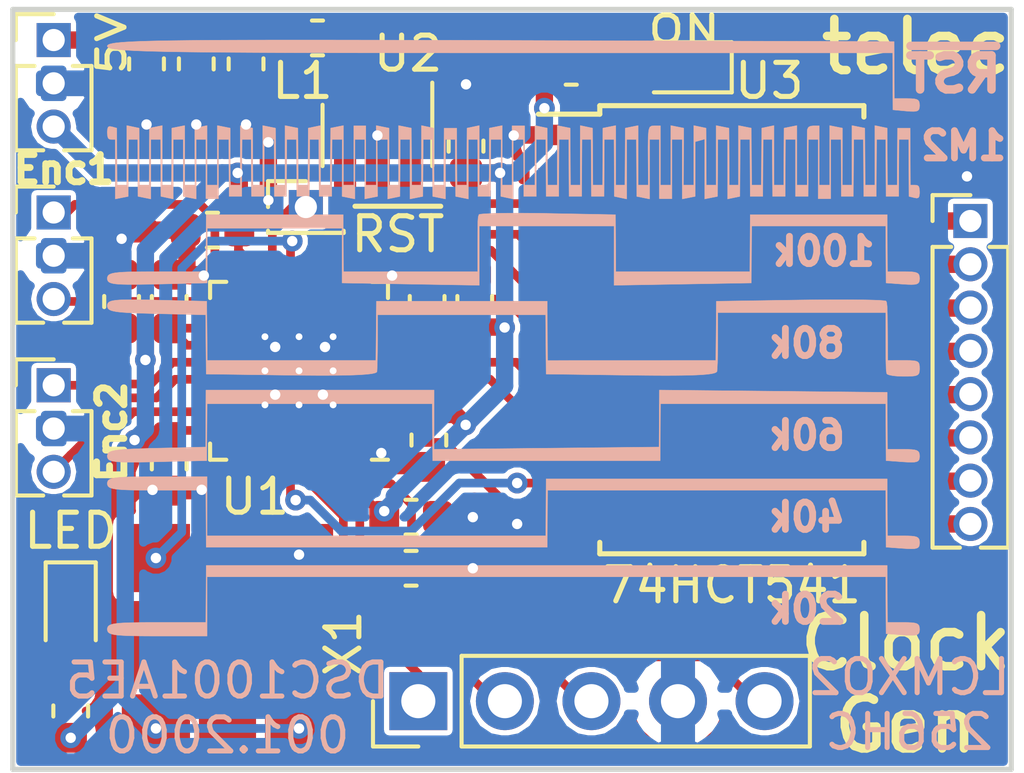
<source format=kicad_pcb>
(kicad_pcb (version 20171130) (host pcbnew "(5.0.2)-1")

  (general
    (thickness 1.6)
    (drawings 24)
    (tracks 294)
    (zones 0)
    (modules 29)
    (nets 38)
  )

  (page A4)
  (layers
    (0 F.Cu signal)
    (31 B.Cu signal)
    (32 B.Adhes user)
    (33 F.Adhes user)
    (34 B.Paste user)
    (35 F.Paste user)
    (36 B.SilkS user)
    (37 F.SilkS user)
    (38 B.Mask user)
    (39 F.Mask user)
    (40 Dwgs.User user hide)
    (41 Cmts.User user hide)
    (42 Eco1.User user hide)
    (43 Eco2.User user hide)
    (44 Edge.Cuts user)
    (45 Margin user hide)
    (46 B.CrtYd user hide)
    (47 F.CrtYd user hide)
    (48 B.Fab user hide)
    (49 F.Fab user hide)
  )

  (setup
    (last_trace_width 0.508)
    (user_trace_width 0.508)
    (trace_clearance 0.1524)
    (zone_clearance 0.0254)
    (zone_45_only no)
    (trace_min 0.254)
    (segment_width 0.2)
    (edge_width 0.15)
    (via_size 0.6096)
    (via_drill 0.3048)
    (via_min_size 0.6096)
    (via_min_drill 0.3048)
    (uvia_size 0.3)
    (uvia_drill 0.1)
    (uvias_allowed no)
    (uvia_min_size 0.2)
    (uvia_min_drill 0.1)
    (pcb_text_width 0.3)
    (pcb_text_size 1.5 1.5)
    (mod_edge_width 0.15)
    (mod_text_size 1 1)
    (mod_text_width 0.15)
    (pad_size 1.7 1.7)
    (pad_drill 1)
    (pad_to_mask_clearance 0.07)
    (solder_mask_min_width 0.25)
    (aux_axis_origin 80.5 122.3)
    (visible_elements 7FFFEFFF)
    (pcbplotparams
      (layerselection 0x010f0_ffffffff)
      (usegerberextensions true)
      (usegerberattributes false)
      (usegerberadvancedattributes false)
      (creategerberjobfile false)
      (excludeedgelayer true)
      (linewidth 0.100000)
      (plotframeref false)
      (viasonmask false)
      (mode 1)
      (useauxorigin true)
      (hpglpennumber 1)
      (hpglpenspeed 20)
      (hpglpendiameter 15.000000)
      (psnegative false)
      (psa4output false)
      (plotreference true)
      (plotvalue true)
      (plotinvisibletext false)
      (padsonsilk false)
      (subtractmaskfromsilk false)
      (outputformat 1)
      (mirror false)
      (drillshape 0)
      (scaleselection 1)
      (outputdirectory "gerbers/"))
  )

  (net 0 "")
  (net 1 GND)
  (net 2 +3V3)
  (net 3 TCK)
  (net 4 TMS)
  (net 5 TDI)
  (net 6 TDO)
  (net 7 +5V)
  (net 8 "Net-(U2-Pad4)")
  (net 9 "Net-(J2-Pad8)")
  (net 10 "Net-(J2-Pad7)")
  (net 11 "Net-(J2-Pad6)")
  (net 12 "Net-(J2-Pad5)")
  (net 13 "Net-(J2-Pad4)")
  (net 14 "Net-(J2-Pad3)")
  (net 15 "Net-(J2-Pad2)")
  (net 16 "Net-(J2-Pad1)")
  (net 17 EXT5v)
  (net 18 clk_100k)
  (net 19 clk_80k)
  (net 20 clk_60k)
  (net 21 clk_40k)
  (net 22 clk_20k)
  (net 23 Blanking)
  (net 24 pin2)
  (net 25 pin1)
  (net 26 clk_1M2)
  (net 27 clrn)
  (net 28 E1A)
  (net 29 E1B)
  (net 30 E2B)
  (net 31 E2A)
  (net 32 "Net-(U1-Pad25)")
  (net 33 "Net-(U1-Pad26)")
  (net 34 "Net-(U1-Pad27)")
  (net 35 "Net-(D2-Pad2)")
  (net 36 "Net-(D1-Pad2)")
  (net 37 led)

  (net_class Default "This is the default net class."
    (clearance 0.1524)
    (trace_width 0.254)
    (via_dia 0.6096)
    (via_drill 0.3048)
    (uvia_dia 0.3)
    (uvia_drill 0.1)
    (add_net +3V3)
    (add_net +5V)
    (add_net Blanking)
    (add_net E1A)
    (add_net E1B)
    (add_net E2A)
    (add_net E2B)
    (add_net EXT5v)
    (add_net "Net-(D1-Pad2)")
    (add_net "Net-(D2-Pad2)")
    (add_net "Net-(J2-Pad1)")
    (add_net "Net-(J2-Pad2)")
    (add_net "Net-(J2-Pad3)")
    (add_net "Net-(J2-Pad4)")
    (add_net "Net-(J2-Pad5)")
    (add_net "Net-(J2-Pad6)")
    (add_net "Net-(J2-Pad7)")
    (add_net "Net-(J2-Pad8)")
    (add_net "Net-(U1-Pad25)")
    (add_net "Net-(U1-Pad26)")
    (add_net "Net-(U1-Pad27)")
    (add_net "Net-(U2-Pad4)")
    (add_net TCK)
    (add_net TDI)
    (add_net TDO)
    (add_net TMS)
    (add_net clk_100k)
    (add_net clk_1M2)
    (add_net clk_20k)
    (add_net clk_40k)
    (add_net clk_60k)
    (add_net clk_80k)
    (add_net clrn)
    (add_net led)
    (add_net pin1)
    (add_net pin2)
  )

  (net_class Power ""
    (clearance 0.1524)
    (trace_width 0.508)
    (via_dia 0.6096)
    (via_drill 0.3048)
    (uvia_dia 0.3)
    (uvia_drill 0.1)
    (add_net GND)
  )

  (module logo:clk (layer B.Cu) (tedit 0) (tstamp 5E4CEE98)
    (at 95.2 132 180)
    (path /5E4AD75C)
    (fp_text reference LOGO1 (at 0 0 180) (layer B.SilkS) hide
      (effects (font (size 1.524 1.524) (thickness 0.3)) (justify mirror))
    )
    (fp_text value Logo_Open_Hardware_Large (at 0.75 0 180) (layer B.SilkS) hide
      (effects (font (size 1.524 1.524) (thickness 0.3)) (justify mirror))
    )
    (fp_poly (pts (xy 9.029578 -7.452894) (xy 9.034586 -8.288421) (xy 10.480406 -8.288421) (xy 10.736527 -8.288831)
      (xy 10.961031 -8.29025) (xy 11.155944 -8.292959) (xy 11.323291 -8.297238) (xy 11.465098 -8.303368)
      (xy 11.583389 -8.311631) (xy 11.680191 -8.322306) (xy 11.757528 -8.335675) (xy 11.817426 -8.35202)
      (xy 11.861911 -8.37162) (xy 11.893008 -8.394757) (xy 11.912742 -8.421712) (xy 11.923139 -8.452765)
      (xy 11.926225 -8.488198) (xy 11.926226 -8.488947) (xy 11.92327 -8.524268) (xy 11.91306 -8.555255)
      (xy 11.893582 -8.582183) (xy 11.862824 -8.60533) (xy 11.818772 -8.62497) (xy 11.759412 -8.64138)
      (xy 11.682732 -8.654836) (xy 11.586718 -8.665612) (xy 11.469356 -8.673986) (xy 11.328634 -8.680233)
      (xy 11.162537 -8.684629) (xy 10.969053 -8.68745) (xy 10.746169 -8.688971) (xy 10.491871 -8.689469)
      (xy 10.462782 -8.689473) (xy 8.999338 -8.689473) (xy 8.999338 -6.951579) (xy -10.915348 -6.951579)
      (xy -10.925364 -8.622631) (xy -11.417384 -8.658071) (xy -11.560348 -8.666972) (xy -11.67313 -8.669958)
      (xy -11.759181 -8.665854) (xy -11.821956 -8.653489) (xy -11.864909 -8.63169) (xy -11.891493 -8.599283)
      (xy -11.905162 -8.555095) (xy -11.90937 -8.497954) (xy -11.909403 -8.490966) (xy -11.905846 -8.430845)
      (xy -11.892827 -8.3837) (xy -11.866828 -8.348015) (xy -11.824332 -8.322274) (xy -11.761818 -8.304962)
      (xy -11.675769 -8.294563) (xy -11.562665 -8.289561) (xy -11.439213 -8.288421) (xy -10.969022 -8.288421)
      (xy -10.964014 -7.452894) (xy -10.959006 -6.617368) (xy 9.02457 -6.617368) (xy 9.029578 -7.452894)) (layer B.SilkS) (width 0.01))
    (fp_poly (pts (xy 10.720553 -4.010931) (xy 10.946695 -4.01233) (xy 11.143222 -4.014999) (xy 11.312146 -4.019213)
      (xy 11.455482 -4.02525) (xy 11.575241 -4.033383) (xy 11.673439 -4.04389) (xy 11.752087 -4.057047)
      (xy 11.8132 -4.073128) (xy 11.85879 -4.09241) (xy 11.890872 -4.115169) (xy 11.911458 -4.141681)
      (xy 11.922561 -4.172222) (xy 11.926195 -4.207066) (xy 11.926226 -4.211052) (xy 11.923265 -4.246575)
      (xy 11.913033 -4.277712) (xy 11.893504 -4.304745) (xy 11.862652 -4.327955) (xy 11.818452 -4.347623)
      (xy 11.75888 -4.364029) (xy 11.681908 -4.377455) (xy 11.585513 -4.388181) (xy 11.467667 -4.396489)
      (xy 11.326347 -4.402659) (xy 11.159527 -4.406971) (xy 10.965181 -4.409708) (xy 10.741283 -4.411151)
      (xy 10.485809 -4.411578) (xy 10.480406 -4.411579) (xy 9.034586 -4.411579) (xy 9.02457 -6.082631)
      (xy -0.984039 -6.082631) (xy -0.994055 -4.411579) (xy -10.915348 -4.411579) (xy -10.925364 -6.082631)
      (xy -11.417384 -6.118071) (xy -11.560348 -6.126972) (xy -11.67313 -6.129958) (xy -11.759181 -6.125854)
      (xy -11.821956 -6.113489) (xy -11.864909 -6.09169) (xy -11.891493 -6.059283) (xy -11.905162 -6.015095)
      (xy -11.90937 -5.957954) (xy -11.909403 -5.950966) (xy -11.905846 -5.890845) (xy -11.892827 -5.8437)
      (xy -11.866828 -5.808015) (xy -11.824332 -5.782274) (xy -11.761818 -5.764962) (xy -11.675769 -5.754563)
      (xy -11.562665 -5.749561) (xy -11.439213 -5.748421) (xy -10.969022 -5.748421) (xy -10.964014 -4.912894)
      (xy -10.959006 -4.077368) (xy -0.950397 -4.077368) (xy -0.945389 -4.912894) (xy -0.940381 -5.748421)
      (xy 8.999338 -5.748421) (xy 8.999338 -4.010526) (xy 10.462782 -4.010526) (xy 10.720553 -4.010931)) (layer B.SilkS) (width 0.01))
    (fp_poly (pts (xy -4.269181 -2.305722) (xy -4.264172 -3.141579) (xy 2.338146 -3.209089) (xy 2.338146 -1.470526)
      (xy 9.031375 -1.470526) (xy 9.036383 -2.306052) (xy 9.041391 -3.141579) (xy 10.483808 -3.175746)
      (xy 10.739675 -3.182224) (xy 10.963926 -3.188975) (xy 11.158585 -3.196329) (xy 11.32568 -3.204614)
      (xy 11.467235 -3.214162) (xy 11.585277 -3.225301) (xy 11.681831 -3.238361) (xy 11.758924 -3.253671)
      (xy 11.81858 -3.271562) (xy 11.862826 -3.292363) (xy 11.893688 -3.316403) (xy 11.913191 -3.344012)
      (xy 11.923361 -3.375519) (xy 11.926226 -3.410432) (xy 11.923306 -3.445722) (xy 11.9132 -3.476498)
      (xy 11.893891 -3.502991) (xy 11.86336 -3.52543) (xy 11.81959 -3.544045) (xy 11.760561 -3.559068)
      (xy 11.684258 -3.570726) (xy 11.58866 -3.579251) (xy 11.471751 -3.584873) (xy 11.331512 -3.587822)
      (xy 11.165925 -3.588328) (xy 10.972973 -3.58662) (xy 10.750637 -3.58293) (xy 10.496898 -3.577486)
      (xy 10.466987 -3.576791) (xy 9.007749 -3.542631) (xy 8.997733 -1.871579) (xy 2.390215 -1.871579)
      (xy 2.380199 -3.542631) (xy -4.297814 -3.542631) (xy -4.30783 -1.871579) (xy -10.915348 -1.871579)
      (xy -10.925364 -3.542631) (xy -11.417384 -3.578071) (xy -11.560348 -3.586972) (xy -11.67313 -3.589958)
      (xy -11.759181 -3.585854) (xy -11.821956 -3.573489) (xy -11.864909 -3.55169) (xy -11.891493 -3.519283)
      (xy -11.905162 -3.475095) (xy -11.90937 -3.417954) (xy -11.909403 -3.410966) (xy -11.905846 -3.350845)
      (xy -11.892827 -3.3037) (xy -11.866828 -3.268015) (xy -11.824332 -3.242274) (xy -11.761818 -3.224962)
      (xy -11.675769 -3.214563) (xy -11.562665 -3.209561) (xy -11.439213 -3.208421) (xy -10.969022 -3.208421)
      (xy -10.964014 -2.372894) (xy -10.959006 -1.537368) (xy -4.27419 -1.469866) (xy -4.269181 -2.305722)) (layer B.SilkS) (width 0.01))
    (fp_poly (pts (xy 11.314577 1.181678) (xy 11.457505 1.179009) (xy 11.576882 1.173693) (xy 11.674724 1.165498)
      (xy 11.753051 1.154195) (xy 11.813881 1.139554) (xy 11.85923 1.121345) (xy 11.891119 1.099338)
      (xy 11.911563 1.073303) (xy 11.922582 1.043009) (xy 11.926194 1.008226) (xy 11.926226 1.004117)
      (xy 11.923225 0.968476) (xy 11.912874 0.937057) (xy 11.893146 0.909529) (xy 11.862015 0.885563)
      (xy 11.817456 0.864829) (xy 11.757442 0.846998) (xy 11.679948 0.83174) (xy 11.582949 0.818725)
      (xy 11.464418 0.807624) (xy 11.322329 0.798107) (xy 11.154658 0.789845) (xy 10.959377 0.782508)
      (xy 10.734462 0.775767) (xy 10.483808 0.769431) (xy 9.041391 0.735264) (xy 9.032981 -0.133684)
      (xy 9.02457 -1.002631) (xy 6.52752 -1.036494) (xy 6.14232 -1.0409) (xy 5.790404 -1.043207)
      (xy 5.471411 -1.043399) (xy 5.184983 -1.041462) (xy 4.930761 -1.037381) (xy 4.708387 -1.03114)
      (xy 4.517501 -1.022726) (xy 4.357744 -1.012122) (xy 4.228759 -0.999314) (xy 4.130185 -0.984288)
      (xy 4.061665 -0.967027) (xy 4.022839 -0.947518) (xy 4.013044 -0.931868) (xy 4.003443 -0.730014)
      (xy 3.996989 -0.354923) (xy 3.995326 -0.029058) (xy 3.995034 0.735264) (xy -0.933576 0.735264)
      (xy -0.941986 -0.133684) (xy -0.950397 -1.002631) (xy -3.446553 -1.036493) (xy -3.811854 -1.040855)
      (xy -4.144531 -1.043548) (xy -4.445604 -1.044524) (xy -4.716091 -1.043735) (xy -4.95701 -1.041136)
      (xy -5.169381 -1.036678) (xy -5.354221 -1.030314) (xy -5.512549 -1.021998) (xy -5.645385 -1.011682)
      (xy -5.753746 -0.999319) (xy -5.838651 -0.984861) (xy -5.901119 -0.968263) (xy -5.942168 -0.949475)
      (xy -5.962816 -0.928452) (xy -5.965527 -0.919861) (xy -5.980376 -0.674982) (xy -5.987724 -0.208435)
      (xy -5.988344 0.016369) (xy -5.988344 0.802106) (xy -10.916953 0.802106) (xy -10.916953 -0.052539)
      (xy -10.919085 -0.55419) (xy -10.926516 -0.844685) (xy -10.940796 -0.978574) (xy -10.943561 -0.988328)
      (xy -10.966813 -1.009497) (xy -11.019118 -1.028606) (xy -11.095884 -1.044906) (xy -11.192523 -1.057646)
      (xy -11.304444 -1.066075) (xy -11.427056 -1.069444) (xy -11.439786 -1.069473) (xy -11.577944 -1.068491)
      (xy -11.686102 -1.064326) (xy -11.767902 -1.055155) (xy -11.826985 -1.039153) (xy -11.866995 -1.014495)
      (xy -11.891573 -0.979358) (xy -11.904361 -0.931916) (xy -11.909001 -0.870345) (xy -11.909403 -0.834208)
      (xy -11.90744 -0.764814) (xy -11.899113 -0.710554) (xy -11.880771 -0.669595) (xy -11.848759 -0.640107)
      (xy -11.799426 -0.620259) (xy -11.729118 -0.60822) (xy -11.634183 -0.60216) (xy -11.510966 -0.600248)
      (xy -11.442615 -0.600261) (xy -10.975827 -0.601579) (xy -10.970822 0.232996) (xy -10.966631 0.698497)
      (xy -10.959067 0.962665) (xy -10.945064 1.091521) (xy -10.92877 1.138553) (xy -10.907918 1.146519)
      (xy -10.855318 1.153744) (xy -10.772866 1.160202) (xy -10.662455 1.165867) (xy -10.525982 1.170713)
      (xy -10.365339 1.174715) (xy -10.182423 1.177845) (xy -9.979127 1.180079) (xy -9.757347 1.181391)
      (xy -9.518978 1.181753) (xy -9.265913 1.181141) (xy -9.000048 1.179528) (xy -8.723277 1.176889)
      (xy -8.437495 1.173198) (xy -8.419006 1.172926) (xy -5.946291 1.136316) (xy -5.93788 0.267369)
      (xy -5.92947 -0.601579) (xy -3.461635 -0.602387) (xy -0.9938 -0.603196) (xy -0.98892 0.26656)
      (xy -0.984039 1.136316) (xy 4.028676 1.136316) (xy 4.037087 0.267369) (xy 4.045497 -0.601579)
      (xy 8.990928 -0.601579) (xy 8.999338 0.267369) (xy 9.007749 1.136316) (xy 10.466987 1.170476)
      (xy 10.724302 1.176098) (xy 10.949994 1.179992) (xy 11.146079 1.181929) (xy 11.314577 1.181678)) (layer B.SilkS) (width 0.01))
    (fp_poly (pts (xy 0.169235 3.720599) (xy 0.359275 3.718413) (xy 0.529695 3.715079) (xy 0.678367 3.710635)
      (xy 0.803167 3.705119) (xy 0.901967 3.698567) (xy 0.972642 3.691019) (xy 1.013065 3.682512)
      (xy 1.021888 3.677013) (xy 1.043106 3.608677) (xy 1.054502 3.46217) (xy 1.059044 3.169121)
      (xy 1.059736 2.804822) (xy 1.059736 2.005264) (xy 4.994289 2.005264) (xy 5.004305 3.676316)
      (xy 9.02457 3.676316) (xy 9.034586 2.005264) (xy 10.480406 2.005264) (xy 10.73645 2.004858)
      (xy 10.96088 2.003453) (xy 11.155723 2.000766) (xy 11.323007 1.996515) (xy 11.46476 1.990417)
      (xy 11.583009 1.982191) (xy 11.679783 1.971554) (xy 11.75711 1.958224) (xy 11.817016 1.941919)
      (xy 11.86153 1.922355) (xy 11.89268 1.899252) (xy 11.912492 1.872327) (xy 11.922996 1.841297)
      (xy 11.926219 1.80588) (xy 11.926226 1.804003) (xy 11.923354 1.768667) (xy 11.913393 1.737838)
      (xy 11.894329 1.711287) (xy 11.864146 1.688784) (xy 11.820827 1.670098) (xy 11.762356 1.655)
      (xy 11.686719 1.643261) (xy 11.591899 1.63465) (xy 11.47588 1.628938) (xy 11.336647 1.625894)
      (xy 11.172184 1.62529) (xy 10.980475 1.626895) (xy 10.759505 1.63048) (xy 10.507256 1.635815)
      (xy 10.460315 1.636898) (xy 8.994404 1.671053) (xy 8.992666 2.473158) (xy 8.990928 3.275264)
      (xy 5.037947 3.275264) (xy 5.037947 1.671053) (xy 3.02361 1.637091) (xy 1.009272 1.603129)
      (xy 1.009272 3.342106) (xy -2.943708 3.342106) (xy -2.943708 1.603129) (xy -6.972384 1.671053)
      (xy -6.977392 2.506579) (xy -6.9824 3.342106) (xy -10.915348 3.342106) (xy -10.920356 2.506579)
      (xy -10.925364 1.671053) (xy -11.417384 1.635613) (xy -11.560348 1.626712) (xy -11.67313 1.623727)
      (xy -11.759181 1.62783) (xy -11.821956 1.640195) (xy -11.864909 1.661994) (xy -11.891493 1.694401)
      (xy -11.905162 1.738589) (xy -11.90937 1.79573) (xy -11.909403 1.802718) (xy -11.905846 1.862839)
      (xy -11.892827 1.909984) (xy -11.866828 1.945669) (xy -11.824332 1.97141) (xy -11.761818 1.988722)
      (xy -11.675769 1.999121) (xy -11.562665 2.004123) (xy -11.439213 2.005264) (xy -10.969022 2.005264)
      (xy -10.959006 3.676316) (xy -6.938741 3.676316) (xy -6.928725 2.005264) (xy -2.995777 2.005264)
      (xy -2.985761 3.676316) (xy -1.00086 3.712981) (xy -0.744609 3.717104) (xy -0.497348 3.719889)
      (xy -0.261203 3.721374) (xy -0.0383 3.721598) (xy 0.169235 3.720599)) (layer B.SilkS) (width 0.01))
    (fp_poly (pts (xy 11.354305 4.545264) (xy 11.63866 4.545264) (xy 11.648676 6.216316) (xy 11.787451 6.255144)
      (xy 11.856945 6.266927) (xy 11.899104 6.249612) (xy 11.920124 6.195736) (xy 11.9262 6.097839)
      (xy 11.926226 6.088038) (xy 11.919813 5.976762) (xy 11.896325 5.913027) (xy 11.849386 5.885685)
      (xy 11.808477 5.882106) (xy 11.690729 5.882106) (xy 11.690729 4.135454) (xy 11.501491 4.173254)
      (xy 11.312252 4.211053) (xy 11.307244 5.046579) (xy 11.302236 5.882106) (xy 11.036308 5.882106)
      (xy 11.0313 5.046579) (xy 11.026292 4.211053) (xy 10.837053 4.173254) (xy 10.647815 4.135454)
      (xy 10.647815 5.882106) (xy 10.36346 5.882106) (xy 10.358452 5.046579) (xy 10.353444 4.211053)
      (xy 10.172616 4.173109) (xy 9.991789 4.135165) (xy 9.991789 5.882106) (xy 9.844603 5.882141)
      (xy 9.697418 5.882176) (xy 9.697418 4.211053) (xy 9.508179 4.173254) (xy 9.318941 4.135454)
      (xy 9.318941 5.882106) (xy 9.032981 5.882106) (xy 9.032981 4.144211) (xy 8.662914 4.144211)
      (xy 8.662914 5.882106) (xy 8.361738 5.882106) (xy 8.35673 5.046579) (xy 8.351722 4.211053)
      (xy 7.981656 4.211053) (xy 7.976648 5.046579) (xy 7.97164 5.882106) (xy 7.705712 5.882106)
      (xy 7.700704 5.046579) (xy 7.695696 4.211053) (xy 7.32563 4.211053) (xy 7.320622 5.046579)
      (xy 7.315614 5.882106) (xy 7.032864 5.882106) (xy 7.027856 5.046579) (xy 7.022848 4.211053)
      (xy 6.669603 4.211053) (xy 6.664595 5.046579) (xy 6.659587 5.882106) (xy 6.376838 5.882106)
      (xy 6.37183 5.046579) (xy 6.366822 4.211053) (xy 5.996755 4.211053) (xy 5.991747 5.046579)
      (xy 5.98674 5.882106) (xy 5.720811 5.882106) (xy 5.715803 5.046579) (xy 5.710795 4.211053)
      (xy 5.340729 4.211053) (xy 5.335721 5.046579) (xy 5.330713 5.882106) (xy 5.034421 5.882106)
      (xy 5.036184 5.046579) (xy 5.037947 4.211053) (xy 4.848709 4.173254) (xy 4.659471 4.135454)
      (xy 4.659471 5.882106) (xy 4.37351 5.882106) (xy 4.37351 4.135454) (xy 4.184272 4.173254)
      (xy 3.995034 4.211053) (xy 3.998597 5.046579) (xy 4.00216 5.882106) (xy 3.700663 5.882106)
      (xy 3.700663 4.135165) (xy 3.339007 4.211053) (xy 3.333999 5.046579) (xy 3.328991 5.882106)
      (xy 3.044636 5.882106) (xy 3.044636 4.135454) (xy 2.855398 4.173254) (xy 2.666159 4.211053)
      (xy 2.661151 5.046579) (xy 2.656143 5.882106) (xy 2.390215 5.882106) (xy 2.385207 5.046579)
      (xy 2.380199 4.211053) (xy 2.190961 4.173254) (xy 2.001722 4.135454) (xy 2.001722 5.882106)
      (xy 1.717367 5.882106) (xy 1.712359 5.046579) (xy 1.707351 4.211053) (xy 1.518113 4.173254)
      (xy 1.328875 4.135454) (xy 1.328875 5.882106) (xy 1.061341 5.882106) (xy 1.056333 5.046579)
      (xy 1.051325 4.211053) (xy 0.681259 4.211053) (xy 0.676251 5.046579) (xy 0.671243 5.882106)
      (xy 0.369987 5.882106) (xy 0.374232 5.046579) (xy 0.378477 4.211053) (xy 0.197649 4.173109)
      (xy 0.016822 4.135165) (xy 0.016822 5.882106) (xy -0.284354 5.882106) (xy -0.289362 5.046579)
      (xy -0.29437 4.211053) (xy -0.664437 4.211053) (xy -0.663757 5.046579) (xy -0.663078 5.882106)
      (xy -0.940381 5.882106) (xy -0.945389 5.046579) (xy -0.950397 4.211053) (xy -1.320463 4.211053)
      (xy -1.325471 5.046579) (xy -1.330479 5.882106) (xy -1.613229 5.882106) (xy -1.618237 5.046579)
      (xy -1.623245 4.211053) (xy -1.993311 4.211053) (xy -1.998319 5.046579) (xy -2.003327 5.882106)
      (xy -2.269255 5.882106) (xy -2.274263 5.046579) (xy -2.279271 4.211053) (xy -2.649337 4.211053)
      (xy -2.654345 5.046579) (xy -2.659353 5.882106) (xy -2.942103 5.882106) (xy -2.947111 5.046579)
      (xy -2.952119 4.211053) (xy -3.132947 4.173109) (xy -3.313774 4.135165) (xy -3.313774 5.882106)
      (xy -3.598129 5.882106) (xy -3.603137 5.046579) (xy -3.608145 4.211053) (xy -3.797384 4.173254)
      (xy -3.986622 4.135454) (xy -3.986622 5.882106) (xy -4.272582 5.882106) (xy -4.272582 4.144211)
      (xy -4.642649 4.144211) (xy -4.642649 5.882106) (xy -4.94543 5.882106) (xy -4.94543 4.135454)
      (xy -5.134668 4.173254) (xy -5.323907 4.211053) (xy -5.324904 5.013158) (xy -5.325902 5.815264)
      (xy -5.463679 5.854091) (xy -5.601456 5.892919) (xy -5.601456 4.135454) (xy -5.790695 4.173254)
      (xy -5.979933 4.211053) (xy -5.984941 5.046579) (xy -5.989949 5.882106) (xy -6.274304 5.882106)
      (xy -6.274304 4.135165) (xy -6.63596 4.211053) (xy -6.640968 5.046579) (xy -6.645976 5.882106)
      (xy -6.928725 5.882106) (xy -6.933733 5.046579) (xy -6.938741 4.211053) (xy -7.308807 4.211053)
      (xy -7.313815 5.046579) (xy -7.318823 5.882106) (xy -7.584752 5.882106) (xy -7.58976 5.046579)
      (xy -7.594768 4.211053) (xy -7.964834 4.211053) (xy -7.969842 5.046579) (xy -7.97485 5.882106)
      (xy -8.121233 5.882219) (xy -8.267615 5.882333) (xy -8.267615 4.211053) (xy -8.637682 4.211053)
      (xy -8.64269 5.046579) (xy -8.647698 5.882106) (xy -8.932053 5.882106) (xy -8.932053 4.144211)
      (xy -9.302119 4.144211) (xy -9.302119 5.882106) (xy -9.603295 5.882106) (xy -9.608303 5.046579)
      (xy -9.613311 4.211053) (xy -9.966556 4.211053) (xy -9.971564 5.046579) (xy -9.976572 5.882106)
      (xy -10.259321 5.882106) (xy -10.264329 5.046579) (xy -10.269337 4.211053) (xy -10.639403 4.211053)
      (xy -10.644411 5.046579) (xy -10.649419 5.882106) (xy -10.915348 5.882106) (xy -10.920356 5.046579)
      (xy -10.925364 4.211053) (xy -11.29543 4.211053) (xy -11.300438 5.046579) (xy -11.305446 5.882106)
      (xy -11.588196 5.882106) (xy -11.593203 5.046579) (xy -11.598211 4.211053) (xy -11.753807 4.172615)
      (xy -11.828138 4.160716) (xy -11.874817 4.173776) (xy -11.899755 4.218143) (xy -11.908862 4.300165)
      (xy -11.909403 4.339721) (xy -11.903489 4.444968) (xy -11.881661 4.508017) (xy -11.837794 4.538279)
      (xy -11.775637 4.545264) (xy -11.64187 4.545264) (xy -11.631854 6.216316) (xy -11.261788 6.216316)
      (xy -11.251772 4.545264) (xy -10.969022 4.545264) (xy -10.959006 6.216316) (xy -10.778178 6.25426)
      (xy -10.597351 6.292204) (xy -10.597351 4.545264) (xy -10.312996 4.545264) (xy -10.30298 6.216316)
      (xy -10.113741 6.254116) (xy -9.924503 6.291915) (xy -9.924503 4.545264) (xy -9.645091 4.545264)
      (xy -9.646953 6.216316) (xy -9.457715 6.254116) (xy -9.268476 6.291915) (xy -9.268476 4.545264)
      (xy -8.965695 4.545264) (xy -8.965695 6.283158) (xy -8.789072 6.283158) (xy -8.703347 6.273175)
      (xy -8.647465 6.240911) (xy -8.617708 6.182893) (xy -8.610222 6.116053) (xy -8.609289 5.8935)
      (xy -8.609356 5.508549) (xy -8.609882 5.247106) (xy -8.61177 4.545264) (xy -8.309668 4.545264)
      (xy -8.309668 6.291915) (xy -8.12043 6.254116) (xy -7.931192 6.216316) (xy -7.921176 4.545264)
      (xy -7.636821 4.545264) (xy -7.636821 6.292204) (xy -7.275165 6.216316) (xy -7.265149 4.545264)
      (xy -6.9824 4.545264) (xy -6.972384 6.216316) (xy -6.783145 6.254116) (xy -6.593907 6.291915)
      (xy -6.593907 4.545264) (xy -6.326373 4.545264) (xy -6.316357 6.216316) (xy -6.127119 6.254116)
      (xy -5.93788 6.291915) (xy -5.93788 4.545264) (xy -5.653525 4.545264) (xy -5.643509 6.216316)
      (xy -5.462682 6.25426) (xy -5.281854 6.292204) (xy -5.281854 4.545264) (xy -4.981296 4.545264)
      (xy -4.984389 5.38079) (xy -4.987483 6.216316) (xy -4.798245 6.254116) (xy -4.609006 6.291915)
      (xy -4.609006 4.545264) (xy -4.306225 4.545264) (xy -4.306225 6.283158) (xy -4.130736 6.283158)
      (xy -4.047218 6.279116) (xy -3.991884 6.245595) (xy -3.959279 6.150501) (xy -3.943946 5.961741)
      (xy -3.940429 5.647222) (xy -3.943232 5.180264) (xy -3.947987 4.545264) (xy -3.650198 4.545264)
      (xy -3.650198 6.291915) (xy -3.46096 6.254116) (xy -3.271721 6.216316) (xy -3.261705 4.545264)
      (xy -2.994172 4.545264) (xy -2.994172 6.291915) (xy -2.804933 6.254116) (xy -2.615695 6.216316)
      (xy -2.605679 4.545264) (xy -2.322929 4.545264) (xy -2.312913 6.216316) (xy -2.132086 6.25426)
      (xy -1.951258 6.292204) (xy -1.951258 4.545264) (xy -1.666903 4.545264) (xy -1.656887 6.216316)
      (xy -1.467649 6.254116) (xy -1.27841 6.291915) (xy -1.27841 4.545264) (xy -0.994055 4.545264)
      (xy -0.984039 6.216316) (xy -0.803211 6.25426) (xy -0.622384 6.292204) (xy -0.622384 4.545264)
      (xy -0.319602 4.545264) (xy -0.319602 6.283158) (xy 0.050464 6.283158) (xy 0.050464 4.545264)
      (xy 0.336424 4.545264) (xy 0.336424 6.291915) (xy 0.525663 6.254116) (xy 0.714901 6.216316)
      (xy 0.717816 5.614737) (xy 0.719901 5.191523) (xy 0.721623 4.853618) (xy 0.722022 4.779211)
      (xy 0.726663 4.664401) (xy 0.743338 4.594224) (xy 0.7785 4.558215) (xy 0.838604 4.545908)
      (xy 0.866292 4.545264) (xy 1.009272 4.545264) (xy 1.009272 6.292204) (xy 1.370928 6.216316)
      (xy 1.380944 4.545264) (xy 1.663693 4.545264) (xy 1.673709 6.216316) (xy 2.043775 6.216316)
      (xy 2.053791 4.545264) (xy 2.336541 4.545264) (xy 2.346557 6.216316) (xy 2.527385 6.25426)
      (xy 2.708212 6.292204) (xy 2.708212 4.545264) (xy 2.992567 4.545264) (xy 3.002583 6.216316)
      (xy 3.191822 6.254116) (xy 3.38106 6.291915) (xy 3.38106 4.545264) (xy 3.65861 4.544776)
      (xy 3.65861 6.216316) (xy 3.847848 6.254116) (xy 4.037087 6.291915) (xy 4.037087 4.545264)
      (xy 4.339868 4.545264) (xy 4.339868 6.283158) (xy 4.693113 6.283158) (xy 4.693113 4.545264)
      (xy 4.995895 4.545264) (xy 4.995895 6.291915) (xy 5.185133 6.254116) (xy 5.374371 6.216316)
      (xy 5.384387 4.545264) (xy 5.668742 4.545264) (xy 5.668742 6.292204) (xy 6.030398 6.216316)
      (xy 6.040414 4.545264) (xy 6.323163 4.545264) (xy 6.333179 6.216316) (xy 6.522418 6.254116)
      (xy 6.711656 6.291915) (xy 6.711656 4.545264) (xy 6.97919 4.545264) (xy 6.989206 6.216316)
      (xy 7.178444 6.254116) (xy 7.367683 6.291915) (xy 7.367683 4.545264) (xy 7.652038 4.545264)
      (xy 7.657045 5.38079) (xy 7.662053 6.216316) (xy 8.023709 6.292204) (xy 8.023709 4.545264)
      (xy 8.170895 4.54525) (xy 8.31808 4.545237) (xy 8.31808 6.216316) (xy 8.507318 6.254116)
      (xy 8.696557 6.291915) (xy 8.696557 4.545264) (xy 8.999338 4.545264) (xy 8.999338 6.292204)
      (xy 9.360994 6.216316) (xy 9.353868 4.545264) (xy 9.655365 4.545264) (xy 9.655365 6.291915)
      (xy 9.844603 6.254116) (xy 10.033842 6.216316) (xy 10.038849 5.38079) (xy 10.043857 4.545264)
      (xy 10.311391 4.545264) (xy 10.311391 6.291915) (xy 10.50063 6.254116) (xy 10.689868 6.216316)
      (xy 10.699884 4.545264) (xy 10.982634 4.545264) (xy 10.987642 5.38079) (xy 10.992649 6.216316)
      (xy 11.354305 6.292204) (xy 11.354305 4.545264)) (layer B.SilkS) (width 0.01))
    (fp_poly (pts (xy 6.969887 8.801095) (xy 7.400006 8.800549) (xy 7.805126 8.799695) (xy 8.185969 8.798524)
      (xy 8.543254 8.797025) (xy 8.877702 8.795188) (xy 9.190033 8.793003) (xy 9.480968 8.790458)
      (xy 9.751227 8.787544) (xy 10.00153 8.78425) (xy 10.232597 8.780566) (xy 10.44515 8.776481)
      (xy 10.639908 8.771984) (xy 10.817591 8.767066) (xy 10.978921 8.761716) (xy 11.124617 8.755924)
      (xy 11.2554 8.749679) (xy 11.371989 8.74297) (xy 11.475107 8.735787) (xy 11.565471 8.728121)
      (xy 11.643805 8.719959) (xy 11.710826 8.711293) (xy 11.767256 8.702111) (xy 11.813816 8.692403)
      (xy 11.851225 8.682159) (xy 11.880204 8.671368) (xy 11.901473 8.66002) (xy 11.915753 8.648104)
      (xy 11.923763 8.635611) (xy 11.926226 8.622729) (xy 11.923681 8.609636) (xy 11.915568 8.597116)
      (xy 11.901164 8.585157) (xy 11.879749 8.573746) (xy 11.850602 8.56287) (xy 11.813001 8.552518)
      (xy 11.766227 8.542676) (xy 11.709558 8.533332) (xy 11.642272 8.524473) (xy 11.56365 8.516087)
      (xy 11.47297 8.508162) (xy 11.369511 8.500684) (xy 11.252552 8.493641) (xy 11.121372 8.487021)
      (xy 10.975251 8.480811) (xy 10.813467 8.474998) (xy 10.6353 8.469571) (xy 10.440028 8.464515)
      (xy 10.22693 8.45982) (xy 9.995286 8.455472) (xy 9.744374 8.451458) (xy 9.473474 8.447767)
      (xy 9.181865 8.444386) (xy 8.868826 8.441301) (xy 8.533635 8.438501) (xy 8.175572 8.435973)
      (xy 7.793916 8.433704) (xy 7.387945 8.431683) (xy 6.95694 8.429895) (xy 6.500178 8.428329)
      (xy 6.01694 8.426973) (xy 5.506504 8.425813) (xy 4.968148 8.424837) (xy 4.401153 8.424033)
      (xy 3.804797 8.423387) (xy 3.17836 8.422888) (xy 2.521119 8.422523) (xy 1.832355 8.42228)
      (xy 1.111347 8.422145) (xy 0.404512 8.422106) (xy -11.117202 8.422106) (xy -11.12221 7.586579)
      (xy -11.127218 6.751053) (xy -11.518311 6.715168) (xy -11.644179 6.705476) (xy -11.740275 6.703564)
      (xy -11.810459 6.711083) (xy -11.858591 6.729682) (xy -11.888534 6.76101) (xy -11.904147 6.806719)
      (xy -11.909291 6.868456) (xy -11.909403 6.882273) (xy -11.9056 6.949375) (xy -11.891557 7.000156)
      (xy -11.863324 7.036788) (xy -11.81695 7.061442) (xy -11.748486 7.07629) (xy -11.65398 7.083504)
      (xy -11.54014 7.085264) (xy -11.170876 7.085264) (xy -11.16086 8.756316) (xy 0.382683 8.789834)
      (xy 1.135324 8.791975) (xy 1.855044 8.793924) (xy 2.542562 8.795671) (xy 3.198599 8.797204)
      (xy 3.823874 8.798514) (xy 4.419109 8.79959) (xy 4.985024 8.800421) (xy 5.522339 8.800998)
      (xy 6.031774 8.80131) (xy 6.51405 8.801345) (xy 6.969887 8.801095)) (layer B.SilkS) (width 0.01))
  )

  (module LED_SMD:LED_0603_1608Metric (layer F.Cu) (tedit 5E3E8F80) (tstamp 5E4D2471)
    (at 100.1125 124 180)
    (descr "LED SMD 0603 (1608 Metric), square (rectangular) end terminal, IPC_7351 nominal, (Body size source: http://www.tortai-tech.com/upload/download/2011102023233369053.pdf), generated with kicad-footprint-generator")
    (tags diode)
    (path /5E491B29)
    (attr smd)
    (fp_text reference D1 (at 0 -1.43 180) (layer F.SilkS) hide
      (effects (font (size 1 1) (thickness 0.15)))
    )
    (fp_text value IN-S63AT5G (at 0 1.43 180) (layer F.Fab)
      (effects (font (size 1 1) (thickness 0.15)))
    )
    (fp_text user %R (at 0 0 180) (layer F.Fab)
      (effects (font (size 0.4 0.4) (thickness 0.06)))
    )
    (fp_line (start 1.48 0.73) (end -1.48 0.73) (layer F.CrtYd) (width 0.05))
    (fp_line (start 1.48 -0.73) (end 1.48 0.73) (layer F.CrtYd) (width 0.05))
    (fp_line (start -1.48 -0.73) (end 1.48 -0.73) (layer F.CrtYd) (width 0.05))
    (fp_line (start -1.48 0.73) (end -1.48 -0.73) (layer F.CrtYd) (width 0.05))
    (fp_line (start -1.485 0.735) (end 0.8 0.735) (layer F.SilkS) (width 0.12))
    (fp_line (start -1.485 -0.735) (end -1.485 0.735) (layer F.SilkS) (width 0.12))
    (fp_line (start 0.8 -0.735) (end -1.485 -0.735) (layer F.SilkS) (width 0.12))
    (fp_line (start 0.8 0.4) (end 0.8 -0.4) (layer F.Fab) (width 0.1))
    (fp_line (start -0.8 0.4) (end 0.8 0.4) (layer F.Fab) (width 0.1))
    (fp_line (start -0.8 -0.1) (end -0.8 0.4) (layer F.Fab) (width 0.1))
    (fp_line (start -0.5 -0.4) (end -0.8 -0.1) (layer F.Fab) (width 0.1))
    (fp_line (start 0.8 -0.4) (end -0.5 -0.4) (layer F.Fab) (width 0.1))
    (pad 2 smd roundrect (at 0.7875 0 180) (size 0.875 0.95) (layers F.Cu F.Paste F.Mask) (roundrect_rratio 0.25)
      (net 36 "Net-(D1-Pad2)"))
    (pad 1 smd roundrect (at -0.7875 0 180) (size 0.875 0.95) (layers F.Cu F.Paste F.Mask) (roundrect_rratio 0.25)
      (net 1 GND))
    (model ${KISYS3DMOD}/LED_SMD.3dshapes/LED_0603_1608Metric.wrl
      (at (xyz 0 0 0))
      (scale (xyz 1 1 1))
      (rotate (xyz 0 0 0))
    )
  )

  (module LED_SMD:LED_0603_1608Metric (layer F.Cu) (tedit 5E3E8FB6) (tstamp 5E4D24A7)
    (at 82.2 140.0125 270)
    (descr "LED SMD 0603 (1608 Metric), square (rectangular) end terminal, IPC_7351 nominal, (Body size source: http://www.tortai-tech.com/upload/download/2011102023233369053.pdf), generated with kicad-footprint-generator")
    (tags diode)
    (path /5E491D91)
    (attr smd)
    (fp_text reference D2 (at 0 -1.43 270) (layer F.SilkS) hide
      (effects (font (size 1 1) (thickness 0.15)))
    )
    (fp_text value LTST-C190KRKT (at 0 1.43 270) (layer F.Fab)
      (effects (font (size 1 1) (thickness 0.15)))
    )
    (fp_line (start 0.8 -0.4) (end -0.5 -0.4) (layer F.Fab) (width 0.1))
    (fp_line (start -0.5 -0.4) (end -0.8 -0.1) (layer F.Fab) (width 0.1))
    (fp_line (start -0.8 -0.1) (end -0.8 0.4) (layer F.Fab) (width 0.1))
    (fp_line (start -0.8 0.4) (end 0.8 0.4) (layer F.Fab) (width 0.1))
    (fp_line (start 0.8 0.4) (end 0.8 -0.4) (layer F.Fab) (width 0.1))
    (fp_line (start 0.8 -0.735) (end -1.485 -0.735) (layer F.SilkS) (width 0.12))
    (fp_line (start -1.485 -0.735) (end -1.485 0.735) (layer F.SilkS) (width 0.12))
    (fp_line (start -1.485 0.735) (end 0.8 0.735) (layer F.SilkS) (width 0.12))
    (fp_line (start -1.48 0.73) (end -1.48 -0.73) (layer F.CrtYd) (width 0.05))
    (fp_line (start -1.48 -0.73) (end 1.48 -0.73) (layer F.CrtYd) (width 0.05))
    (fp_line (start 1.48 -0.73) (end 1.48 0.73) (layer F.CrtYd) (width 0.05))
    (fp_line (start 1.48 0.73) (end -1.48 0.73) (layer F.CrtYd) (width 0.05))
    (fp_text user %R (at 0 0 270) (layer F.Fab)
      (effects (font (size 0.4 0.4) (thickness 0.06)))
    )
    (pad 1 smd roundrect (at -0.7875 0 270) (size 0.875 0.95) (layers F.Cu F.Paste F.Mask) (roundrect_rratio 0.25)
      (net 37 led))
    (pad 2 smd roundrect (at 0.7875 0 270) (size 0.875 0.95) (layers F.Cu F.Paste F.Mask) (roundrect_rratio 0.25)
      (net 35 "Net-(D2-Pad2)"))
    (model ${KISYS3DMOD}/LED_SMD.3dshapes/LED_0603_1608Metric.wrl
      (at (xyz 0 0 0))
      (scale (xyz 1 1 1))
      (rotate (xyz 0 0 0))
    )
  )

  (module Resistor_SMD:R_0603_1608Metric (layer F.Cu) (tedit 5E3E8F9E) (tstamp 5E4D24DB)
    (at 96.8875 124)
    (descr "Resistor SMD 0603 (1608 Metric), square (rectangular) end terminal, IPC_7351 nominal, (Body size source: http://www.tortai-tech.com/upload/download/2011102023233369053.pdf), generated with kicad-footprint-generator")
    (tags resistor)
    (path /5E491A25)
    (attr smd)
    (fp_text reference R2 (at 0 -1.43) (layer F.SilkS) hide
      (effects (font (size 1 1) (thickness 0.15)))
    )
    (fp_text value 1k (at 0 1.43) (layer F.Fab)
      (effects (font (size 1 1) (thickness 0.15)))
    )
    (fp_text user %R (at 0 0) (layer F.Fab)
      (effects (font (size 0.4 0.4) (thickness 0.06)))
    )
    (fp_line (start 1.48 0.73) (end -1.48 0.73) (layer F.CrtYd) (width 0.05))
    (fp_line (start 1.48 -0.73) (end 1.48 0.73) (layer F.CrtYd) (width 0.05))
    (fp_line (start -1.48 -0.73) (end 1.48 -0.73) (layer F.CrtYd) (width 0.05))
    (fp_line (start -1.48 0.73) (end -1.48 -0.73) (layer F.CrtYd) (width 0.05))
    (fp_line (start -0.162779 0.51) (end 0.162779 0.51) (layer F.SilkS) (width 0.12))
    (fp_line (start -0.162779 -0.51) (end 0.162779 -0.51) (layer F.SilkS) (width 0.12))
    (fp_line (start 0.8 0.4) (end -0.8 0.4) (layer F.Fab) (width 0.1))
    (fp_line (start 0.8 -0.4) (end 0.8 0.4) (layer F.Fab) (width 0.1))
    (fp_line (start -0.8 -0.4) (end 0.8 -0.4) (layer F.Fab) (width 0.1))
    (fp_line (start -0.8 0.4) (end -0.8 -0.4) (layer F.Fab) (width 0.1))
    (pad 2 smd roundrect (at 0.7875 0) (size 0.875 0.95) (layers F.Cu F.Paste F.Mask) (roundrect_rratio 0.25)
      (net 36 "Net-(D1-Pad2)"))
    (pad 1 smd roundrect (at -0.7875 0) (size 0.875 0.95) (layers F.Cu F.Paste F.Mask) (roundrect_rratio 0.25)
      (net 2 +3V3))
    (model ${KISYS3DMOD}/Resistor_SMD.3dshapes/R_0603_1608Metric.wrl
      (at (xyz 0 0 0))
      (scale (xyz 1 1 1))
      (rotate (xyz 0 0 0))
    )
  )

  (module Resistor_SMD:R_0603_1608Metric (layer F.Cu) (tedit 5E3E8FB3) (tstamp 5E4D250B)
    (at 82.2 142.8875 90)
    (descr "Resistor SMD 0603 (1608 Metric), square (rectangular) end terminal, IPC_7351 nominal, (Body size source: http://www.tortai-tech.com/upload/download/2011102023233369053.pdf), generated with kicad-footprint-generator")
    (tags resistor)
    (path /5E491D8A)
    (attr smd)
    (fp_text reference R3 (at 0 -1.43 90) (layer F.SilkS) hide
      (effects (font (size 1 1) (thickness 0.15)))
    )
    (fp_text value 1k (at 0 1.43 90) (layer F.Fab)
      (effects (font (size 1 1) (thickness 0.15)))
    )
    (fp_line (start -0.8 0.4) (end -0.8 -0.4) (layer F.Fab) (width 0.1))
    (fp_line (start -0.8 -0.4) (end 0.8 -0.4) (layer F.Fab) (width 0.1))
    (fp_line (start 0.8 -0.4) (end 0.8 0.4) (layer F.Fab) (width 0.1))
    (fp_line (start 0.8 0.4) (end -0.8 0.4) (layer F.Fab) (width 0.1))
    (fp_line (start -0.162779 -0.51) (end 0.162779 -0.51) (layer F.SilkS) (width 0.12))
    (fp_line (start -0.162779 0.51) (end 0.162779 0.51) (layer F.SilkS) (width 0.12))
    (fp_line (start -1.48 0.73) (end -1.48 -0.73) (layer F.CrtYd) (width 0.05))
    (fp_line (start -1.48 -0.73) (end 1.48 -0.73) (layer F.CrtYd) (width 0.05))
    (fp_line (start 1.48 -0.73) (end 1.48 0.73) (layer F.CrtYd) (width 0.05))
    (fp_line (start 1.48 0.73) (end -1.48 0.73) (layer F.CrtYd) (width 0.05))
    (fp_text user %R (at 0 0 90) (layer F.Fab)
      (effects (font (size 0.4 0.4) (thickness 0.06)))
    )
    (pad 1 smd roundrect (at -0.7875 0 90) (size 0.875 0.95) (layers F.Cu F.Paste F.Mask) (roundrect_rratio 0.25)
      (net 2 +3V3))
    (pad 2 smd roundrect (at 0.7875 0 90) (size 0.875 0.95) (layers F.Cu F.Paste F.Mask) (roundrect_rratio 0.25)
      (net 35 "Net-(D2-Pad2)"))
    (model ${KISYS3DMOD}/Resistor_SMD.3dshapes/R_0603_1608Metric.wrl
      (at (xyz 0 0 0))
      (scale (xyz 1 1 1))
      (rotate (xyz 0 0 0))
    )
  )

  (module Connector_PinHeader_1.27mm:PinHeader_1x01_P1.27mm_Vertical (layer F.Cu) (tedit 5E3E9058) (tstamp 5E4D25A6)
    (at 89.1 128.1)
    (descr "Through hole straight pin header, 1x01, 1.27mm pitch, single row")
    (tags "Through hole pin header THT 1x01 1.27mm single row")
    (path /5E48353E)
    (fp_text reference J4 (at 0 -1.695) (layer F.SilkS) hide
      (effects (font (size 1 1) (thickness 0.15)))
    )
    (fp_text value CLRN (at 0 1.695) (layer F.Fab)
      (effects (font (size 1 1) (thickness 0.15)))
    )
    (fp_line (start -0.525 -0.635) (end 1.05 -0.635) (layer F.Fab) (width 0.1))
    (fp_line (start 1.05 -0.635) (end 1.05 0.635) (layer F.Fab) (width 0.1))
    (fp_line (start 1.05 0.635) (end -1.05 0.635) (layer F.Fab) (width 0.1))
    (fp_line (start -1.05 0.635) (end -1.05 -0.11) (layer F.Fab) (width 0.1))
    (fp_line (start -1.05 -0.11) (end -0.525 -0.635) (layer F.Fab) (width 0.1))
    (fp_line (start -1.11 0.76) (end 1.11 0.76) (layer F.SilkS) (width 0.12))
    (fp_line (start -1.11 0.76) (end -1.11 0.695) (layer F.SilkS) (width 0.12))
    (fp_line (start 1.11 0.76) (end 1.11 0.695) (layer F.SilkS) (width 0.12))
    (fp_line (start -1.11 0.76) (end -0.563471 0.76) (layer F.SilkS) (width 0.12))
    (fp_line (start 0.563471 0.76) (end 1.11 0.76) (layer F.SilkS) (width 0.12))
    (fp_line (start -1.11 0) (end -1.11 -0.76) (layer F.SilkS) (width 0.12))
    (fp_line (start -1.11 -0.76) (end 0 -0.76) (layer F.SilkS) (width 0.12))
    (fp_line (start -1.55 -1.15) (end -1.55 1.15) (layer F.CrtYd) (width 0.05))
    (fp_line (start -1.55 1.15) (end 1.55 1.15) (layer F.CrtYd) (width 0.05))
    (fp_line (start 1.55 1.15) (end 1.55 -1.15) (layer F.CrtYd) (width 0.05))
    (fp_line (start 1.55 -1.15) (end -1.55 -1.15) (layer F.CrtYd) (width 0.05))
    (fp_text user %R (at 0 0 90) (layer F.Fab)
      (effects (font (size 1 1) (thickness 0.15)))
    )
    (pad 1 thru_hole rect (at 0 0) (size 1 1) (drill 0.65) (layers *.Cu *.Mask)
      (net 27 clrn))
    (model ${KISYS3DMOD}/Connector_PinHeader_1.27mm.3dshapes/PinHeader_1x01_P1.27mm_Vertical.wrl
      (at (xyz 0 0 0))
      (scale (xyz 1 1 1))
      (rotate (xyz 0 0 0))
    )
  )

  (module Connector_PinHeader_1.27mm:PinHeader_1x03_P1.27mm_Vertical (layer F.Cu) (tedit 5E3E900F) (tstamp 5E4D1ECE)
    (at 81.7 123.2)
    (descr "Through hole straight pin header, 1x03, 1.27mm pitch, single row")
    (tags "Through hole pin header THT 1x03 1.27mm single row")
    (path /5E435747)
    (fp_text reference J3 (at 0 -1.695) (layer F.SilkS) hide
      (effects (font (size 1 1) (thickness 0.15)))
    )
    (fp_text value Power (at 0 4.235) (layer F.Fab)
      (effects (font (size 1 1) (thickness 0.15)))
    )
    (fp_line (start -0.525 -0.635) (end 1.05 -0.635) (layer F.Fab) (width 0.1))
    (fp_line (start 1.05 -0.635) (end 1.05 3.175) (layer F.Fab) (width 0.1))
    (fp_line (start 1.05 3.175) (end -1.05 3.175) (layer F.Fab) (width 0.1))
    (fp_line (start -1.05 3.175) (end -1.05 -0.11) (layer F.Fab) (width 0.1))
    (fp_line (start -1.05 -0.11) (end -0.525 -0.635) (layer F.Fab) (width 0.1))
    (fp_line (start -1.11 3.235) (end -0.30753 3.235) (layer F.SilkS) (width 0.12))
    (fp_line (start 0.30753 3.235) (end 1.11 3.235) (layer F.SilkS) (width 0.12))
    (fp_line (start -1.11 0.76) (end -1.11 3.235) (layer F.SilkS) (width 0.12))
    (fp_line (start 1.11 0.76) (end 1.11 3.235) (layer F.SilkS) (width 0.12))
    (fp_line (start -1.11 0.76) (end -0.563471 0.76) (layer F.SilkS) (width 0.12))
    (fp_line (start 0.563471 0.76) (end 1.11 0.76) (layer F.SilkS) (width 0.12))
    (fp_line (start -1.11 0) (end -1.11 -0.76) (layer F.SilkS) (width 0.12))
    (fp_line (start -1.11 -0.76) (end 0 -0.76) (layer F.SilkS) (width 0.12))
    (fp_line (start -1.55 -1.15) (end -1.55 3.7) (layer F.CrtYd) (width 0.05))
    (fp_line (start -1.55 3.7) (end 1.55 3.7) (layer F.CrtYd) (width 0.05))
    (fp_line (start 1.55 3.7) (end 1.55 -1.15) (layer F.CrtYd) (width 0.05))
    (fp_line (start 1.55 -1.15) (end -1.55 -1.15) (layer F.CrtYd) (width 0.05))
    (fp_text user %R (at 0 1.27 90) (layer F.Fab)
      (effects (font (size 1 1) (thickness 0.15)))
    )
    (pad 1 thru_hole rect (at 0 0) (size 1 1) (drill 0.65) (layers *.Cu *.Mask)
      (net 17 EXT5v))
    (pad 2 thru_hole oval (at 0 1.27) (size 1 1) (drill 0.65) (layers *.Cu *.Mask)
      (net 1 GND))
    (pad 3 thru_hole oval (at 0 2.54) (size 1 1) (drill 0.65) (layers *.Cu *.Mask)
      (net 2 +3V3))
    (model ${KISYS3DMOD}/Connector_PinHeader_1.27mm.3dshapes/PinHeader_1x03_P1.27mm_Vertical.wrl
      (at (xyz 0 0 0))
      (scale (xyz 1 1 1))
      (rotate (xyz 0 0 0))
    )
  )

  (module Connector_PinHeader_1.27mm:PinHeader_1x03_P1.27mm_Vertical (layer F.Cu) (tedit 5E3E8FE1) (tstamp 5E4D1F16)
    (at 81.7 128.26)
    (descr "Through hole straight pin header, 1x03, 1.27mm pitch, single row")
    (tags "Through hole pin header THT 1x03 1.27mm single row")
    (path /5E48C18D)
    (fp_text reference SW1 (at 0 -1.695) (layer F.SilkS) hide
      (effects (font (size 1 1) (thickness 0.15)))
    )
    (fp_text value Rotary_Encoder (at 0 4.235) (layer F.Fab)
      (effects (font (size 1 1) (thickness 0.15)))
    )
    (fp_text user %R (at 0 1.27 90) (layer F.Fab)
      (effects (font (size 1 1) (thickness 0.15)))
    )
    (fp_line (start 1.55 -1.15) (end -1.55 -1.15) (layer F.CrtYd) (width 0.05))
    (fp_line (start 1.55 3.7) (end 1.55 -1.15) (layer F.CrtYd) (width 0.05))
    (fp_line (start -1.55 3.7) (end 1.55 3.7) (layer F.CrtYd) (width 0.05))
    (fp_line (start -1.55 -1.15) (end -1.55 3.7) (layer F.CrtYd) (width 0.05))
    (fp_line (start -1.11 -0.76) (end 0 -0.76) (layer F.SilkS) (width 0.12))
    (fp_line (start -1.11 0) (end -1.11 -0.76) (layer F.SilkS) (width 0.12))
    (fp_line (start 0.563471 0.76) (end 1.11 0.76) (layer F.SilkS) (width 0.12))
    (fp_line (start -1.11 0.76) (end -0.563471 0.76) (layer F.SilkS) (width 0.12))
    (fp_line (start 1.11 0.76) (end 1.11 3.235) (layer F.SilkS) (width 0.12))
    (fp_line (start -1.11 0.76) (end -1.11 3.235) (layer F.SilkS) (width 0.12))
    (fp_line (start 0.30753 3.235) (end 1.11 3.235) (layer F.SilkS) (width 0.12))
    (fp_line (start -1.11 3.235) (end -0.30753 3.235) (layer F.SilkS) (width 0.12))
    (fp_line (start -1.05 -0.11) (end -0.525 -0.635) (layer F.Fab) (width 0.1))
    (fp_line (start -1.05 3.175) (end -1.05 -0.11) (layer F.Fab) (width 0.1))
    (fp_line (start 1.05 3.175) (end -1.05 3.175) (layer F.Fab) (width 0.1))
    (fp_line (start 1.05 -0.635) (end 1.05 3.175) (layer F.Fab) (width 0.1))
    (fp_line (start -0.525 -0.635) (end 1.05 -0.635) (layer F.Fab) (width 0.1))
    (pad 3 thru_hole oval (at 0 2.54) (size 1 1) (drill 0.65) (layers *.Cu *.Mask)
      (net 29 E1B))
    (pad 2 thru_hole oval (at 0 1.27) (size 1 1) (drill 0.65) (layers *.Cu *.Mask)
      (net 1 GND))
    (pad 1 thru_hole rect (at 0 0) (size 1 1) (drill 0.65) (layers *.Cu *.Mask)
      (net 28 E1A))
    (model ${KISYS3DMOD}/Connector_PinHeader_1.27mm.3dshapes/PinHeader_1x03_P1.27mm_Vertical.wrl
      (at (xyz 0 0 0))
      (scale (xyz 1 1 1))
      (rotate (xyz 0 0 0))
    )
  )

  (module Connector_PinHeader_1.27mm:PinHeader_1x03_P1.27mm_Vertical (layer F.Cu) (tedit 5E3E8FDD) (tstamp 5E4D1FB5)
    (at 81.7 133.33)
    (descr "Through hole straight pin header, 1x03, 1.27mm pitch, single row")
    (tags "Through hole pin header THT 1x03 1.27mm single row")
    (path /5E48C338)
    (fp_text reference SW2 (at 0 -1.695) (layer F.SilkS) hide
      (effects (font (size 1 1) (thickness 0.15)))
    )
    (fp_text value Rotary_Encoder (at 0 4.235) (layer F.Fab)
      (effects (font (size 1 1) (thickness 0.15)))
    )
    (fp_line (start -0.525 -0.635) (end 1.05 -0.635) (layer F.Fab) (width 0.1))
    (fp_line (start 1.05 -0.635) (end 1.05 3.175) (layer F.Fab) (width 0.1))
    (fp_line (start 1.05 3.175) (end -1.05 3.175) (layer F.Fab) (width 0.1))
    (fp_line (start -1.05 3.175) (end -1.05 -0.11) (layer F.Fab) (width 0.1))
    (fp_line (start -1.05 -0.11) (end -0.525 -0.635) (layer F.Fab) (width 0.1))
    (fp_line (start -1.11 3.235) (end -0.30753 3.235) (layer F.SilkS) (width 0.12))
    (fp_line (start 0.30753 3.235) (end 1.11 3.235) (layer F.SilkS) (width 0.12))
    (fp_line (start -1.11 0.76) (end -1.11 3.235) (layer F.SilkS) (width 0.12))
    (fp_line (start 1.11 0.76) (end 1.11 3.235) (layer F.SilkS) (width 0.12))
    (fp_line (start -1.11 0.76) (end -0.563471 0.76) (layer F.SilkS) (width 0.12))
    (fp_line (start 0.563471 0.76) (end 1.11 0.76) (layer F.SilkS) (width 0.12))
    (fp_line (start -1.11 0) (end -1.11 -0.76) (layer F.SilkS) (width 0.12))
    (fp_line (start -1.11 -0.76) (end 0 -0.76) (layer F.SilkS) (width 0.12))
    (fp_line (start -1.55 -1.15) (end -1.55 3.7) (layer F.CrtYd) (width 0.05))
    (fp_line (start -1.55 3.7) (end 1.55 3.7) (layer F.CrtYd) (width 0.05))
    (fp_line (start 1.55 3.7) (end 1.55 -1.15) (layer F.CrtYd) (width 0.05))
    (fp_line (start 1.55 -1.15) (end -1.55 -1.15) (layer F.CrtYd) (width 0.05))
    (fp_text user %R (at 0 1.27 90) (layer F.Fab)
      (effects (font (size 1 1) (thickness 0.15)))
    )
    (pad 1 thru_hole rect (at 0 0) (size 1 1) (drill 0.65) (layers *.Cu *.Mask)
      (net 31 E2A))
    (pad 2 thru_hole oval (at 0 1.27) (size 1 1) (drill 0.65) (layers *.Cu *.Mask)
      (net 1 GND))
    (pad 3 thru_hole oval (at 0 2.54) (size 1 1) (drill 0.65) (layers *.Cu *.Mask)
      (net 30 E2B))
    (model ${KISYS3DMOD}/Connector_PinHeader_1.27mm.3dshapes/PinHeader_1x03_P1.27mm_Vertical.wrl
      (at (xyz 0 0 0))
      (scale (xyz 1 1 1))
      (rotate (xyz 0 0 0))
    )
  )

  (module Connector_PinHeader_1.27mm:PinHeader_1x08_P1.27mm_Vertical (layer F.Cu) (tedit 5E3E8F79) (tstamp 5E4D1F63)
    (at 108.6 128.51)
    (descr "Through hole straight pin header, 1x08, 1.27mm pitch, single row")
    (tags "Through hole pin header THT 1x08 1.27mm single row")
    (path /5E40FCFB)
    (fp_text reference J2 (at 0 -1.695) (layer F.SilkS) hide
      (effects (font (size 1 1) (thickness 0.15)))
    )
    (fp_text value buf_output (at 0 10.585) (layer F.Fab)
      (effects (font (size 1 1) (thickness 0.15)))
    )
    (fp_line (start -0.525 -0.635) (end 1.05 -0.635) (layer F.Fab) (width 0.1))
    (fp_line (start 1.05 -0.635) (end 1.05 9.525) (layer F.Fab) (width 0.1))
    (fp_line (start 1.05 9.525) (end -1.05 9.525) (layer F.Fab) (width 0.1))
    (fp_line (start -1.05 9.525) (end -1.05 -0.11) (layer F.Fab) (width 0.1))
    (fp_line (start -1.05 -0.11) (end -0.525 -0.635) (layer F.Fab) (width 0.1))
    (fp_line (start -1.11 9.585) (end -0.30753 9.585) (layer F.SilkS) (width 0.12))
    (fp_line (start 0.30753 9.585) (end 1.11 9.585) (layer F.SilkS) (width 0.12))
    (fp_line (start -1.11 0.76) (end -1.11 9.585) (layer F.SilkS) (width 0.12))
    (fp_line (start 1.11 0.76) (end 1.11 9.585) (layer F.SilkS) (width 0.12))
    (fp_line (start -1.11 0.76) (end -0.563471 0.76) (layer F.SilkS) (width 0.12))
    (fp_line (start 0.563471 0.76) (end 1.11 0.76) (layer F.SilkS) (width 0.12))
    (fp_line (start -1.11 0) (end -1.11 -0.76) (layer F.SilkS) (width 0.12))
    (fp_line (start -1.11 -0.76) (end 0 -0.76) (layer F.SilkS) (width 0.12))
    (fp_line (start -1.55 -1.15) (end -1.55 10.05) (layer F.CrtYd) (width 0.05))
    (fp_line (start -1.55 10.05) (end 1.55 10.05) (layer F.CrtYd) (width 0.05))
    (fp_line (start 1.55 10.05) (end 1.55 -1.15) (layer F.CrtYd) (width 0.05))
    (fp_line (start 1.55 -1.15) (end -1.55 -1.15) (layer F.CrtYd) (width 0.05))
    (fp_text user %R (at 0 4.445 90) (layer F.Fab)
      (effects (font (size 1 1) (thickness 0.15)))
    )
    (pad 1 thru_hole rect (at 0 0) (size 1 1) (drill 0.65) (layers *.Cu *.Mask)
      (net 16 "Net-(J2-Pad1)"))
    (pad 2 thru_hole oval (at 0 1.27) (size 1 1) (drill 0.65) (layers *.Cu *.Mask)
      (net 15 "Net-(J2-Pad2)"))
    (pad 3 thru_hole oval (at 0 2.54) (size 1 1) (drill 0.65) (layers *.Cu *.Mask)
      (net 14 "Net-(J2-Pad3)"))
    (pad 4 thru_hole oval (at 0 3.81) (size 1 1) (drill 0.65) (layers *.Cu *.Mask)
      (net 13 "Net-(J2-Pad4)"))
    (pad 5 thru_hole oval (at 0 5.08) (size 1 1) (drill 0.65) (layers *.Cu *.Mask)
      (net 12 "Net-(J2-Pad5)"))
    (pad 6 thru_hole oval (at 0 6.35) (size 1 1) (drill 0.65) (layers *.Cu *.Mask)
      (net 11 "Net-(J2-Pad6)"))
    (pad 7 thru_hole oval (at 0 7.62) (size 1 1) (drill 0.65) (layers *.Cu *.Mask)
      (net 10 "Net-(J2-Pad7)"))
    (pad 8 thru_hole oval (at 0 8.89) (size 1 1) (drill 0.65) (layers *.Cu *.Mask)
      (net 9 "Net-(J2-Pad8)"))
    (model ${KISYS3DMOD}/Connector_PinHeader_1.27mm.3dshapes/PinHeader_1x08_P1.27mm_Vertical.wrl
      (at (xyz 0 0 0))
      (scale (xyz 1 1 1))
      (rotate (xyz 0 0 0))
    )
  )

  (module Capacitor_SMD:C_0603_1608Metric (layer F.Cu) (tedit 5E3E908E) (tstamp 5E4D25E0)
    (at 93.8 126.3125 90)
    (descr "Capacitor SMD 0603 (1608 Metric), square (rectangular) end terminal, IPC_7351 nominal, (Body size source: http://www.tortai-tech.com/upload/download/2011102023233369053.pdf), generated with kicad-footprint-generator")
    (tags capacitor)
    (path /5E3F4BA7)
    (attr smd)
    (fp_text reference C12 (at 2.1125 1.1 90) (layer F.SilkS) hide
      (effects (font (size 1 1) (thickness 0.15)))
    )
    (fp_text value 1uF (at 0 1.43 90) (layer F.Fab)
      (effects (font (size 1 1) (thickness 0.15)))
    )
    (fp_line (start -0.8 0.4) (end -0.8 -0.4) (layer F.Fab) (width 0.1))
    (fp_line (start -0.8 -0.4) (end 0.8 -0.4) (layer F.Fab) (width 0.1))
    (fp_line (start 0.8 -0.4) (end 0.8 0.4) (layer F.Fab) (width 0.1))
    (fp_line (start 0.8 0.4) (end -0.8 0.4) (layer F.Fab) (width 0.1))
    (fp_line (start -0.162779 -0.51) (end 0.162779 -0.51) (layer F.SilkS) (width 0.12))
    (fp_line (start -0.162779 0.51) (end 0.162779 0.51) (layer F.SilkS) (width 0.12))
    (fp_line (start -1.48 0.73) (end -1.48 -0.73) (layer F.CrtYd) (width 0.05))
    (fp_line (start -1.48 -0.73) (end 1.48 -0.73) (layer F.CrtYd) (width 0.05))
    (fp_line (start 1.48 -0.73) (end 1.48 0.73) (layer F.CrtYd) (width 0.05))
    (fp_line (start 1.48 0.73) (end -1.48 0.73) (layer F.CrtYd) (width 0.05))
    (fp_text user %R (at 0 0 90) (layer F.Fab)
      (effects (font (size 0.4 0.4) (thickness 0.06)))
    )
    (pad 1 smd roundrect (at -0.7875 0 90) (size 0.875 0.95) (layers F.Cu F.Paste F.Mask) (roundrect_rratio 0.25)
      (net 2 +3V3))
    (pad 2 smd roundrect (at 0.7875 0 90) (size 0.875 0.95) (layers F.Cu F.Paste F.Mask) (roundrect_rratio 0.25)
      (net 1 GND))
    (model ${KISYS3DMOD}/Capacitor_SMD.3dshapes/C_0603_1608Metric.wrl
      (at (xyz 0 0 0))
      (scale (xyz 1 1 1))
      (rotate (xyz 0 0 0))
    )
  )

  (module Package_TO_SOT_SMD:SOT-23-5 (layer F.Cu) (tedit 5A02FF57) (tstamp 5E4D2614)
    (at 91.2 126 270)
    (descr "5-pin SOT23 package")
    (tags SOT-23-5)
    (path /5E3EA890)
    (attr smd)
    (fp_text reference U2 (at -2.4 -0.9) (layer F.SilkS)
      (effects (font (size 1 1) (thickness 0.15)))
    )
    (fp_text value MIC5504-3.3YM5 (at 0 2.9 270) (layer F.Fab)
      (effects (font (size 1 1) (thickness 0.15)))
    )
    (fp_text user %R (at 0 0) (layer F.Fab)
      (effects (font (size 0.5 0.5) (thickness 0.075)))
    )
    (fp_line (start -0.9 1.61) (end 0.9 1.61) (layer F.SilkS) (width 0.12))
    (fp_line (start 0.9 -1.61) (end -1.55 -1.61) (layer F.SilkS) (width 0.12))
    (fp_line (start -1.9 -1.8) (end 1.9 -1.8) (layer F.CrtYd) (width 0.05))
    (fp_line (start 1.9 -1.8) (end 1.9 1.8) (layer F.CrtYd) (width 0.05))
    (fp_line (start 1.9 1.8) (end -1.9 1.8) (layer F.CrtYd) (width 0.05))
    (fp_line (start -1.9 1.8) (end -1.9 -1.8) (layer F.CrtYd) (width 0.05))
    (fp_line (start -0.9 -0.9) (end -0.25 -1.55) (layer F.Fab) (width 0.1))
    (fp_line (start 0.9 -1.55) (end -0.25 -1.55) (layer F.Fab) (width 0.1))
    (fp_line (start -0.9 -0.9) (end -0.9 1.55) (layer F.Fab) (width 0.1))
    (fp_line (start 0.9 1.55) (end -0.9 1.55) (layer F.Fab) (width 0.1))
    (fp_line (start 0.9 -1.55) (end 0.9 1.55) (layer F.Fab) (width 0.1))
    (pad 1 smd rect (at -1.1 -0.95 270) (size 1.06 0.65) (layers F.Cu F.Paste F.Mask)
      (net 7 +5V))
    (pad 2 smd rect (at -1.1 0 270) (size 1.06 0.65) (layers F.Cu F.Paste F.Mask)
      (net 1 GND))
    (pad 3 smd rect (at -1.1 0.95 270) (size 1.06 0.65) (layers F.Cu F.Paste F.Mask)
      (net 7 +5V))
    (pad 4 smd rect (at 1.1 0.95 270) (size 1.06 0.65) (layers F.Cu F.Paste F.Mask)
      (net 8 "Net-(U2-Pad4)"))
    (pad 5 smd rect (at 1.1 -0.95 270) (size 1.06 0.65) (layers F.Cu F.Paste F.Mask)
      (net 2 +3V3))
    (model ${KISYS3DMOD}/Package_TO_SOT_SMD.3dshapes/SOT-23-5.wrl
      (at (xyz 0 0 0))
      (scale (xyz 1 1 1))
      (rotate (xyz 0 0 0))
    )
  )

  (module Connector_PinHeader_2.54mm:PinHeader_1x05_P2.54mm_Vertical (layer F.Cu) (tedit 5E3E8FAD) (tstamp 5E4D242F)
    (at 92.4 142.6 90)
    (descr "Through hole straight pin header, 1x05, 2.54mm pitch, single row")
    (tags "Through hole pin header THT 1x05 2.54mm single row")
    (path /5E2E3CBF)
    (fp_text reference J1 (at 0 -2.33 90) (layer F.SilkS) hide
      (effects (font (size 1 1) (thickness 0.15)))
    )
    (fp_text value Programming (at 0 12.49 90) (layer F.Fab)
      (effects (font (size 1 1) (thickness 0.15)))
    )
    (fp_line (start -0.635 -1.27) (end 1.27 -1.27) (layer F.Fab) (width 0.1))
    (fp_line (start 1.27 -1.27) (end 1.27 11.43) (layer F.Fab) (width 0.1))
    (fp_line (start 1.27 11.43) (end -1.27 11.43) (layer F.Fab) (width 0.1))
    (fp_line (start -1.27 11.43) (end -1.27 -0.635) (layer F.Fab) (width 0.1))
    (fp_line (start -1.27 -0.635) (end -0.635 -1.27) (layer F.Fab) (width 0.1))
    (fp_line (start -1.33 11.49) (end 1.33 11.49) (layer F.SilkS) (width 0.12))
    (fp_line (start -1.33 1.27) (end -1.33 11.49) (layer F.SilkS) (width 0.12))
    (fp_line (start 1.33 1.27) (end 1.33 11.49) (layer F.SilkS) (width 0.12))
    (fp_line (start -1.33 1.27) (end 1.33 1.27) (layer F.SilkS) (width 0.12))
    (fp_line (start -1.33 0) (end -1.33 -1.33) (layer F.SilkS) (width 0.12))
    (fp_line (start -1.33 -1.33) (end 0 -1.33) (layer F.SilkS) (width 0.12))
    (fp_line (start -1.8 -1.8) (end -1.8 11.95) (layer F.CrtYd) (width 0.05))
    (fp_line (start -1.8 11.95) (end 1.8 11.95) (layer F.CrtYd) (width 0.05))
    (fp_line (start 1.8 11.95) (end 1.8 -1.8) (layer F.CrtYd) (width 0.05))
    (fp_line (start 1.8 -1.8) (end -1.8 -1.8) (layer F.CrtYd) (width 0.05))
    (fp_text user %R (at 0 5.08 180) (layer F.Fab)
      (effects (font (size 1 1) (thickness 0.15)))
    )
    (pad 1 thru_hole rect (at 0 0 90) (size 1.7 1.7) (drill 1) (layers *.Cu *.Mask)
      (net 4 TMS))
    (pad 2 thru_hole oval (at 0 2.54 90) (size 1.7 1.7) (drill 1) (layers *.Cu *.Mask)
      (net 3 TCK))
    (pad 3 thru_hole oval (at 0 5.08 90) (size 1.7 1.7) (drill 1) (layers *.Cu *.Mask)
      (net 5 TDI))
    (pad 4 thru_hole oval (at 0 7.62 90) (size 1.7 1.7) (drill 1) (layers *.Cu *.Mask)
      (net 1 GND))
    (pad 5 thru_hole oval (at 0 10.16 90) (size 1.7 1.7) (drill 1) (layers *.Cu *.Mask)
      (net 6 TDO))
    (model ${KISYS3DMOD}/Connector_PinHeader_2.54mm.3dshapes/PinHeader_1x05_P2.54mm_Vertical.wrl
      (at (xyz 0 0 0))
      (scale (xyz 1 1 1))
      (rotate (xyz 0 0 0))
    )
  )

  (module Capacitor_SMD:C_0603_1608Metric (layer F.Cu) (tedit 5E3E9071) (tstamp 5E4D23F7)
    (at 85.885 123.9 270)
    (descr "Capacitor SMD 0603 (1608 Metric), square (rectangular) end terminal, IPC_7351 nominal, (Body size source: http://www.tortai-tech.com/upload/download/2011102023233369053.pdf), generated with kicad-footprint-generator")
    (tags capacitor)
    (path /5904D77E)
    (attr smd)
    (fp_text reference C2 (at -2.6 -0.015 270) (layer F.SilkS) hide
      (effects (font (size 1 1) (thickness 0.15)))
    )
    (fp_text value 1uF (at 0 1.43 270) (layer F.Fab)
      (effects (font (size 1 1) (thickness 0.15)))
    )
    (fp_line (start -0.8 0.4) (end -0.8 -0.4) (layer F.Fab) (width 0.1))
    (fp_line (start -0.8 -0.4) (end 0.8 -0.4) (layer F.Fab) (width 0.1))
    (fp_line (start 0.8 -0.4) (end 0.8 0.4) (layer F.Fab) (width 0.1))
    (fp_line (start 0.8 0.4) (end -0.8 0.4) (layer F.Fab) (width 0.1))
    (fp_line (start -0.162779 -0.51) (end 0.162779 -0.51) (layer F.SilkS) (width 0.12))
    (fp_line (start -0.162779 0.51) (end 0.162779 0.51) (layer F.SilkS) (width 0.12))
    (fp_line (start -1.48 0.73) (end -1.48 -0.73) (layer F.CrtYd) (width 0.05))
    (fp_line (start -1.48 -0.73) (end 1.48 -0.73) (layer F.CrtYd) (width 0.05))
    (fp_line (start 1.48 -0.73) (end 1.48 0.73) (layer F.CrtYd) (width 0.05))
    (fp_line (start 1.48 0.73) (end -1.48 0.73) (layer F.CrtYd) (width 0.05))
    (fp_text user %R (at 0 0 270) (layer F.Fab)
      (effects (font (size 0.4 0.4) (thickness 0.06)))
    )
    (pad 1 smd roundrect (at -0.7875 0 270) (size 0.875 0.95) (layers F.Cu F.Paste F.Mask) (roundrect_rratio 0.25)
      (net 17 EXT5v))
    (pad 2 smd roundrect (at 0.7875 0 270) (size 0.875 0.95) (layers F.Cu F.Paste F.Mask) (roundrect_rratio 0.25)
      (net 1 GND))
    (model ${KISYS3DMOD}/Capacitor_SMD.3dshapes/C_0603_1608Metric.wrl
      (at (xyz 0 0 0))
      (scale (xyz 1 1 1))
      (rotate (xyz 0 0 0))
    )
  )

  (module Capacitor_SMD:C_0603_1608Metric (layer F.Cu) (tedit 5E3E9075) (tstamp 5E4D2097)
    (at 87.3455 123.9 270)
    (descr "Capacitor SMD 0603 (1608 Metric), square (rectangular) end terminal, IPC_7351 nominal, (Body size source: http://www.tortai-tech.com/upload/download/2011102023233369053.pdf), generated with kicad-footprint-generator")
    (tags capacitor)
    (path /5904D6BF)
    (attr smd)
    (fp_text reference C3 (at -2.7 -0.0545 270) (layer F.SilkS) hide
      (effects (font (size 1 1) (thickness 0.15)))
    )
    (fp_text value 100nF (at 0 1.43 270) (layer F.Fab)
      (effects (font (size 1 1) (thickness 0.15)))
    )
    (fp_text user %R (at 0 0 270) (layer F.Fab)
      (effects (font (size 0.4 0.4) (thickness 0.06)))
    )
    (fp_line (start 1.48 0.73) (end -1.48 0.73) (layer F.CrtYd) (width 0.05))
    (fp_line (start 1.48 -0.73) (end 1.48 0.73) (layer F.CrtYd) (width 0.05))
    (fp_line (start -1.48 -0.73) (end 1.48 -0.73) (layer F.CrtYd) (width 0.05))
    (fp_line (start -1.48 0.73) (end -1.48 -0.73) (layer F.CrtYd) (width 0.05))
    (fp_line (start -0.162779 0.51) (end 0.162779 0.51) (layer F.SilkS) (width 0.12))
    (fp_line (start -0.162779 -0.51) (end 0.162779 -0.51) (layer F.SilkS) (width 0.12))
    (fp_line (start 0.8 0.4) (end -0.8 0.4) (layer F.Fab) (width 0.1))
    (fp_line (start 0.8 -0.4) (end 0.8 0.4) (layer F.Fab) (width 0.1))
    (fp_line (start -0.8 -0.4) (end 0.8 -0.4) (layer F.Fab) (width 0.1))
    (fp_line (start -0.8 0.4) (end -0.8 -0.4) (layer F.Fab) (width 0.1))
    (pad 2 smd roundrect (at 0.7875 0 270) (size 0.875 0.95) (layers F.Cu F.Paste F.Mask) (roundrect_rratio 0.25)
      (net 1 GND))
    (pad 1 smd roundrect (at -0.7875 0 270) (size 0.875 0.95) (layers F.Cu F.Paste F.Mask) (roundrect_rratio 0.25)
      (net 17 EXT5v))
    (model ${KISYS3DMOD}/Capacitor_SMD.3dshapes/C_0603_1608Metric.wrl
      (at (xyz 0 0 0))
      (scale (xyz 1 1 1))
      (rotate (xyz 0 0 0))
    )
  )

  (module Capacitor_SMD:C_0603_1608Metric (layer F.Cu) (tedit 5E3E9048) (tstamp 5E4D2127)
    (at 83.693 130.8735 90)
    (descr "Capacitor SMD 0603 (1608 Metric), square (rectangular) end terminal, IPC_7351 nominal, (Body size source: http://www.tortai-tech.com/upload/download/2011102023233369053.pdf), generated with kicad-footprint-generator")
    (tags capacitor)
    (path /59004C50)
    (attr smd)
    (fp_text reference C4 (at -2.2265 -0.193 90) (layer F.SilkS) hide
      (effects (font (size 1 1) (thickness 0.15)))
    )
    (fp_text value 100nF (at 0 1.43 90) (layer F.Fab)
      (effects (font (size 1 1) (thickness 0.15)))
    )
    (fp_line (start -0.8 0.4) (end -0.8 -0.4) (layer F.Fab) (width 0.1))
    (fp_line (start -0.8 -0.4) (end 0.8 -0.4) (layer F.Fab) (width 0.1))
    (fp_line (start 0.8 -0.4) (end 0.8 0.4) (layer F.Fab) (width 0.1))
    (fp_line (start 0.8 0.4) (end -0.8 0.4) (layer F.Fab) (width 0.1))
    (fp_line (start -0.162779 -0.51) (end 0.162779 -0.51) (layer F.SilkS) (width 0.12))
    (fp_line (start -0.162779 0.51) (end 0.162779 0.51) (layer F.SilkS) (width 0.12))
    (fp_line (start -1.48 0.73) (end -1.48 -0.73) (layer F.CrtYd) (width 0.05))
    (fp_line (start -1.48 -0.73) (end 1.48 -0.73) (layer F.CrtYd) (width 0.05))
    (fp_line (start 1.48 -0.73) (end 1.48 0.73) (layer F.CrtYd) (width 0.05))
    (fp_line (start 1.48 0.73) (end -1.48 0.73) (layer F.CrtYd) (width 0.05))
    (fp_text user %R (at 0 0 90) (layer F.Fab)
      (effects (font (size 0.4 0.4) (thickness 0.06)))
    )
    (pad 1 smd roundrect (at -0.7875 0 90) (size 0.875 0.95) (layers F.Cu F.Paste F.Mask) (roundrect_rratio 0.25)
      (net 2 +3V3))
    (pad 2 smd roundrect (at 0.7875 0 90) (size 0.875 0.95) (layers F.Cu F.Paste F.Mask) (roundrect_rratio 0.25)
      (net 1 GND))
    (model ${KISYS3DMOD}/Capacitor_SMD.3dshapes/C_0603_1608Metric.wrl
      (at (xyz 0 0 0))
      (scale (xyz 1 1 1))
      (rotate (xyz 0 0 0))
    )
  )

  (module Capacitor_SMD:C_0603_1608Metric (layer F.Cu) (tedit 5E3E904E) (tstamp 5E4D20F7)
    (at 85.09 130.8735 90)
    (descr "Capacitor SMD 0603 (1608 Metric), square (rectangular) end terminal, IPC_7351 nominal, (Body size source: http://www.tortai-tech.com/upload/download/2011102023233369053.pdf), generated with kicad-footprint-generator")
    (tags capacitor)
    (path /59004DD1)
    (attr smd)
    (fp_text reference C5 (at 2.1735 -0.59 90) (layer F.SilkS) hide
      (effects (font (size 1 1) (thickness 0.15)))
    )
    (fp_text value 10nF (at 0 1.43 90) (layer F.Fab)
      (effects (font (size 1 1) (thickness 0.15)))
    )
    (fp_text user %R (at 0 0 90) (layer F.Fab)
      (effects (font (size 0.4 0.4) (thickness 0.06)))
    )
    (fp_line (start 1.48 0.73) (end -1.48 0.73) (layer F.CrtYd) (width 0.05))
    (fp_line (start 1.48 -0.73) (end 1.48 0.73) (layer F.CrtYd) (width 0.05))
    (fp_line (start -1.48 -0.73) (end 1.48 -0.73) (layer F.CrtYd) (width 0.05))
    (fp_line (start -1.48 0.73) (end -1.48 -0.73) (layer F.CrtYd) (width 0.05))
    (fp_line (start -0.162779 0.51) (end 0.162779 0.51) (layer F.SilkS) (width 0.12))
    (fp_line (start -0.162779 -0.51) (end 0.162779 -0.51) (layer F.SilkS) (width 0.12))
    (fp_line (start 0.8 0.4) (end -0.8 0.4) (layer F.Fab) (width 0.1))
    (fp_line (start 0.8 -0.4) (end 0.8 0.4) (layer F.Fab) (width 0.1))
    (fp_line (start -0.8 -0.4) (end 0.8 -0.4) (layer F.Fab) (width 0.1))
    (fp_line (start -0.8 0.4) (end -0.8 -0.4) (layer F.Fab) (width 0.1))
    (pad 2 smd roundrect (at 0.7875 0 90) (size 0.875 0.95) (layers F.Cu F.Paste F.Mask) (roundrect_rratio 0.25)
      (net 1 GND))
    (pad 1 smd roundrect (at -0.7875 0 90) (size 0.875 0.95) (layers F.Cu F.Paste F.Mask) (roundrect_rratio 0.25)
      (net 2 +3V3))
    (model ${KISYS3DMOD}/Capacitor_SMD.3dshapes/C_0603_1608Metric.wrl
      (at (xyz 0 0 0))
      (scale (xyz 1 1 1))
      (rotate (xyz 0 0 0))
    )
  )

  (module Capacitor_SMD:C_0603_1608Metric (layer F.Cu) (tedit 5E3E90D9) (tstamp 5E4D2367)
    (at 92.1875 137.2)
    (descr "Capacitor SMD 0603 (1608 Metric), square (rectangular) end terminal, IPC_7351 nominal, (Body size source: http://www.tortai-tech.com/upload/download/2011102023233369053.pdf), generated with kicad-footprint-generator")
    (tags capacitor)
    (path /59004FF1)
    (attr smd)
    (fp_text reference C6 (at 2.0125 0.8) (layer F.SilkS) hide
      (effects (font (size 1 1) (thickness 0.15)))
    )
    (fp_text value 100nF (at 0 1.43) (layer F.Fab)
      (effects (font (size 1 1) (thickness 0.15)))
    )
    (fp_line (start -0.8 0.4) (end -0.8 -0.4) (layer F.Fab) (width 0.1))
    (fp_line (start -0.8 -0.4) (end 0.8 -0.4) (layer F.Fab) (width 0.1))
    (fp_line (start 0.8 -0.4) (end 0.8 0.4) (layer F.Fab) (width 0.1))
    (fp_line (start 0.8 0.4) (end -0.8 0.4) (layer F.Fab) (width 0.1))
    (fp_line (start -0.162779 -0.51) (end 0.162779 -0.51) (layer F.SilkS) (width 0.12))
    (fp_line (start -0.162779 0.51) (end 0.162779 0.51) (layer F.SilkS) (width 0.12))
    (fp_line (start -1.48 0.73) (end -1.48 -0.73) (layer F.CrtYd) (width 0.05))
    (fp_line (start -1.48 -0.73) (end 1.48 -0.73) (layer F.CrtYd) (width 0.05))
    (fp_line (start 1.48 -0.73) (end 1.48 0.73) (layer F.CrtYd) (width 0.05))
    (fp_line (start 1.48 0.73) (end -1.48 0.73) (layer F.CrtYd) (width 0.05))
    (fp_text user %R (at 0 0) (layer F.Fab)
      (effects (font (size 0.4 0.4) (thickness 0.06)))
    )
    (pad 1 smd roundrect (at -0.7875 0) (size 0.875 0.95) (layers F.Cu F.Paste F.Mask) (roundrect_rratio 0.25)
      (net 2 +3V3))
    (pad 2 smd roundrect (at 0.7875 0) (size 0.875 0.95) (layers F.Cu F.Paste F.Mask) (roundrect_rratio 0.25)
      (net 1 GND))
    (model ${KISYS3DMOD}/Capacitor_SMD.3dshapes/C_0603_1608Metric.wrl
      (at (xyz 0 0 0))
      (scale (xyz 1 1 1))
      (rotate (xyz 0 0 0))
    )
  )

  (module Capacitor_SMD:C_0603_1608Metric (layer F.Cu) (tedit 5E3E9044) (tstamp 5E4D22EC)
    (at 85.09 135.636 270)
    (descr "Capacitor SMD 0603 (1608 Metric), square (rectangular) end terminal, IPC_7351 nominal, (Body size source: http://www.tortai-tech.com/upload/download/2011102023233369053.pdf), generated with kicad-footprint-generator")
    (tags capacitor)
    (path /59017C5A)
    (attr smd)
    (fp_text reference C7 (at 0.664 1.39 90) (layer F.SilkS) hide
      (effects (font (size 1 1) (thickness 0.15)))
    )
    (fp_text value 10nF (at 0 1.43 270) (layer F.Fab)
      (effects (font (size 1 1) (thickness 0.15)))
    )
    (fp_text user %R (at 0 0 270) (layer F.Fab)
      (effects (font (size 0.4 0.4) (thickness 0.06)))
    )
    (fp_line (start 1.48 0.73) (end -1.48 0.73) (layer F.CrtYd) (width 0.05))
    (fp_line (start 1.48 -0.73) (end 1.48 0.73) (layer F.CrtYd) (width 0.05))
    (fp_line (start -1.48 -0.73) (end 1.48 -0.73) (layer F.CrtYd) (width 0.05))
    (fp_line (start -1.48 0.73) (end -1.48 -0.73) (layer F.CrtYd) (width 0.05))
    (fp_line (start -0.162779 0.51) (end 0.162779 0.51) (layer F.SilkS) (width 0.12))
    (fp_line (start -0.162779 -0.51) (end 0.162779 -0.51) (layer F.SilkS) (width 0.12))
    (fp_line (start 0.8 0.4) (end -0.8 0.4) (layer F.Fab) (width 0.1))
    (fp_line (start 0.8 -0.4) (end 0.8 0.4) (layer F.Fab) (width 0.1))
    (fp_line (start -0.8 -0.4) (end 0.8 -0.4) (layer F.Fab) (width 0.1))
    (fp_line (start -0.8 0.4) (end -0.8 -0.4) (layer F.Fab) (width 0.1))
    (pad 2 smd roundrect (at 0.7875 0 270) (size 0.875 0.95) (layers F.Cu F.Paste F.Mask) (roundrect_rratio 0.25)
      (net 1 GND))
    (pad 1 smd roundrect (at -0.7875 0 270) (size 0.875 0.95) (layers F.Cu F.Paste F.Mask) (roundrect_rratio 0.25)
      (net 2 +3V3))
    (model ${KISYS3DMOD}/Capacitor_SMD.3dshapes/C_0603_1608Metric.wrl
      (at (xyz 0 0 0))
      (scale (xyz 1 1 1))
      (rotate (xyz 0 0 0))
    )
  )

  (module Capacitor_SMD:C_0603_1608Metric (layer F.Cu) (tedit 5E3E9054) (tstamp 5E4D22BC)
    (at 86.36 128.778 180)
    (descr "Capacitor SMD 0603 (1608 Metric), square (rectangular) end terminal, IPC_7351 nominal, (Body size source: http://www.tortai-tech.com/upload/download/2011102023233369053.pdf), generated with kicad-footprint-generator")
    (tags capacitor)
    (path /59017C60)
    (attr smd)
    (fp_text reference C8 (at 0.46 1.278 180) (layer F.SilkS) hide
      (effects (font (size 1 1) (thickness 0.15)))
    )
    (fp_text value 100nF (at 0 1.43 180) (layer F.Fab)
      (effects (font (size 1 1) (thickness 0.15)))
    )
    (fp_line (start -0.8 0.4) (end -0.8 -0.4) (layer F.Fab) (width 0.1))
    (fp_line (start -0.8 -0.4) (end 0.8 -0.4) (layer F.Fab) (width 0.1))
    (fp_line (start 0.8 -0.4) (end 0.8 0.4) (layer F.Fab) (width 0.1))
    (fp_line (start 0.8 0.4) (end -0.8 0.4) (layer F.Fab) (width 0.1))
    (fp_line (start -0.162779 -0.51) (end 0.162779 -0.51) (layer F.SilkS) (width 0.12))
    (fp_line (start -0.162779 0.51) (end 0.162779 0.51) (layer F.SilkS) (width 0.12))
    (fp_line (start -1.48 0.73) (end -1.48 -0.73) (layer F.CrtYd) (width 0.05))
    (fp_line (start -1.48 -0.73) (end 1.48 -0.73) (layer F.CrtYd) (width 0.05))
    (fp_line (start 1.48 -0.73) (end 1.48 0.73) (layer F.CrtYd) (width 0.05))
    (fp_line (start 1.48 0.73) (end -1.48 0.73) (layer F.CrtYd) (width 0.05))
    (fp_text user %R (at 0 0 180) (layer F.Fab)
      (effects (font (size 0.4 0.4) (thickness 0.06)))
    )
    (pad 1 smd roundrect (at -0.7875 0 180) (size 0.875 0.95) (layers F.Cu F.Paste F.Mask) (roundrect_rratio 0.25)
      (net 2 +3V3))
    (pad 2 smd roundrect (at 0.7875 0 180) (size 0.875 0.95) (layers F.Cu F.Paste F.Mask) (roundrect_rratio 0.25)
      (net 1 GND))
    (model ${KISYS3DMOD}/Capacitor_SMD.3dshapes/C_0603_1608Metric.wrl
      (at (xyz 0 0 0))
      (scale (xyz 1 1 1))
      (rotate (xyz 0 0 0))
    )
  )

  (module Capacitor_SMD:C_0603_1608Metric (layer F.Cu) (tedit 5E3E90AB) (tstamp 5E4D20C7)
    (at 92.6592 130.8735 90)
    (descr "Capacitor SMD 0603 (1608 Metric), square (rectangular) end terminal, IPC_7351 nominal, (Body size source: http://www.tortai-tech.com/upload/download/2011102023233369053.pdf), generated with kicad-footprint-generator")
    (tags capacitor)
    (path /59017C66)
    (attr smd)
    (fp_text reference C9 (at 1.8735 -0.0592 180) (layer F.SilkS) hide
      (effects (font (size 1 1) (thickness 0.15)))
    )
    (fp_text value 100nF (at 0 1.43 90) (layer F.Fab)
      (effects (font (size 1 1) (thickness 0.15)))
    )
    (fp_text user %R (at 0 0 90) (layer F.Fab)
      (effects (font (size 0.4 0.4) (thickness 0.06)))
    )
    (fp_line (start 1.48 0.73) (end -1.48 0.73) (layer F.CrtYd) (width 0.05))
    (fp_line (start 1.48 -0.73) (end 1.48 0.73) (layer F.CrtYd) (width 0.05))
    (fp_line (start -1.48 -0.73) (end 1.48 -0.73) (layer F.CrtYd) (width 0.05))
    (fp_line (start -1.48 0.73) (end -1.48 -0.73) (layer F.CrtYd) (width 0.05))
    (fp_line (start -0.162779 0.51) (end 0.162779 0.51) (layer F.SilkS) (width 0.12))
    (fp_line (start -0.162779 -0.51) (end 0.162779 -0.51) (layer F.SilkS) (width 0.12))
    (fp_line (start 0.8 0.4) (end -0.8 0.4) (layer F.Fab) (width 0.1))
    (fp_line (start 0.8 -0.4) (end 0.8 0.4) (layer F.Fab) (width 0.1))
    (fp_line (start -0.8 -0.4) (end 0.8 -0.4) (layer F.Fab) (width 0.1))
    (fp_line (start -0.8 0.4) (end -0.8 -0.4) (layer F.Fab) (width 0.1))
    (pad 2 smd roundrect (at 0.7875 0 90) (size 0.875 0.95) (layers F.Cu F.Paste F.Mask) (roundrect_rratio 0.25)
      (net 1 GND))
    (pad 1 smd roundrect (at -0.7875 0 90) (size 0.875 0.95) (layers F.Cu F.Paste F.Mask) (roundrect_rratio 0.25)
      (net 2 +3V3))
    (model ${KISYS3DMOD}/Capacitor_SMD.3dshapes/C_0603_1608Metric.wrl
      (at (xyz 0 0 0))
      (scale (xyz 1 1 1))
      (rotate (xyz 0 0 0))
    )
  )

  (module Capacitor_SMD:C_0603_1608Metric (layer F.Cu) (tedit 5E3E90C5) (tstamp 5E4D23C7)
    (at 94.0562 130.8735 90)
    (descr "Capacitor SMD 0603 (1608 Metric), square (rectangular) end terminal, IPC_7351 nominal, (Body size source: http://www.tortai-tech.com/upload/download/2011102023233369053.pdf), generated with kicad-footprint-generator")
    (tags capacitor)
    (path /59017C6C)
    (attr smd)
    (fp_text reference C10 (at 1.8735 0.7438 180) (layer F.SilkS) hide
      (effects (font (size 1 1) (thickness 0.15)))
    )
    (fp_text value 10nF (at 0 1.43 90) (layer F.Fab)
      (effects (font (size 1 1) (thickness 0.15)))
    )
    (fp_line (start -0.8 0.4) (end -0.8 -0.4) (layer F.Fab) (width 0.1))
    (fp_line (start -0.8 -0.4) (end 0.8 -0.4) (layer F.Fab) (width 0.1))
    (fp_line (start 0.8 -0.4) (end 0.8 0.4) (layer F.Fab) (width 0.1))
    (fp_line (start 0.8 0.4) (end -0.8 0.4) (layer F.Fab) (width 0.1))
    (fp_line (start -0.162779 -0.51) (end 0.162779 -0.51) (layer F.SilkS) (width 0.12))
    (fp_line (start -0.162779 0.51) (end 0.162779 0.51) (layer F.SilkS) (width 0.12))
    (fp_line (start -1.48 0.73) (end -1.48 -0.73) (layer F.CrtYd) (width 0.05))
    (fp_line (start -1.48 -0.73) (end 1.48 -0.73) (layer F.CrtYd) (width 0.05))
    (fp_line (start 1.48 -0.73) (end 1.48 0.73) (layer F.CrtYd) (width 0.05))
    (fp_line (start 1.48 0.73) (end -1.48 0.73) (layer F.CrtYd) (width 0.05))
    (fp_text user %R (at 0 0 90) (layer F.Fab)
      (effects (font (size 0.4 0.4) (thickness 0.06)))
    )
    (pad 1 smd roundrect (at -0.7875 0 90) (size 0.875 0.95) (layers F.Cu F.Paste F.Mask) (roundrect_rratio 0.25)
      (net 2 +3V3))
    (pad 2 smd roundrect (at 0.7875 0 90) (size 0.875 0.95) (layers F.Cu F.Paste F.Mask) (roundrect_rratio 0.25)
      (net 1 GND))
    (model ${KISYS3DMOD}/Capacitor_SMD.3dshapes/C_0603_1608Metric.wrl
      (at (xyz 0 0 0))
      (scale (xyz 1 1 1))
      (rotate (xyz 0 0 0))
    )
  )

  (module Capacitor_SMD:C_0603_1608Metric (layer F.Cu) (tedit 5E3E9062) (tstamp 5E4D2067)
    (at 84.4245 123.9 270)
    (descr "Capacitor SMD 0603 (1608 Metric), square (rectangular) end terminal, IPC_7351 nominal, (Body size source: http://www.tortai-tech.com/upload/download/2011102023233369053.pdf), generated with kicad-footprint-generator")
    (tags capacitor)
    (path /5904D7C3)
    (attr smd)
    (fp_text reference C1 (at -2.6 -0.0755 270) (layer F.SilkS) hide
      (effects (font (size 1 1) (thickness 0.15)))
    )
    (fp_text value 10uF (at 0 1.43 270) (layer F.Fab)
      (effects (font (size 1 1) (thickness 0.15)))
    )
    (fp_text user %R (at 0 0 270) (layer F.Fab)
      (effects (font (size 0.4 0.4) (thickness 0.06)))
    )
    (fp_line (start 1.48 0.73) (end -1.48 0.73) (layer F.CrtYd) (width 0.05))
    (fp_line (start 1.48 -0.73) (end 1.48 0.73) (layer F.CrtYd) (width 0.05))
    (fp_line (start -1.48 -0.73) (end 1.48 -0.73) (layer F.CrtYd) (width 0.05))
    (fp_line (start -1.48 0.73) (end -1.48 -0.73) (layer F.CrtYd) (width 0.05))
    (fp_line (start -0.162779 0.51) (end 0.162779 0.51) (layer F.SilkS) (width 0.12))
    (fp_line (start -0.162779 -0.51) (end 0.162779 -0.51) (layer F.SilkS) (width 0.12))
    (fp_line (start 0.8 0.4) (end -0.8 0.4) (layer F.Fab) (width 0.1))
    (fp_line (start 0.8 -0.4) (end 0.8 0.4) (layer F.Fab) (width 0.1))
    (fp_line (start -0.8 -0.4) (end 0.8 -0.4) (layer F.Fab) (width 0.1))
    (fp_line (start -0.8 0.4) (end -0.8 -0.4) (layer F.Fab) (width 0.1))
    (pad 2 smd roundrect (at 0.7875 0 270) (size 0.875 0.95) (layers F.Cu F.Paste F.Mask) (roundrect_rratio 0.25)
      (net 1 GND))
    (pad 1 smd roundrect (at -0.7875 0 270) (size 0.875 0.95) (layers F.Cu F.Paste F.Mask) (roundrect_rratio 0.25)
      (net 17 EXT5v))
    (model ${KISYS3DMOD}/Capacitor_SMD.3dshapes/C_0603_1608Metric.wrl
      (at (xyz 0 0 0))
      (scale (xyz 1 1 1))
      (rotate (xyz 0 0 0))
    )
  )

  (module Capacitor_SMD:C_0603_1608Metric (layer F.Cu) (tedit 5E3E90B3) (tstamp 5E4D2037)
    (at 92.71 134.9375 270)
    (descr "Capacitor SMD 0603 (1608 Metric), square (rectangular) end terminal, IPC_7351 nominal, (Body size source: http://www.tortai-tech.com/upload/download/2011102023233369053.pdf), generated with kicad-footprint-generator")
    (tags capacitor)
    (path /59017C72)
    (attr smd)
    (fp_text reference C11 (at -0.1375 -1.49 270) (layer F.SilkS) hide
      (effects (font (size 1 1) (thickness 0.15)))
    )
    (fp_text value 10nF (at 0 1.43 270) (layer F.Fab)
      (effects (font (size 1 1) (thickness 0.15)))
    )
    (fp_line (start -0.8 0.4) (end -0.8 -0.4) (layer F.Fab) (width 0.1))
    (fp_line (start -0.8 -0.4) (end 0.8 -0.4) (layer F.Fab) (width 0.1))
    (fp_line (start 0.8 -0.4) (end 0.8 0.4) (layer F.Fab) (width 0.1))
    (fp_line (start 0.8 0.4) (end -0.8 0.4) (layer F.Fab) (width 0.1))
    (fp_line (start -0.162779 -0.51) (end 0.162779 -0.51) (layer F.SilkS) (width 0.12))
    (fp_line (start -0.162779 0.51) (end 0.162779 0.51) (layer F.SilkS) (width 0.12))
    (fp_line (start -1.48 0.73) (end -1.48 -0.73) (layer F.CrtYd) (width 0.05))
    (fp_line (start -1.48 -0.73) (end 1.48 -0.73) (layer F.CrtYd) (width 0.05))
    (fp_line (start 1.48 -0.73) (end 1.48 0.73) (layer F.CrtYd) (width 0.05))
    (fp_line (start 1.48 0.73) (end -1.48 0.73) (layer F.CrtYd) (width 0.05))
    (fp_text user %R (at 0 0 270) (layer F.Fab)
      (effects (font (size 0.4 0.4) (thickness 0.06)))
    )
    (pad 1 smd roundrect (at -0.7875 0 270) (size 0.875 0.95) (layers F.Cu F.Paste F.Mask) (roundrect_rratio 0.25)
      (net 2 +3V3))
    (pad 2 smd roundrect (at 0.7875 0 270) (size 0.875 0.95) (layers F.Cu F.Paste F.Mask) (roundrect_rratio 0.25)
      (net 1 GND))
    (model ${KISYS3DMOD}/Capacitor_SMD.3dshapes/C_0603_1608Metric.wrl
      (at (xyz 0 0 0))
      (scale (xyz 1 1 1))
      (rotate (xyz 0 0 0))
    )
  )

  (module Inductor_SMD:L_0603_1608Metric (layer F.Cu) (tedit 5B301BBE) (tstamp 5E4D2397)
    (at 89.441 123.138 180)
    (descr "Inductor SMD 0603 (1608 Metric), square (rectangular) end terminal, IPC_7351 nominal, (Body size source: http://www.tortai-tech.com/upload/download/2011102023233369053.pdf), generated with kicad-footprint-generator")
    (tags inductor)
    (path /5904D662)
    (attr smd)
    (fp_text reference L1 (at 0.441 -1.262 180) (layer F.SilkS)
      (effects (font (size 1 1) (thickness 0.15)))
    )
    (fp_text value Ferrite_Bead (at 0 1.43 180) (layer F.Fab)
      (effects (font (size 1 1) (thickness 0.15)))
    )
    (fp_line (start -0.8 0.4) (end -0.8 -0.4) (layer F.Fab) (width 0.1))
    (fp_line (start -0.8 -0.4) (end 0.8 -0.4) (layer F.Fab) (width 0.1))
    (fp_line (start 0.8 -0.4) (end 0.8 0.4) (layer F.Fab) (width 0.1))
    (fp_line (start 0.8 0.4) (end -0.8 0.4) (layer F.Fab) (width 0.1))
    (fp_line (start -0.162779 -0.51) (end 0.162779 -0.51) (layer F.SilkS) (width 0.12))
    (fp_line (start -0.162779 0.51) (end 0.162779 0.51) (layer F.SilkS) (width 0.12))
    (fp_line (start -1.48 0.73) (end -1.48 -0.73) (layer F.CrtYd) (width 0.05))
    (fp_line (start -1.48 -0.73) (end 1.48 -0.73) (layer F.CrtYd) (width 0.05))
    (fp_line (start 1.48 -0.73) (end 1.48 0.73) (layer F.CrtYd) (width 0.05))
    (fp_line (start 1.48 0.73) (end -1.48 0.73) (layer F.CrtYd) (width 0.05))
    (fp_text user %R (at 0 0 180) (layer F.Fab)
      (effects (font (size 0.4 0.4) (thickness 0.06)))
    )
    (pad 1 smd roundrect (at -0.7875 0 180) (size 0.875 0.95) (layers F.Cu F.Paste F.Mask) (roundrect_rratio 0.25)
      (net 7 +5V))
    (pad 2 smd roundrect (at 0.7875 0 180) (size 0.875 0.95) (layers F.Cu F.Paste F.Mask) (roundrect_rratio 0.25)
      (net 17 EXT5v))
    (model ${KISYS3DMOD}/Inductor_SMD.3dshapes/L_0603_1608Metric.wrl
      (at (xyz 0 0 0))
      (scale (xyz 1 1 1))
      (rotate (xyz 0 0 0))
    )
  )

  (module Oscillator:Oscillator_SMD_EuroQuartz_XO91-4Pin_7.0x5.0mm (layer F.Cu) (tedit 58CD3345) (tstamp 5E4D2325)
    (at 86.8 140.9 90)
    (descr "Miniature Crystal Clock Oscillator EuroQuartz XO91 series, http://cdn-reichelt.de/documents/datenblatt/B400/XO91.pdf, 7.0x5.0mm^2 package")
    (tags "SMD SMT crystal oscillator")
    (path /5E2E7E86)
    (attr smd)
    (fp_text reference X1 (at 0 3.4 90) (layer F.SilkS)
      (effects (font (size 1 1) (thickness 0.15)))
    )
    (fp_text value DSC1001AE5-001.2000 (at 0 4.1 90) (layer F.Fab)
      (effects (font (size 1 1) (thickness 0.15)))
    )
    (fp_text user %R (at 0 0 90) (layer F.Fab)
      (effects (font (size 1 1) (thickness 0.15)))
    )
    (fp_line (start -3.4 -2.5) (end 3.4 -2.5) (layer F.Fab) (width 0.1))
    (fp_line (start 3.4 -2.5) (end 3.5 -2.4) (layer F.Fab) (width 0.1))
    (fp_line (start 3.5 -2.4) (end 3.5 2.4) (layer F.Fab) (width 0.1))
    (fp_line (start 3.5 2.4) (end 3.4 2.5) (layer F.Fab) (width 0.1))
    (fp_line (start 3.4 2.5) (end -3.4 2.5) (layer F.Fab) (width 0.1))
    (fp_line (start -3.4 2.5) (end -3.5 2.4) (layer F.Fab) (width 0.1))
    (fp_line (start -3.5 2.4) (end -3.5 -2.4) (layer F.Fab) (width 0.1))
    (fp_line (start -3.5 -2.4) (end -3.4 -2.5) (layer F.Fab) (width 0.1))
    (fp_line (start -3.5 1.5) (end -2.5 2.5) (layer F.Fab) (width 0.1))
    (fp_line (start -3.8 -3.4) (end -3.8 3.4) (layer F.CrtYd) (width 0.05))
    (fp_line (start -3.8 3.4) (end 3.8 3.4) (layer F.CrtYd) (width 0.05))
    (fp_line (start 3.8 3.4) (end 3.8 -3.4) (layer F.CrtYd) (width 0.05))
    (fp_line (start 3.8 -3.4) (end -3.8 -3.4) (layer F.CrtYd) (width 0.05))
    (fp_circle (center 0 0) (end 1 0) (layer F.Adhes) (width 0.1))
    (fp_circle (center 0 0) (end 0.833333 0) (layer F.Adhes) (width 0.333333))
    (fp_circle (center 0 0) (end 0.533333 0) (layer F.Adhes) (width 0.333333))
    (fp_circle (center 0 0) (end 0.233333 0) (layer F.Adhes) (width 0.466667))
    (pad 1 smd rect (at -2.5 2.1 90) (size 2 2) (layers F.Cu F.Paste F.Mask)
      (net 2 +3V3))
    (pad 2 smd rect (at 2.5 2.1 90) (size 2 2) (layers F.Cu F.Paste F.Mask)
      (net 1 GND))
    (pad 3 smd rect (at 2.5 -2.1 90) (size 2 2) (layers F.Cu F.Paste F.Mask)
      (net 26 clk_1M2))
    (pad 4 smd rect (at -2.5 -2.1 90) (size 2 2) (layers F.Cu F.Paste F.Mask)
      (net 2 +3V3))
    (model ${KISYS3DMOD}/Oscillator.3dshapes/Oscillator_SMD_EuroQuartz_XO91-4Pin_7.0x5.0mm.wrl
      (at (xyz 0 0 0))
      (scale (xyz 1 1 1))
      (rotate (xyz 0 0 0))
    )
  )

  (module Package_DFN_QFN:QFN-32-1EP_5x5mm_P0.5mm_EP3.1x3.1mm_ThermalVias (layer F.Cu) (tedit 5B4E60CE) (tstamp 5E4D220E)
    (at 88.9 132.9055 180)
    (descr "QFN, 32 Pin (http://ww1.microchip.com/downloads/en/DeviceDoc/8008S.pdf (Page 20)), generated with kicad-footprint-generator ipc_dfn_qfn_generator.py")
    (tags "QFN DFN_QFN")
    (path /59003119)
    (attr smd)
    (fp_text reference U1 (at 1.3 -3.6945 180) (layer F.SilkS)
      (effects (font (size 1 1) (thickness 0.15)))
    )
    (fp_text value MachXO2-1200-QFN32 (at 0 3.82 180) (layer F.Fab)
      (effects (font (size 1 1) (thickness 0.15)))
    )
    (fp_line (start 2.135 -2.61) (end 2.61 -2.61) (layer F.SilkS) (width 0.12))
    (fp_line (start 2.61 -2.61) (end 2.61 -2.135) (layer F.SilkS) (width 0.12))
    (fp_line (start -2.135 2.61) (end -2.61 2.61) (layer F.SilkS) (width 0.12))
    (fp_line (start -2.61 2.61) (end -2.61 2.135) (layer F.SilkS) (width 0.12))
    (fp_line (start 2.135 2.61) (end 2.61 2.61) (layer F.SilkS) (width 0.12))
    (fp_line (start 2.61 2.61) (end 2.61 2.135) (layer F.SilkS) (width 0.12))
    (fp_line (start -2.135 -2.61) (end -2.61 -2.61) (layer F.SilkS) (width 0.12))
    (fp_line (start -1.5 -2.5) (end 2.5 -2.5) (layer F.Fab) (width 0.1))
    (fp_line (start 2.5 -2.5) (end 2.5 2.5) (layer F.Fab) (width 0.1))
    (fp_line (start 2.5 2.5) (end -2.5 2.5) (layer F.Fab) (width 0.1))
    (fp_line (start -2.5 2.5) (end -2.5 -1.5) (layer F.Fab) (width 0.1))
    (fp_line (start -2.5 -1.5) (end -1.5 -2.5) (layer F.Fab) (width 0.1))
    (fp_line (start -3.12 -3.12) (end -3.12 3.12) (layer F.CrtYd) (width 0.05))
    (fp_line (start -3.12 3.12) (end 3.12 3.12) (layer F.CrtYd) (width 0.05))
    (fp_line (start 3.12 3.12) (end 3.12 -3.12) (layer F.CrtYd) (width 0.05))
    (fp_line (start 3.12 -3.12) (end -3.12 -3.12) (layer F.CrtYd) (width 0.05))
    (fp_text user %R (at 0 0 180) (layer F.Fab)
      (effects (font (size 1 1) (thickness 0.15)))
    )
    (pad 33 smd roundrect (at 0 0 180) (size 3.1 3.1) (layers F.Cu F.Mask) (roundrect_rratio 0.08064499999999999)
      (net 1 GND))
    (pad 33 thru_hole circle (at -1 -1 180) (size 0.5 0.5) (drill 0.2) (layers *.Cu)
      (net 1 GND))
    (pad 33 thru_hole circle (at 0 -1 180) (size 0.5 0.5) (drill 0.2) (layers *.Cu)
      (net 1 GND))
    (pad 33 thru_hole circle (at 1 -1 180) (size 0.5 0.5) (drill 0.2) (layers *.Cu)
      (net 1 GND))
    (pad 33 thru_hole circle (at -1 0 180) (size 0.5 0.5) (drill 0.2) (layers *.Cu)
      (net 1 GND))
    (pad 33 thru_hole circle (at 0 0 180) (size 0.5 0.5) (drill 0.2) (layers *.Cu)
      (net 1 GND))
    (pad 33 thru_hole circle (at 1 0 180) (size 0.5 0.5) (drill 0.2) (layers *.Cu)
      (net 1 GND))
    (pad 33 thru_hole circle (at -1 1 180) (size 0.5 0.5) (drill 0.2) (layers *.Cu)
      (net 1 GND))
    (pad 33 thru_hole circle (at 0 1 180) (size 0.5 0.5) (drill 0.2) (layers *.Cu)
      (net 1 GND))
    (pad 33 thru_hole circle (at 1 1 180) (size 0.5 0.5) (drill 0.2) (layers *.Cu)
      (net 1 GND))
    (pad 33 smd roundrect (at 0 0 180) (size 2.5 2.5) (layers B.Cu) (roundrect_rratio 0.1)
      (net 1 GND))
    (pad "" smd roundrect (at -0.5 -0.5 180) (size 0.806226 0.806226) (layers F.Paste) (roundrect_rratio 0.25))
    (pad "" smd roundrect (at -0.5 0.5 180) (size 0.806226 0.806226) (layers F.Paste) (roundrect_rratio 0.25))
    (pad "" smd roundrect (at 0.5 -0.5 180) (size 0.806226 0.806226) (layers F.Paste) (roundrect_rratio 0.25))
    (pad "" smd roundrect (at 0.5 0.5 180) (size 0.806226 0.806226) (layers F.Paste) (roundrect_rratio 0.25))
    (pad "" smd custom (at -1.275 -0.5 180) (size 0.349614 0.349614) (layers F.Paste)
      (options (clearance outline) (anchor circle))
      (primitives
        (gr_poly (pts
           (xy -0.221712 -0.403113) (xy 0.089044 -0.403113) (xy 0.221712 -0.270445) (xy 0.221712 0.270445) (xy 0.089044 0.403113)
           (xy -0.221712 0.403113)) (width 0))
      ))
    (pad "" smd custom (at -1.275 0.5 180) (size 0.349614 0.349614) (layers F.Paste)
      (options (clearance outline) (anchor circle))
      (primitives
        (gr_poly (pts
           (xy -0.221712 -0.403113) (xy 0.089044 -0.403113) (xy 0.221712 -0.270445) (xy 0.221712 0.270445) (xy 0.089044 0.403113)
           (xy -0.221712 0.403113)) (width 0))
      ))
    (pad "" smd custom (at 1.275 -0.5 180) (size 0.349614 0.349614) (layers F.Paste)
      (options (clearance outline) (anchor circle))
      (primitives
        (gr_poly (pts
           (xy -0.221712 -0.270445) (xy -0.089044 -0.403113) (xy 0.221712 -0.403113) (xy 0.221712 0.403113) (xy -0.089044 0.403113)
           (xy -0.221712 0.270445)) (width 0))
      ))
    (pad "" smd custom (at 1.275 0.5 180) (size 0.349614 0.349614) (layers F.Paste)
      (options (clearance outline) (anchor circle))
      (primitives
        (gr_poly (pts
           (xy -0.221712 -0.270445) (xy -0.089044 -0.403113) (xy 0.221712 -0.403113) (xy 0.221712 0.403113) (xy -0.089044 0.403113)
           (xy -0.221712 0.270445)) (width 0))
      ))
    (pad "" smd custom (at -0.5 -1.275 180) (size 0.349614 0.349614) (layers F.Paste)
      (options (clearance outline) (anchor circle))
      (primitives
        (gr_poly (pts
           (xy -0.403113 -0.221712) (xy 0.403113 -0.221712) (xy 0.403113 0.089044) (xy 0.270445 0.221712) (xy -0.270445 0.221712)
           (xy -0.403113 0.089044)) (width 0))
      ))
    (pad "" smd custom (at 0.5 -1.275 180) (size 0.349614 0.349614) (layers F.Paste)
      (options (clearance outline) (anchor circle))
      (primitives
        (gr_poly (pts
           (xy -0.403113 -0.221712) (xy 0.403113 -0.221712) (xy 0.403113 0.089044) (xy 0.270445 0.221712) (xy -0.270445 0.221712)
           (xy -0.403113 0.089044)) (width 0))
      ))
    (pad "" smd custom (at -0.5 1.275 180) (size 0.349614 0.349614) (layers F.Paste)
      (options (clearance outline) (anchor circle))
      (primitives
        (gr_poly (pts
           (xy -0.403113 -0.089044) (xy -0.270445 -0.221712) (xy 0.270445 -0.221712) (xy 0.403113 -0.089044) (xy 0.403113 0.221712)
           (xy -0.403113 0.221712)) (width 0))
      ))
    (pad "" smd custom (at 0.5 1.275 180) (size 0.349614 0.349614) (layers F.Paste)
      (options (clearance outline) (anchor circle))
      (primitives
        (gr_poly (pts
           (xy -0.403113 -0.089044) (xy -0.270445 -0.221712) (xy 0.270445 -0.221712) (xy 0.403113 -0.089044) (xy 0.403113 0.221712)
           (xy -0.403113 0.221712)) (width 0))
      ))
    (pad "" smd custom (at -1.275 -1.275 180) (size 0.318785 0.318785) (layers F.Paste)
      (options (clearance outline) (anchor circle))
      (primitives
        (gr_poly (pts
           (xy -0.221712 -0.221712) (xy 0.221712 -0.221712) (xy 0.221712 0.045445) (xy 0.045445 0.221712) (xy -0.221712 0.221712)
) (width 0))
      ))
    (pad "" smd custom (at -1.275 1.275 180) (size 0.318785 0.318785) (layers F.Paste)
      (options (clearance outline) (anchor circle))
      (primitives
        (gr_poly (pts
           (xy -0.221712 -0.221712) (xy 0.045445 -0.221712) (xy 0.221712 -0.045445) (xy 0.221712 0.221712) (xy -0.221712 0.221712)
) (width 0))
      ))
    (pad "" smd custom (at 1.275 -1.275 180) (size 0.318785 0.318785) (layers F.Paste)
      (options (clearance outline) (anchor circle))
      (primitives
        (gr_poly (pts
           (xy -0.221712 -0.221712) (xy 0.221712 -0.221712) (xy 0.221712 0.221712) (xy -0.045445 0.221712) (xy -0.221712 0.045445)
) (width 0))
      ))
    (pad "" smd custom (at 1.275 1.275 180) (size 0.318785 0.318785) (layers F.Paste)
      (options (clearance outline) (anchor circle))
      (primitives
        (gr_poly (pts
           (xy -0.221712 -0.045445) (xy -0.045445 -0.221712) (xy 0.221712 -0.221712) (xy 0.221712 0.221712) (xy -0.221712 0.221712)
) (width 0))
      ))
    (pad 1 smd roundrect (at -2.4375 -1.75 180) (size 0.875 0.25) (layers F.Cu F.Paste F.Mask) (roundrect_rratio 0.25)
      (net 6 TDO))
    (pad 2 smd roundrect (at -2.4375 -1.25 180) (size 0.875 0.25) (layers F.Cu F.Paste F.Mask) (roundrect_rratio 0.25)
      (net 2 +3V3))
    (pad 3 smd roundrect (at -2.4375 -0.75 180) (size 0.875 0.25) (layers F.Cu F.Paste F.Mask) (roundrect_rratio 0.25)
      (net 1 GND))
    (pad 4 smd roundrect (at -2.4375 -0.25 180) (size 0.875 0.25) (layers F.Cu F.Paste F.Mask) (roundrect_rratio 0.25)
      (net 24 pin2))
    (pad 5 smd roundrect (at -2.4375 0.25 180) (size 0.875 0.25) (layers F.Cu F.Paste F.Mask) (roundrect_rratio 0.25)
      (net 23 Blanking))
    (pad 6 smd roundrect (at -2.4375 0.75 180) (size 0.875 0.25) (layers F.Cu F.Paste F.Mask) (roundrect_rratio 0.25)
      (net 2 +3V3))
    (pad 7 smd roundrect (at -2.4375 1.25 180) (size 0.875 0.25) (layers F.Cu F.Paste F.Mask) (roundrect_rratio 0.25)
      (net 2 +3V3))
    (pad 8 smd roundrect (at -2.4375 1.75 180) (size 0.875 0.25) (layers F.Cu F.Paste F.Mask) (roundrect_rratio 0.25)
      (net 22 clk_20k))
    (pad 9 smd roundrect (at -1.75 2.4375 180) (size 0.25 0.875) (layers F.Cu F.Paste F.Mask) (roundrect_rratio 0.25)
      (net 21 clk_40k))
    (pad 10 smd roundrect (at -1.25 2.4375 180) (size 0.25 0.875) (layers F.Cu F.Paste F.Mask) (roundrect_rratio 0.25)
      (net 20 clk_60k))
    (pad 11 smd roundrect (at -0.75 2.4375 180) (size 0.25 0.875) (layers F.Cu F.Paste F.Mask) (roundrect_rratio 0.25)
      (net 19 clk_80k))
    (pad 12 smd roundrect (at -0.25 2.4375 180) (size 0.25 0.875) (layers F.Cu F.Paste F.Mask) (roundrect_rratio 0.25)
      (net 18 clk_100k))
    (pad 13 smd roundrect (at 0.25 2.4375 180) (size 0.25 0.875) (layers F.Cu F.Paste F.Mask) (roundrect_rratio 0.25)
      (net 26 clk_1M2))
    (pad 14 smd roundrect (at 0.75 2.4375 180) (size 0.25 0.875) (layers F.Cu F.Paste F.Mask) (roundrect_rratio 0.25)
      (net 27 clrn))
    (pad 15 smd roundrect (at 1.25 2.4375 180) (size 0.25 0.875) (layers F.Cu F.Paste F.Mask) (roundrect_rratio 0.25)
      (net 2 +3V3))
    (pad 16 smd roundrect (at 1.75 2.4375 180) (size 0.25 0.875) (layers F.Cu F.Paste F.Mask) (roundrect_rratio 0.25)
      (net 28 E1A))
    (pad 17 smd roundrect (at 2.4375 1.75 180) (size 0.875 0.25) (layers F.Cu F.Paste F.Mask) (roundrect_rratio 0.25)
      (net 29 E1B))
    (pad 18 smd roundrect (at 2.4375 1.25 180) (size 0.875 0.25) (layers F.Cu F.Paste F.Mask) (roundrect_rratio 0.25)
      (net 2 +3V3))
    (pad 19 smd roundrect (at 2.4375 0.75 180) (size 0.875 0.25) (layers F.Cu F.Paste F.Mask) (roundrect_rratio 0.25)
      (net 2 +3V3))
    (pad 20 smd roundrect (at 2.4375 0.25 180) (size 0.875 0.25) (layers F.Cu F.Paste F.Mask) (roundrect_rratio 0.25)
      (net 31 E2A))
    (pad 21 smd roundrect (at 2.4375 -0.25 180) (size 0.875 0.25) (layers F.Cu F.Paste F.Mask) (roundrect_rratio 0.25)
      (net 30 E2B))
    (pad 22 smd roundrect (at 2.4375 -0.75 180) (size 0.875 0.25) (layers F.Cu F.Paste F.Mask) (roundrect_rratio 0.25)
      (net 1 GND))
    (pad 23 smd roundrect (at 2.4375 -1.25 180) (size 0.875 0.25) (layers F.Cu F.Paste F.Mask) (roundrect_rratio 0.25)
      (net 37 led))
    (pad 24 smd roundrect (at 2.4375 -1.75 180) (size 0.875 0.25) (layers F.Cu F.Paste F.Mask) (roundrect_rratio 0.25)
      (net 2 +3V3))
    (pad 25 smd roundrect (at 1.75 -2.4375 180) (size 0.25 0.875) (layers F.Cu F.Paste F.Mask) (roundrect_rratio 0.25)
      (net 32 "Net-(U1-Pad25)"))
    (pad 26 smd roundrect (at 1.25 -2.4375 180) (size 0.25 0.875) (layers F.Cu F.Paste F.Mask) (roundrect_rratio 0.25)
      (net 33 "Net-(U1-Pad26)"))
    (pad 27 smd roundrect (at 0.75 -2.4375 180) (size 0.25 0.875) (layers F.Cu F.Paste F.Mask) (roundrect_rratio 0.25)
      (net 34 "Net-(U1-Pad27)"))
    (pad 28 smd roundrect (at 0.25 -2.4375 180) (size 0.25 0.875) (layers F.Cu F.Paste F.Mask) (roundrect_rratio 0.25)
      (net 25 pin1))
    (pad 29 smd roundrect (at -0.25 -2.4375 180) (size 0.25 0.875) (layers F.Cu F.Paste F.Mask) (roundrect_rratio 0.25)
      (net 4 TMS))
    (pad 30 smd roundrect (at -0.75 -2.4375 180) (size 0.25 0.875) (layers F.Cu F.Paste F.Mask) (roundrect_rratio 0.25)
      (net 3 TCK))
    (pad 31 smd roundrect (at -1.25 -2.4375 180) (size 0.25 0.875) (layers F.Cu F.Paste F.Mask) (roundrect_rratio 0.25)
      (net 2 +3V3))
    (pad 32 smd roundrect (at -1.75 -2.4375 180) (size 0.25 0.875) (layers F.Cu F.Paste F.Mask) (roundrect_rratio 0.25)
      (net 5 TDI))
    (model ${KISYS3DMOD}/Package_DFN_QFN.3dshapes/QFN-32-1EP_5x5mm_P0.5mm_EP3.1x3.1mm.wrl
      (at (xyz 0 0 0))
      (scale (xyz 1 1 1))
      (rotate (xyz 0 0 0))
    )
  )

  (module Package_SO:SOIC-20W_7.5x12.8mm_P1.27mm (layer F.Cu) (tedit 5E3E909B) (tstamp 5E4D216F)
    (at 101.6 131.7)
    (descr "20-Lead Plastic Small Outline (SO) - Wide, 7.50 mm Body [SOIC] (see Microchip Packaging Specification 00000049BS.pdf)")
    (tags "SOIC 1.27")
    (path /5E2E805B)
    (attr smd)
    (fp_text reference U3 (at 1.1 -7.3) (layer F.SilkS)
      (effects (font (size 1 1) (thickness 0.15)))
    )
    (fp_text value 74HCT541 (at 0 7.5) (layer F.SilkS)
      (effects (font (size 1 1) (thickness 0.15)))
    )
    (fp_text user %R (at 0 0) (layer F.Fab)
      (effects (font (size 1 1) (thickness 0.15)))
    )
    (fp_line (start -2.75 -6.4) (end 3.75 -6.4) (layer F.Fab) (width 0.15))
    (fp_line (start 3.75 -6.4) (end 3.75 6.4) (layer F.Fab) (width 0.15))
    (fp_line (start 3.75 6.4) (end -3.75 6.4) (layer F.Fab) (width 0.15))
    (fp_line (start -3.75 6.4) (end -3.75 -5.4) (layer F.Fab) (width 0.15))
    (fp_line (start -3.75 -5.4) (end -2.75 -6.4) (layer F.Fab) (width 0.15))
    (fp_line (start -5.95 -6.75) (end -5.95 6.75) (layer F.CrtYd) (width 0.05))
    (fp_line (start 5.95 -6.75) (end 5.95 6.75) (layer F.CrtYd) (width 0.05))
    (fp_line (start -5.95 -6.75) (end 5.95 -6.75) (layer F.CrtYd) (width 0.05))
    (fp_line (start -5.95 6.75) (end 5.95 6.75) (layer F.CrtYd) (width 0.05))
    (fp_line (start -3.875 -6.575) (end -3.875 -6.325) (layer F.SilkS) (width 0.15))
    (fp_line (start 3.875 -6.575) (end 3.875 -6.24) (layer F.SilkS) (width 0.15))
    (fp_line (start 3.875 6.575) (end 3.875 6.24) (layer F.SilkS) (width 0.15))
    (fp_line (start -3.875 6.575) (end -3.875 6.24) (layer F.SilkS) (width 0.15))
    (fp_line (start -3.875 -6.575) (end 3.875 -6.575) (layer F.SilkS) (width 0.15))
    (fp_line (start -3.875 6.575) (end 3.875 6.575) (layer F.SilkS) (width 0.15))
    (fp_line (start -3.875 -6.325) (end -5.675 -6.325) (layer F.SilkS) (width 0.15))
    (pad 1 smd rect (at -4.7 -5.715) (size 1.95 0.6) (layers F.Cu F.Paste F.Mask)
      (net 1 GND))
    (pad 2 smd rect (at -4.7 -4.445) (size 1.95 0.6) (layers F.Cu F.Paste F.Mask)
      (net 18 clk_100k))
    (pad 3 smd rect (at -4.7 -3.175) (size 1.95 0.6) (layers F.Cu F.Paste F.Mask)
      (net 19 clk_80k))
    (pad 4 smd rect (at -4.7 -1.905) (size 1.95 0.6) (layers F.Cu F.Paste F.Mask)
      (net 20 clk_60k))
    (pad 5 smd rect (at -4.7 -0.635) (size 1.95 0.6) (layers F.Cu F.Paste F.Mask)
      (net 21 clk_40k))
    (pad 6 smd rect (at -4.7 0.635) (size 1.95 0.6) (layers F.Cu F.Paste F.Mask)
      (net 22 clk_20k))
    (pad 7 smd rect (at -4.7 1.905) (size 1.95 0.6) (layers F.Cu F.Paste F.Mask)
      (net 23 Blanking))
    (pad 8 smd rect (at -4.7 3.175) (size 1.95 0.6) (layers F.Cu F.Paste F.Mask)
      (net 24 pin2))
    (pad 9 smd rect (at -4.7 4.445) (size 1.95 0.6) (layers F.Cu F.Paste F.Mask)
      (net 25 pin1))
    (pad 10 smd rect (at -4.7 5.715) (size 1.95 0.6) (layers F.Cu F.Paste F.Mask)
      (net 1 GND))
    (pad 11 smd rect (at 4.7 5.715) (size 1.95 0.6) (layers F.Cu F.Paste F.Mask)
      (net 9 "Net-(J2-Pad8)"))
    (pad 12 smd rect (at 4.7 4.445) (size 1.95 0.6) (layers F.Cu F.Paste F.Mask)
      (net 10 "Net-(J2-Pad7)"))
    (pad 13 smd rect (at 4.7 3.175) (size 1.95 0.6) (layers F.Cu F.Paste F.Mask)
      (net 11 "Net-(J2-Pad6)"))
    (pad 14 smd rect (at 4.7 1.905) (size 1.95 0.6) (layers F.Cu F.Paste F.Mask)
      (net 12 "Net-(J2-Pad5)"))
    (pad 15 smd rect (at 4.7 0.635) (size 1.95 0.6) (layers F.Cu F.Paste F.Mask)
      (net 13 "Net-(J2-Pad4)"))
    (pad 16 smd rect (at 4.7 -0.635) (size 1.95 0.6) (layers F.Cu F.Paste F.Mask)
      (net 14 "Net-(J2-Pad3)"))
    (pad 17 smd rect (at 4.7 -1.905) (size 1.95 0.6) (layers F.Cu F.Paste F.Mask)
      (net 15 "Net-(J2-Pad2)"))
    (pad 18 smd rect (at 4.7 -3.175) (size 1.95 0.6) (layers F.Cu F.Paste F.Mask)
      (net 16 "Net-(J2-Pad1)"))
    (pad 19 smd rect (at 4.7 -4.445) (size 1.95 0.6) (layers F.Cu F.Paste F.Mask)
      (net 1 GND))
    (pad 20 smd rect (at 4.7 -5.715) (size 1.95 0.6) (layers F.Cu F.Paste F.Mask)
      (net 7 +5V))
    (model ${KISYS3DMOD}/Package_SO.3dshapes/SOIC-20W_7.5x12.8mm_P1.27mm.wrl
      (at (xyz 0 0 0))
      (scale (xyz 1 1 1))
      (rotate (xyz 0 0 0))
    )
  )

  (module Resistor_SMD:R_0603_1608Metric (layer F.Cu) (tedit 5E3E90E4) (tstamp 5E4D253B)
    (at 92.1875 138.7)
    (descr "Resistor SMD 0603 (1608 Metric), square (rectangular) end terminal, IPC_7351 nominal, (Body size source: http://www.tortai-tech.com/upload/download/2011102023233369053.pdf), generated with kicad-footprint-generator")
    (tags resistor)
    (path /59027A6E)
    (attr smd)
    (fp_text reference R1 (at 0.0125 1.3) (layer F.SilkS) hide
      (effects (font (size 1 1) (thickness 0.15)))
    )
    (fp_text value 4.7k (at 0 1.43) (layer F.Fab)
      (effects (font (size 1 1) (thickness 0.15)))
    )
    (fp_line (start -0.8 0.4) (end -0.8 -0.4) (layer F.Fab) (width 0.1))
    (fp_line (start -0.8 -0.4) (end 0.8 -0.4) (layer F.Fab) (width 0.1))
    (fp_line (start 0.8 -0.4) (end 0.8 0.4) (layer F.Fab) (width 0.1))
    (fp_line (start 0.8 0.4) (end -0.8 0.4) (layer F.Fab) (width 0.1))
    (fp_line (start -0.162779 -0.51) (end 0.162779 -0.51) (layer F.SilkS) (width 0.12))
    (fp_line (start -0.162779 0.51) (end 0.162779 0.51) (layer F.SilkS) (width 0.12))
    (fp_line (start -1.48 0.73) (end -1.48 -0.73) (layer F.CrtYd) (width 0.05))
    (fp_line (start -1.48 -0.73) (end 1.48 -0.73) (layer F.CrtYd) (width 0.05))
    (fp_line (start 1.48 -0.73) (end 1.48 0.73) (layer F.CrtYd) (width 0.05))
    (fp_line (start 1.48 0.73) (end -1.48 0.73) (layer F.CrtYd) (width 0.05))
    (fp_text user %R (at 0 0) (layer F.Fab)
      (effects (font (size 0.4 0.4) (thickness 0.06)))
    )
    (pad 1 smd roundrect (at -0.7875 0) (size 0.875 0.95) (layers F.Cu F.Paste F.Mask) (roundrect_rratio 0.25)
      (net 3 TCK))
    (pad 2 smd roundrect (at 0.7875 0) (size 0.875 0.95) (layers F.Cu F.Paste F.Mask) (roundrect_rratio 0.25)
      (net 1 GND))
    (model ${KISYS3DMOD}/Resistor_SMD.3dshapes/R_0603_1608Metric.wrl
      (at (xyz 0 0 0))
      (scale (xyz 1 1 1))
      (rotate (xyz 0 0 0))
    )
  )

  (gr_text "20k\n" (at 103.8 139.9) (layer B.SilkS) (tstamp 5E4D1D1C)
    (effects (font (size 0.8 0.8) (thickness 0.2)) (justify mirror))
  )
  (gr_text 40k (at 103.8 137.2) (layer B.SilkS) (tstamp 5E4D1C5C)
    (effects (font (size 0.8 0.8) (thickness 0.2)) (justify mirror))
  )
  (gr_text 60k (at 103.8 134.8) (layer B.SilkS) (tstamp 5E4D1D16)
    (effects (font (size 0.8 0.8) (thickness 0.2)) (justify mirror))
  )
  (gr_text 80k (at 103.8 132.1) (layer B.SilkS) (tstamp 5E4D1D19)
    (effects (font (size 0.8 0.8) (thickness 0.2)) (justify mirror))
  )
  (gr_text 100k (at 104.3 129.4) (layer B.SilkS) (tstamp 5E4D1C5F)
    (effects (font (size 0.8 0.8) (thickness 0.2)) (justify mirror))
  )
  (gr_text 1M2 (at 108.4 126.3) (layer B.SilkS) (tstamp 5E4D1C62)
    (effects (font (size 0.8 0.8) (thickness 0.2)) (justify mirror))
  )
  (gr_text ~RST (at 108.1 124.2) (layer B.SilkS) (tstamp 5E4D1C56)
    (effects (font (size 1 1) (thickness 0.25)) (justify mirror))
  )
  (dimension 22.3 (width 0.3) (layer F.Fab)
    (gr_text "22,300 mm" (at 72.1 133.45 270) (layer F.Fab)
      (effects (font (size 1.5 1.5) (thickness 0.3)))
    )
    (feature1 (pts (xy 80.5 144.6) (xy 73.613579 144.6)))
    (feature2 (pts (xy 80.5 122.3) (xy 73.613579 122.3)))
    (crossbar (pts (xy 74.2 122.3) (xy 74.2 144.6)))
    (arrow1a (pts (xy 74.2 144.6) (xy 73.613579 143.473496)))
    (arrow1b (pts (xy 74.2 144.6) (xy 74.786421 143.473496)))
    (arrow2a (pts (xy 74.2 122.3) (xy 73.613579 123.426504)))
    (arrow2b (pts (xy 74.2 122.3) (xy 74.786421 123.426504)))
  )
  (dimension 29.3 (width 0.3) (layer F.Fab)
    (gr_text "29,300 mm" (at 95.15 117.1) (layer F.Fab)
      (effects (font (size 1.5 1.5) (thickness 0.3)))
    )
    (feature1 (pts (xy 109.8 122.3) (xy 109.8 118.613579)))
    (feature2 (pts (xy 80.5 122.3) (xy 80.5 118.613579)))
    (crossbar (pts (xy 80.5 119.2) (xy 109.8 119.2)))
    (arrow1a (pts (xy 109.8 119.2) (xy 108.673496 119.786421)))
    (arrow1b (pts (xy 109.8 119.2) (xy 108.673496 118.613579)))
    (arrow2a (pts (xy 80.5 119.2) (xy 81.626504 119.786421)))
    (arrow2b (pts (xy 80.5 119.2) (xy 81.626504 118.613579)))
  )
  (gr_text 5V (at 83.4 123.3 90) (layer F.SilkS) (tstamp 5E4D1D13)
    (effects (font (size 0.8 1) (thickness 0.15)))
  )
  (gr_text Enc1 (at 82 127) (layer F.SilkS) (tstamp 5E4D1C65)
    (effects (font (size 0.8 0.8) (thickness 0.2)))
  )
  (gr_text Enc2 (at 83.4 134.7 90) (layer F.SilkS) (tstamp 5E4D1D1F)
    (effects (font (size 0.8 0.8) (thickness 0.2)))
  )
  (gr_text ~RST (at 91.8 128.9) (layer F.SilkS) (tstamp 5E4D1D10)
    (effects (font (size 1 1) (thickness 0.15)))
  )
  (gr_text ON (at 100.2 122.9) (layer F.SilkS) (tstamp 5E4D1C59)
    (effects (font (size 0.8 1) (thickness 0.15)))
  )
  (gr_text LED (at 82.2 137.6) (layer F.SilkS) (tstamp 5E4D1E7E)
    (effects (font (size 1 1) (thickness 0.15)))
  )
  (gr_text telec (at 107 123.4) (layer F.SilkS) (tstamp 5E4D2643)
    (effects (font (size 1.5 1.5) (thickness 0.25)))
  )
  (gr_text "Clock\nGen" (at 106.7 142.1) (layer F.SilkS) (tstamp 5E4D1E7B)
    (effects (font (size 1.5 1.5) (thickness 0.25)))
  )
  (gr_text "LCMXO2\n256HC" (at 106.8 142.7) (layer B.SilkS) (tstamp 5E4D1D0D)
    (effects (font (size 1 1) (thickness 0.15)) (justify mirror))
  )
  (gr_text "DSC1001AE5\n001.2000" (at 86.8 142.8) (layer B.SilkS) (tstamp 5E4D1C53)
    (effects (font (size 1 1) (thickness 0.15)) (justify mirror))
  )
  (gr_line (start 80.5 144.6) (end 80.5 122.3) (layer Edge.Cuts) (width 0.15) (tstamp 5E4D1C77))
  (gr_line (start 109.8 144.6) (end 80.5 144.6) (layer Edge.Cuts) (width 0.15) (tstamp 5E4D1C7A))
  (gr_line (start 109.8 122.3) (end 109.8 144.6) (layer Edge.Cuts) (width 0.15) (tstamp 5E4D1C7D))
  (gr_line (start 80.5 122.3) (end 109.8 122.3) (layer Edge.Cuts) (width 0.15) (tstamp 5E4D1C74))
  (gr_circle (center 90.424 134.366) (end 90.678 134.366) (layer F.Fab) (width 0.2))

  (via (at 88.9 138.3) (size 0.6096) (drill 0.3048) (layers F.Cu B.Cu) (net 1) (tstamp 5E4D1C6B))
  (segment (start 85.102 130.1115) (end 85.7 130.1115) (width 0.508) (layer F.Cu) (net 1) (tstamp 5E4D1E42))
  (segment (start 85.7 130.1115) (end 86.106 130.1115) (width 0.508) (layer F.Cu) (net 1) (tstamp 5E4D1E3F))
  (segment (start 85.61 130.0215) (end 85.7 130.1115) (width 0.508) (layer F.Cu) (net 1) (tstamp 5E4D1E3C))
  (segment (start 85.61 128.778) (end 85.61 130.0215) (width 0.508) (layer F.Cu) (net 1) (tstamp 5E4D1E39))
  (segment (start 92.71 135.6875) (end 91.682 135.6875) (width 0.508) (layer F.Cu) (net 1) (tstamp 5E4D1E36))
  (segment (start 91.682 135.6875) (end 91.313 135.3185) (width 0.508) (layer F.Cu) (net 1) (tstamp 5E4D1E33))
  (segment (start 85.09 136.386) (end 86.0305 136.386) (width 0.508) (layer F.Cu) (net 1) (tstamp 5E4D1E0F))
  (segment (start 86.0305 136.386) (end 86.0425 136.398) (width 0.508) (layer F.Cu) (net 1) (tstamp 5E4D1E1E))
  (via (at 86.0425 136.398) (size 0.6096) (drill 0.3048) (layers F.Cu B.Cu) (net 1) (tstamp 5E4D2568))
  (segment (start 92.6592 130.1235) (end 91.6425 130.1235) (width 0.508) (layer F.Cu) (net 1) (tstamp 5E4D1E18))
  (segment (start 91.6425 130.1235) (end 91.6305 130.1115) (width 0.508) (layer F.Cu) (net 1) (tstamp 5E4D1E27))
  (via (at 91.6305 130.1115) (size 0.6096) (drill 0.3048) (layers F.Cu B.Cu) (net 1) (tstamp 5E4D256E))
  (segment (start 87.3455 124.65) (end 87.3455 125.678) (width 0.508) (layer F.Cu) (net 1) (tstamp 5E4D1E15))
  (via (at 87.3455 125.678) (size 0.6096) (drill 0.3048) (layers F.Cu B.Cu) (net 1) (tstamp 5E4D258F))
  (segment (start 85.885 124.65) (end 85.885 125.678) (width 0.508) (layer F.Cu) (net 1) (tstamp 5E4D1E0C))
  (via (at 85.885 125.678) (size 0.6096) (drill 0.3048) (layers F.Cu B.Cu) (net 1) (tstamp 5E4D2562))
  (segment (start 84.4245 124.65) (end 84.4245 125.678) (width 0.508) (layer F.Cu) (net 1) (tstamp 5E4D1E24))
  (via (at 84.4245 125.678) (size 0.6096) (drill 0.3048) (layers F.Cu B.Cu) (net 1) (tstamp 5E4D2583))
  (segment (start 83.693 130.1235) (end 83.693 129.032) (width 0.508) (layer F.Cu) (net 1) (tstamp 5E4D1E30))
  (via (at 83.693 129.032) (size 0.6096) (drill 0.3048) (layers F.Cu B.Cu) (net 1) (tstamp 5E4D2565))
  (segment (start 83.693 130.1235) (end 85.09 130.1235) (width 0.508) (layer F.Cu) (net 1) (tstamp 5E4D1E2D))
  (segment (start 92.71 135.6875) (end 92.595 135.6875) (width 0.508) (layer F.Cu) (net 1) (tstamp 5E4D1E2A))
  (segment (start 92.6345 135.763) (end 92.71 135.6875) (width 0.508) (layer F.Cu) (net 1) (tstamp 5E4D1E12))
  (segment (start 94.0562 130.1235) (end 92.6592 130.1235) (width 0.508) (layer F.Cu) (net 1) (tstamp 5E4D1E21))
  (segment (start 86.118 130.0995) (end 86.106 130.1115) (width 0.508) (layer F.Cu) (net 1) (tstamp 5E4D1E09))
  (segment (start 85.09 130.1235) (end 85.102 130.1115) (width 0.508) (layer F.Cu) (net 1) (tstamp 5E4D1E1B))
  (via (at 86.106 130.1115) (size 0.6096) (drill 0.3048) (layers F.Cu B.Cu) (net 1) (tstamp 5E4D2571))
  (via (at 91.313 135.3185) (size 0.6096) (drill 0.3048) (layers F.Cu B.Cu) (net 1) (tstamp 5E4D2589))
  (via (at 88.2 132.2055) (size 0.6096) (drill 0.3048) (layers F.Cu B.Cu) (net 1) (tstamp 5E4D255F))
  (segment (start 88.0375 132.043) (end 88.011 132.0165) (width 0.254) (layer B.Cu) (net 1) (tstamp 5E4D1DFD))
  (via (at 89.662 132.207) (size 0.6096) (drill 0.3048) (layers F.Cu B.Cu) (net 1) (tstamp 5E4D2586))
  (segment (start 89.7625 132.043) (end 89.789 132.0165) (width 0.254) (layer B.Cu) (net 1) (tstamp 5E4D1DF4))
  (via (at 88.2 133.6055) (size 0.6096) (drill 0.3048) (layers F.Cu B.Cu) (net 1) (tstamp 5E4D2577))
  (segment (start 88.0375 133.768) (end 88.011 133.7945) (width 0.254) (layer B.Cu) (net 1) (tstamp 5E4D1DE8))
  (via (at 89.6 133.6055) (size 0.6096) (drill 0.3048) (layers F.Cu B.Cu) (net 1) (tstamp 5E4D2580))
  (segment (start 89.7625 133.768) (end 89.789 133.7945) (width 0.254) (layer B.Cu) (net 1) (tstamp 5E4D1DBB))
  (segment (start 92.71 135.8145) (end 92.71 135.6875) (width 0.254) (layer F.Cu) (net 1) (tstamp 5E4D1DE5))
  (segment (start 91.3 133.6555) (end 89.875 133.6555) (width 0.254) (layer F.Cu) (net 1) (tstamp 5E4D1DC7))
  (segment (start 87.925 133.6555) (end 88.0375 133.768) (width 0.254) (layer F.Cu) (net 1) (tstamp 5E4D1DAC))
  (segment (start 89.875 133.6555) (end 89.7625 133.768) (width 0.254) (layer F.Cu) (net 1) (tstamp 5E4D1DE2))
  (segment (start 86.5 133.6555) (end 87.925 133.6555) (width 0.254) (layer F.Cu) (net 1) (tstamp 5E4D1DDF))
  (via (at 91.2 126) (size 0.6096) (drill 0.3048) (layers F.Cu B.Cu) (net 1) (tstamp 5E4D255C))
  (segment (start 91.2 124.9) (end 91.2 126) (width 0.508) (layer F.Cu) (net 1) (tstamp 5E4D1C95))
  (via (at 93.8 124.5) (size 0.6096) (drill 0.3048) (layers F.Cu B.Cu) (net 1) (tstamp 5E4D2574))
  (segment (start 93.8 125.525) (end 93.8 124.5) (width 0.508) (layer F.Cu) (net 1) (tstamp 5E4D1C9B))
  (segment (start 91.313 135.3185) (end 88.9 132.9055) (width 0.508) (layer B.Cu) (net 1) (tstamp 5E4D1C92))
  (via (at 95.2 126) (size 0.6096) (drill 0.3048) (layers F.Cu B.Cu) (net 1) (tstamp 5E4D1FEC))
  (segment (start 96.9 125.985) (end 95.215 125.985) (width 0.508) (layer F.Cu) (net 1) (tstamp 5E4D2016))
  (segment (start 95.215 125.985) (end 95.2 126) (width 0.508) (layer F.Cu) (net 1) (tstamp 5E4D2019))
  (via (at 108.5 127.2) (size 0.6096) (drill 0.3048) (layers F.Cu B.Cu) (net 1) (tstamp 5E4D1FFB))
  (segment (start 106.3 127.255) (end 108.445 127.255) (width 0.508) (layer F.Cu) (net 1) (tstamp 5E4D2013))
  (segment (start 108.445 127.255) (end 108.5 127.2) (width 0.508) (layer F.Cu) (net 1) (tstamp 5E4D2010))
  (via (at 95.3 137.4) (size 0.6096) (drill 0.3048) (layers F.Cu B.Cu) (net 1) (tstamp 5E4D1FF8))
  (segment (start 96.9 137.415) (end 95.315 137.415) (width 0.508) (layer F.Cu) (net 1) (tstamp 5E4D201C))
  (segment (start 95.315 137.415) (end 95.3 137.4) (width 0.508) (layer F.Cu) (net 1) (tstamp 5E4D201F))
  (via (at 94 138.7) (size 0.6096) (drill 0.3048) (layers F.Cu B.Cu) (net 1) (tstamp 5E4D1D4C))
  (segment (start 92.975 138.7) (end 94 138.7) (width 0.508) (layer F.Cu) (net 1) (tstamp 5E4D1B8A))
  (via (at 94 137.2) (size 0.6096) (drill 0.3048) (layers F.Cu B.Cu) (net 1) (tstamp 5E4D1D46))
  (segment (start 92.975 137.2) (end 94 137.2) (width 0.508) (layer F.Cu) (net 1) (tstamp 5E4D1B7E))
  (via (at 88 127.9) (size 0.6096) (drill 0.3048) (layers F.Cu B.Cu) (net 1) (tstamp 5E4D1D49))
  (via (at 84.6 136.4) (size 0.6096) (drill 0.3048) (layers F.Cu B.Cu) (net 1) (tstamp 5E4D1FFE))
  (via (at 88 126.2) (size 0.6096) (drill 0.3048) (layers F.Cu B.Cu) (net 1) (tstamp 5E4D2646))
  (segment (start 88 127.9) (end 88 126.2) (width 0.508) (layer F.Cu) (net 1) (tstamp 5E4D2649))
  (segment (start 91.4 132.1555) (end 92.1445 132.1555) (width 0.254) (layer F.Cu) (net 2) (tstamp 5E4D1D91))
  (segment (start 92.1445 132.1555) (end 92.3 132) (width 0.254) (layer F.Cu) (net 2) (tstamp 5E4D1DEE))
  (segment (start 92.3 132) (end 92.3 131.7555) (width 0.254) (layer F.Cu) (net 2) (tstamp 5E4D1DA0))
  (segment (start 92.3 131.7555) (end 92.2 131.6555) (width 0.254) (layer F.Cu) (net 2) (tstamp 5E4D1DCD))
  (segment (start 92.6272 131.6555) (end 92.2 131.6555) (width 0.254) (layer F.Cu) (net 2) (tstamp 5E4D1DFA))
  (segment (start 92.2 131.6555) (end 91.3 131.6555) (width 0.254) (layer F.Cu) (net 2) (tstamp 5E4D1D97))
  (segment (start 86.5 131.6555) (end 85.45 131.6555) (width 0.254) (layer F.Cu) (net 2) (tstamp 5E4D1DA3))
  (segment (start 85.45 131.6555) (end 85.122 131.6555) (width 0.254) (layer F.Cu) (net 2) (tstamp 5E4D1DCA))
  (segment (start 85.6055 132.1555) (end 85.45 132) (width 0.254) (layer F.Cu) (net 2) (tstamp 5E4D1DF7))
  (segment (start 85.45 132) (end 85.45 131.6555) (width 0.254) (layer F.Cu) (net 2) (tstamp 5E4D1D94))
  (segment (start 86.4 132.1555) (end 85.6055 132.1555) (width 0.254) (layer F.Cu) (net 2) (tstamp 5E4D1D9D))
  (segment (start 84.3915 132.588) (end 84.3915 131.6235) (width 0.508) (layer F.Cu) (net 2) (tstamp 5E4D1DF1))
  (segment (start 87.122 129.3735) (end 87.122 128.79) (width 0.254) (layer F.Cu) (net 2) (tstamp 5E4D1DD3))
  (segment (start 87.122 128.79) (end 87.11 128.778) (width 0.254) (layer F.Cu) (net 2) (tstamp 5E4D1DB2))
  (segment (start 87.65 130.5055) (end 87.65 129.9015) (width 0.254) (layer F.Cu) (net 2) (tstamp 5E4D1DBE))
  (segment (start 87.65 129.9015) (end 87.122 129.3735) (width 0.254) (layer F.Cu) (net 2) (tstamp 5E4D1D8E))
  (segment (start 84.3915 132.588) (end 84.3915 134.62) (width 0.508) (layer B.Cu) (net 2) (tstamp 5E4D1DEB))
  (segment (start 84.3915 134.62) (end 84.074 134.9375) (width 0.508) (layer B.Cu) (net 2) (tstamp 5E4D1DC4))
  (segment (start 84.074 134.9375) (end 85.1415 134.9375) (width 0.508) (layer F.Cu) (net 2) (tstamp 5E4D1DDC))
  (via (at 84.074 134.9375) (size 0.6096) (drill 0.3048) (layers F.Cu B.Cu) (net 2) (tstamp 5E4D256B))
  (segment (start 85.1415 134.9375) (end 85.1535 134.9495) (width 0.508) (layer F.Cu) (net 2) (tstamp 5E4D1DD9))
  (segment (start 94.0562 131.6235) (end 94.9205 131.6235) (width 0.508) (layer F.Cu) (net 2) (tstamp 5E4D1DD6))
  (segment (start 94.9205 131.6235) (end 94.9325 131.6355) (width 0.508) (layer F.Cu) (net 2) (tstamp 5E4D1D9A))
  (via (at 94.9325 131.6355) (size 0.6096) (drill 0.3048) (layers F.Cu B.Cu) (net 2) (tstamp 5E4D257D))
  (segment (start 92.71 134.1875) (end 93.484 134.1875) (width 0.508) (layer F.Cu) (net 2) (tstamp 5E4D1DC1))
  (segment (start 93.484 134.1875) (end 93.7895 134.493) (width 0.508) (layer F.Cu) (net 2) (tstamp 5E4D1DB8))
  (segment (start 94.9325 133.35) (end 93.7895 134.493) (width 0.508) (layer B.Cu) (net 2) (tstamp 5E4D1DD0))
  (segment (start 94.9325 131.6355) (end 94.9325 133.35) (width 0.508) (layer B.Cu) (net 2) (tstamp 5E4D1DB5))
  (via (at 93.7895 134.493) (size 0.6096) (drill 0.3048) (layers F.Cu B.Cu) (net 2) (tstamp 5E4D258C))
  (segment (start 86.5 134.6555) (end 85.4475 134.6555) (width 0.254) (layer F.Cu) (net 2) (tstamp 5E4D1DAF))
  (segment (start 85.4475 134.6555) (end 85.1535 134.9495) (width 0.254) (layer F.Cu) (net 2) (tstamp 5E4D1DA9))
  (segment (start 84.3915 131.6235) (end 83.693 131.6235) (width 0.508) (layer F.Cu) (net 2) (tstamp 5E4D1DA6))
  (segment (start 92.6592 131.6235) (end 92.6272 131.6555) (width 0.254) (layer F.Cu) (net 2) (tstamp 5E4D1D79))
  (segment (start 94.0562 131.6235) (end 92.6592 131.6235) (width 0.508) (layer F.Cu) (net 2) (tstamp 5E4D1D85))
  (segment (start 92.71 134.1875) (end 92.722 134.1755) (width 0.254) (layer F.Cu) (net 2) (tstamp 5E4D1D7F))
  (segment (start 91.3 134.1555) (end 92.678 134.1555) (width 0.254) (layer F.Cu) (net 2) (tstamp 5E4D1D76))
  (segment (start 92.678 134.1555) (end 92.71 134.1875) (width 0.254) (layer F.Cu) (net 2) (tstamp 5E4D1D73))
  (segment (start 92.5002 131.6555) (end 92.6592 131.4965) (width 0.254) (layer F.Cu) (net 2) (tstamp 5E4D1D7C))
  (via (at 84.3915 132.588) (size 0.6096) (drill 0.3048) (layers F.Cu B.Cu) (net 2) (tstamp 5E4D257A))
  (segment (start 85.09 131.6235) (end 84.3915 131.6235) (width 0.508) (layer F.Cu) (net 2) (tstamp 5E4D1D8B))
  (segment (start 85.122 131.6555) (end 85.09 131.6235) (width 0.254) (layer F.Cu) (net 2) (tstamp 5E4D1D70))
  (segment (start 92.15 127.1) (end 93.8 127.1) (width 0.508) (layer F.Cu) (net 2) (tstamp 5E4D1C8C))
  (segment (start 94.9325 131.6355) (end 94.9325 128.4325) (width 0.508) (layer B.Cu) (net 2) (tstamp 5E4D1E45))
  (via (at 94.8 127.1) (size 0.6096) (drill 0.3048) (layers F.Cu B.Cu) (net 2) (tstamp 5E4D1FF2))
  (segment (start 94.9325 128.4325) (end 94.9325 127.2325) (width 0.508) (layer B.Cu) (net 2) (tstamp 5E4D1BDB))
  (segment (start 94.9325 127.2325) (end 94.8 127.1) (width 0.508) (layer B.Cu) (net 2) (tstamp 5E4D1BF9))
  (segment (start 94.8 127.1) (end 93.8 127.1) (width 0.508) (layer F.Cu) (net 2) (tstamp 5E4D1BF6))
  (segment (start 84.3915 129.3495) (end 84.3915 132.588) (width 0.508) (layer B.Cu) (net 2) (tstamp 5E4D1CFE))
  (segment (start 86.641 127.1) (end 84.3915 129.3495) (width 0.508) (layer B.Cu) (net 2) (tstamp 5E4D1D01))
  (via (at 87.1 127.1) (size 0.6096) (drill 0.3048) (layers F.Cu B.Cu) (net 2) (tstamp 5E4D1FEF))
  (segment (start 87.1475 127.1475) (end 87.1 127.1) (width 0.508) (layer F.Cu) (net 2) (tstamp 5E4D1CE0))
  (segment (start 87.1475 128.778) (end 87.1475 127.1475) (width 0.508) (layer F.Cu) (net 2) (tstamp 5E4D1CDA))
  (segment (start 94.8 127.1) (end 87.1 127.1) (width 0.508) (layer B.Cu) (net 2) (tstamp 5E4D1CD7))
  (segment (start 87.1 127.1) (end 86.641 127.1) (width 0.508) (layer B.Cu) (net 2) (tstamp 5E4D1CE3))
  (segment (start 91.697 136.5855) (end 93.7895 134.493) (width 0.508) (layer B.Cu) (net 2) (tstamp 5E4D1C35))
  (segment (start 84.074 134.9375) (end 84.0625 134.9375) (width 0.508) (layer B.Cu) (net 2) (tstamp 5E4D1C41))
  (segment (start 84.0625 134.9375) (end 83.8 135.2) (width 0.508) (layer B.Cu) (net 2) (tstamp 5E4D1C4A))
  (via (at 84.7 143.4) (size 0.6096) (drill 0.3048) (layers F.Cu B.Cu) (net 2) (tstamp 5E4D1C71))
  (segment (start 83.8 142.5) (end 84.7 143.4) (width 0.508) (layer B.Cu) (net 2) (tstamp 5E4D1C38))
  (segment (start 83.06 127.1) (end 81.7 125.74) (width 0.508) (layer B.Cu) (net 2) (tstamp 5E4D1E03))
  (segment (start 87.1 127.1) (end 83.06 127.1) (width 0.508) (layer B.Cu) (net 2) (tstamp 5E4D1E00))
  (segment (start 90.938388 136.738388) (end 91.4 137.2) (width 0.254) (layer F.Cu) (net 2) (tstamp 5E4D1B9F))
  (segment (start 90.908382 136.738388) (end 90.938388 136.738388) (width 0.254) (layer F.Cu) (net 2) (tstamp 5E4D1BAE))
  (segment (start 90.15 135.343) (end 90.15 135.980006) (width 0.254) (layer F.Cu) (net 2) (tstamp 5E4D1BB4))
  (segment (start 90.15 135.980006) (end 90.908382 136.738388) (width 0.254) (layer F.Cu) (net 2) (tstamp 5E4D1BA5))
  (via (at 91.4 137.023501) (size 0.6096) (drill 0.3048) (layers F.Cu B.Cu) (net 2) (tstamp 5E4D1D43))
  (segment (start 91.697 136.5855) (end 91.697 136.726501) (width 0.508) (layer B.Cu) (net 2) (tstamp 5E4D1B96))
  (segment (start 91.697 136.726501) (end 91.4 137.023501) (width 0.508) (layer B.Cu) (net 2) (tstamp 5E4D1B99))
  (via (at 96.1 125.2) (size 0.6096) (drill 0.3048) (layers F.Cu B.Cu) (net 2) (tstamp 5E4D1BBD))
  (segment (start 96.1 126.231052) (end 96.1 125.2) (width 0.508) (layer B.Cu) (net 2) (tstamp 5E4D1E57))
  (segment (start 94.8 127.1) (end 95.231052 127.1) (width 0.508) (layer B.Cu) (net 2) (tstamp 5E4D1E5A))
  (segment (start 95.231052 127.1) (end 96.1 126.231052) (width 0.508) (layer B.Cu) (net 2) (tstamp 5E4D1E5D))
  (segment (start 96.1 125.2) (end 96.1 124) (width 0.508) (layer F.Cu) (net 2) (tstamp 5E4D1E06))
  (segment (start 83.8 140.6) (end 83.8 141.475) (width 0.508) (layer B.Cu) (net 2) (tstamp 5E4D1D5B))
  (segment (start 83.8 140.6) (end 83.8 142.5) (width 0.508) (layer B.Cu) (net 2) (tstamp 5E4D1D64))
  (segment (start 83.8 135.2) (end 83.8 140.6) (width 0.508) (layer B.Cu) (net 2) (tstamp 5E4D1D5E))
  (via (at 88.9 143.4) (size 0.6096) (drill 0.3048) (layers F.Cu B.Cu) (net 2) (tstamp 5E4D1BC0))
  (segment (start 87.646 143.4) (end 84.7 143.4) (width 0.254) (layer B.Cu) (net 2) (tstamp 5E4D1E63))
  (segment (start 88.9 143.4) (end 87.646 143.4) (width 0.254) (layer B.Cu) (net 2) (tstamp 5E4D1E60))
  (via (at 82.2 143.675) (size 0.6096) (drill 0.3048) (layers F.Cu B.Cu) (net 2) (tstamp 5E4D1BBA))
  (segment (start 83.8 140.6) (end 83.8 142.075) (width 0.508) (layer B.Cu) (net 2) (tstamp 5E4D1E75))
  (segment (start 83.8 142.075) (end 82.2 143.675) (width 0.508) (layer B.Cu) (net 2) (tstamp 5E4D1E78))
  (segment (start 90.938388 138.238388) (end 91.4 138.7) (width 0.254) (layer F.Cu) (net 3) (tstamp 5E4D1BB7))
  (segment (start 90.68309 137.98309) (end 90.938388 138.238388) (width 0.254) (layer F.Cu) (net 3) (tstamp 5E4D1BB1))
  (segment (start 90.68309 137.087846) (end 90.68309 137.98309) (width 0.254) (layer F.Cu) (net 3) (tstamp 5E4D1BAB))
  (segment (start 89.65 135.343) (end 89.65 136.054756) (width 0.254) (layer F.Cu) (net 3) (tstamp 5E4D1BA2))
  (segment (start 89.65 136.054756) (end 90.68309 137.087846) (width 0.254) (layer F.Cu) (net 3) (tstamp 5E4D1BA8))
  (segment (start 91.4 139.36) (end 94.94 142.9) (width 0.254) (layer F.Cu) (net 3) (tstamp 5E4D1B93))
  (segment (start 91.4 138.7) (end 91.4 139.36) (width 0.254) (layer F.Cu) (net 3) (tstamp 5E4D1B9C))
  (segment (start 89.15 136.129506) (end 90.2 137.179506) (width 0.254) (layer F.Cu) (net 4) (tstamp 5E4D1B81))
  (segment (start 89.15 135.343) (end 89.15 136.129506) (width 0.254) (layer F.Cu) (net 4) (tstamp 5E4D1B90))
  (segment (start 92.4 141.796) (end 92.4 142.9) (width 0.254) (layer F.Cu) (net 4) (tstamp 5E4D1B8D))
  (segment (start 90.2 137.179506) (end 90.2 139.596) (width 0.254) (layer F.Cu) (net 4) (tstamp 5E4D1B87))
  (segment (start 90.2 139.596) (end 92.4 141.796) (width 0.254) (layer F.Cu) (net 4) (tstamp 5E4D1B84))
  (segment (start 93.295494 140.2) (end 94.78 140.2) (width 0.254) (layer F.Cu) (net 5) (tstamp 5E4D1BF3))
  (segment (start 90.65 135.8805) (end 90.99041 136.22091) (width 0.254) (layer F.Cu) (net 5) (tstamp 5E4D1BFC))
  (segment (start 90.65 135.343) (end 90.65 135.8805) (width 0.254) (layer F.Cu) (net 5) (tstamp 5E4D1BE7))
  (segment (start 90.99041 136.22091) (end 91.600416 136.22091) (width 0.254) (layer F.Cu) (net 5) (tstamp 5E4D1BED))
  (segment (start 91.600416 136.22091) (end 92.2 136.820494) (width 0.254) (layer F.Cu) (net 5) (tstamp 5E4D1BEA))
  (segment (start 94.78 140.2) (end 97.48 142.9) (width 0.254) (layer F.Cu) (net 5) (tstamp 5E4D1BDE))
  (segment (start 92.2 136.820494) (end 92.2 139.104506) (width 0.254) (layer F.Cu) (net 5) (tstamp 5E4D1BF0))
  (segment (start 92.2 139.104506) (end 93.295494 140.2) (width 0.254) (layer F.Cu) (net 5) (tstamp 5E4D1BD8))
  (segment (start 94.715799 137.680417) (end 98.335382 141.3) (width 0.254) (layer F.Cu) (net 6) (tstamp 5E4D1BCC))
  (segment (start 94.715799 136.551293) (end 94.715799 137.680417) (width 0.254) (layer F.Cu) (net 6) (tstamp 5E4D1BC6))
  (segment (start 93.172596 135.00809) (end 94.715799 136.551293) (width 0.254) (layer F.Cu) (net 6) (tstamp 5E4D1BD5))
  (segment (start 92.22759 135.00809) (end 93.172596 135.00809) (width 0.254) (layer F.Cu) (net 6) (tstamp 5E4D1BCF))
  (segment (start 91.3375 134.6555) (end 91.875 134.6555) (width 0.254) (layer F.Cu) (net 6) (tstamp 5E4D1BD2))
  (segment (start 91.875 134.6555) (end 92.22759 135.00809) (width 0.254) (layer F.Cu) (net 6) (tstamp 5E4D1BC9))
  (segment (start 100.96 141.3) (end 102.56 142.9) (width 0.254) (layer F.Cu) (net 6) (tstamp 5E4D1CB0))
  (segment (start 98.335382 141.3) (end 100.96 141.3) (width 0.254) (layer F.Cu) (net 6) (tstamp 5E4D1CB6))
  (segment (start 96.490599 132.335) (end 96.9 132.335) (width 0.254) (layer F.Cu) (net 22) (tstamp 5E4D1EA2))
  (segment (start 94.958509 130.80291) (end 96.490599 132.335) (width 0.254) (layer F.Cu) (net 22) (tstamp 5E4D1E9C))
  (segment (start 91.3375 131.1555) (end 91.69009 130.80291) (width 0.254) (layer F.Cu) (net 22) (tstamp 5E4D1E99))
  (segment (start 91.69009 130.80291) (end 94.958509 130.80291) (width 0.254) (layer F.Cu) (net 22) (tstamp 5E4D1E96))
  (segment (start 96.225 133.605) (end 96.9 133.605) (width 0.254) (layer F.Cu) (net 23) (tstamp 5E4D1C23))
  (segment (start 91.3375 132.6555) (end 95.2755 132.6555) (width 0.254) (layer F.Cu) (net 23) (tstamp 5E4D1C20))
  (segment (start 95.2755 132.6555) (end 96.225 133.605) (width 0.254) (layer F.Cu) (net 23) (tstamp 5E4D1C26))
  (segment (start 91.875 133.1555) (end 91.3375 133.1555) (width 0.254) (layer F.Cu) (net 24) (tstamp 5E4D1C2F))
  (segment (start 94.5055 133.1555) (end 91.875 133.1555) (width 0.254) (layer F.Cu) (net 24) (tstamp 5E4D1C29))
  (segment (start 96.9 134.875) (end 96.225 134.875) (width 0.254) (layer F.Cu) (net 24) (tstamp 5E4D1C32))
  (segment (start 96.225 134.875) (end 94.5055 133.1555) (width 0.254) (layer F.Cu) (net 24) (tstamp 5E4D1C2C))
  (segment (start 96.225 127.255) (end 96.9 127.255) (width 0.254) (layer F.Cu) (net 18) (tstamp 5E4D1C14))
  (segment (start 95.48 128) (end 96.225 127.255) (width 0.254) (layer F.Cu) (net 18) (tstamp 5E4D1C11))
  (segment (start 90.931 128) (end 95.48 128) (width 0.254) (layer F.Cu) (net 18) (tstamp 5E4D1C0E))
  (segment (start 89.15 129.781) (end 90.931 128) (width 0.254) (layer F.Cu) (net 18) (tstamp 5E4D1C08))
  (segment (start 89.15 130.468) (end 89.15 129.781) (width 0.254) (layer F.Cu) (net 18) (tstamp 5E4D1C05))
  (segment (start 89.65 129.9305) (end 89.65 130.468) (width 0.254) (layer F.Cu) (net 19) (tstamp 5E4D1BFF))
  (segment (start 89.65 129.85575) (end 89.65 129.9305) (width 0.254) (layer F.Cu) (net 19) (tstamp 5E4D1C1D))
  (segment (start 91.012159 128.493591) (end 89.65 129.85575) (width 0.254) (layer F.Cu) (net 19) (tstamp 5E4D1C17))
  (segment (start 95.63959 128.49359) (end 91.012159 128.493591) (width 0.254) (layer F.Cu) (net 19) (tstamp 5E4D1C0B))
  (segment (start 96.9 128.525) (end 95.671 128.525) (width 0.254) (layer F.Cu) (net 19) (tstamp 5E4D1C02))
  (segment (start 95.671 128.525) (end 95.63959 128.49359) (width 0.254) (layer F.Cu) (net 19) (tstamp 5E4D1C1A))
  (segment (start 96.225 129.795) (end 96.9 129.795) (width 0.254) (layer F.Cu) (net 20) (tstamp 5E4D1EA8))
  (segment (start 95.33 128.9) (end 96.225 129.795) (width 0.254) (layer F.Cu) (net 20) (tstamp 5E4D1E9F))
  (segment (start 91.1805 128.9) (end 95.33 128.9) (width 0.254) (layer F.Cu) (net 20) (tstamp 5E4D1EAB))
  (segment (start 90.15 130.468) (end 90.15 129.9305) (width 0.254) (layer F.Cu) (net 20) (tstamp 5E4D1E93))
  (segment (start 90.15 129.9305) (end 91.1805 128.9) (width 0.254) (layer F.Cu) (net 20) (tstamp 5E4D1EA5))
  (segment (start 96.225 131.065) (end 96.9 131.065) (width 0.254) (layer F.Cu) (net 21) (tstamp 5E4D1E90))
  (segment (start 94.52909 129.36909) (end 96.225 131.065) (width 0.254) (layer F.Cu) (net 21) (tstamp 5E4D1E8D))
  (segment (start 91.508292 129.36909) (end 94.52909 129.36909) (width 0.254) (layer F.Cu) (net 21) (tstamp 5E4D1E87))
  (segment (start 90.84571 130.031672) (end 91.508292 129.36909) (width 0.254) (layer F.Cu) (net 21) (tstamp 5E4D1E8A))
  (segment (start 90.65 130.468) (end 90.84571 130.27229) (width 0.254) (layer F.Cu) (net 21) (tstamp 5E4D1E84))
  (segment (start 90.84571 130.27229) (end 90.84571 130.031672) (width 0.254) (layer F.Cu) (net 21) (tstamp 5E4D1E81))
  (segment (start 88.115799 129.792549) (end 88.115799 128.684201) (width 0.254) (layer F.Cu) (net 27) (tstamp 5E4D1C47))
  (segment (start 88.15 130.468) (end 88.15 129.82675) (width 0.254) (layer F.Cu) (net 27) (tstamp 5E4D1C3E))
  (segment (start 88.15 129.82675) (end 88.115799 129.792549) (width 0.254) (layer F.Cu) (net 27) (tstamp 5E4D1C44))
  (segment (start 88.115799 128.684201) (end 88.7 128.1) (width 0.254) (layer F.Cu) (net 27) (tstamp 5E4D1C3B))
  (segment (start 87.15 130.5055) (end 87.15 130.2665) (width 0.254) (layer F.Cu) (net 28) (tstamp 5E4D1D6D))
  (segment (start 90.2285 124.8785) (end 90.25 124.9) (width 0.508) (layer F.Cu) (net 7) (tstamp 5E4D1C8F))
  (segment (start 90.2285 123.138) (end 90.2285 124.8785) (width 0.508) (layer F.Cu) (net 7) (tstamp 5E4D1C89))
  (segment (start 91.426 123.138) (end 90.2285 123.138) (width 0.508) (layer F.Cu) (net 7) (tstamp 5E4D1D58))
  (segment (start 92.15 124.9) (end 92.15 123.862) (width 0.508) (layer F.Cu) (net 7) (tstamp 5E4D1D4F))
  (segment (start 92.15 123.862) (end 91.426 123.138) (width 0.508) (layer F.Cu) (net 7) (tstamp 5E4D1D52))
  (segment (start 104.817 125.985) (end 106.3 125.985) (width 0.508) (layer F.Cu) (net 7) (tstamp 5E4D1E54))
  (segment (start 101.95059 123.11859) (end 104.817 125.985) (width 0.508) (layer F.Cu) (net 7) (tstamp 5E4D1E51))
  (segment (start 90.78541 123.11859) (end 101.95059 123.11859) (width 0.508) (layer F.Cu) (net 7) (tstamp 5E4D1E4B))
  (segment (start 90.2285 123.138) (end 90.766 123.138) (width 0.508) (layer F.Cu) (net 7) (tstamp 5E4D1E48))
  (segment (start 90.766 123.138) (end 90.78541 123.11859) (width 0.508) (layer F.Cu) (net 7) (tstamp 5E4D1E4E))
  (segment (start 106.315 137.4) (end 106.3 137.415) (width 0.508) (layer F.Cu) (net 9) (tstamp 5E4D2004))
  (segment (start 108.6 137.4) (end 106.315 137.4) (width 0.508) (layer F.Cu) (net 9) (tstamp 5E4D2025))
  (segment (start 108.585 136.145) (end 108.6 136.13) (width 0.508) (layer F.Cu) (net 10) (tstamp 5E4D1CAA))
  (segment (start 106.3 136.145) (end 108.585 136.145) (width 0.508) (layer F.Cu) (net 10) (tstamp 5E4D1CAD))
  (segment (start 108.585 134.875) (end 108.6 134.86) (width 0.508) (layer F.Cu) (net 11) (tstamp 5E4D2022))
  (segment (start 106.3 134.875) (end 108.585 134.875) (width 0.508) (layer F.Cu) (net 11) (tstamp 5E4D200D))
  (segment (start 108.585 133.605) (end 108.6 133.59) (width 0.508) (layer F.Cu) (net 12) (tstamp 5E4D1CB3))
  (segment (start 106.3 133.605) (end 108.585 133.605) (width 0.508) (layer F.Cu) (net 12) (tstamp 5E4D1CA7))
  (segment (start 108.585 132.335) (end 108.6 132.32) (width 0.508) (layer F.Cu) (net 13) (tstamp 5E4D200A))
  (segment (start 106.3 132.335) (end 108.585 132.335) (width 0.508) (layer F.Cu) (net 13) (tstamp 5E4D2007))
  (segment (start 108.585 131.065) (end 108.6 131.05) (width 0.508) (layer F.Cu) (net 14) (tstamp 5E4D1D07))
  (segment (start 106.3 131.065) (end 108.585 131.065) (width 0.508) (layer F.Cu) (net 14) (tstamp 5E4D1D0A))
  (segment (start 106.315 129.78) (end 106.3 129.795) (width 0.508) (layer F.Cu) (net 15) (tstamp 5E4D1BE4))
  (segment (start 108.6 129.78) (end 106.315 129.78) (width 0.508) (layer F.Cu) (net 15) (tstamp 5E4D1BE1))
  (segment (start 106.315 128.51) (end 106.3 128.525) (width 0.508) (layer F.Cu) (net 16) (tstamp 5E4D1CE6))
  (segment (start 108.6 128.51) (end 106.315 128.51) (width 0.508) (layer F.Cu) (net 16) (tstamp 5E4D1CFB))
  (segment (start 85.885 123.15) (end 87.3455 123.15) (width 0.508) (layer F.Cu) (net 17) (tstamp 5E4D1D82))
  (segment (start 84.4245 123.15) (end 85.885 123.15) (width 0.508) (layer F.Cu) (net 17) (tstamp 5E4D1D6A))
  (segment (start 87.3455 123.15) (end 87.3575 123.138) (width 0.508) (layer F.Cu) (net 17) (tstamp 5E4D1D67))
  (segment (start 87.3575 123.138) (end 88.691 123.138) (width 0.508) (layer F.Cu) (net 17) (tstamp 5E4D1D88))
  (segment (start 84.337 123.2) (end 84.4245 123.1125) (width 0.508) (layer F.Cu) (net 17) (tstamp 5E4D1D55))
  (segment (start 81.7 123.2) (end 84.337 123.2) (width 0.508) (layer F.Cu) (net 17) (tstamp 5E4D1D61))
  (via (at 88.8 136.7) (size 0.6096) (drill 0.3048) (layers F.Cu B.Cu) (net 25) (tstamp 5E4D1FF5))
  (segment (start 88.65 135.343) (end 88.65 136.55) (width 0.254) (layer F.Cu) (net 25) (tstamp 5E4D1CC8))
  (segment (start 88.65 136.55) (end 88.8 136.7) (width 0.254) (layer F.Cu) (net 25) (tstamp 5E4D1CD1))
  (segment (start 90.138753 137.607701) (end 92.192299 137.607701) (width 0.254) (layer B.Cu) (net 25) (tstamp 5E4D1CC5))
  (segment (start 88.8 136.7) (end 89.231052 136.7) (width 0.254) (layer B.Cu) (net 25) (tstamp 5E4D1CB9))
  (segment (start 89.231052 136.7) (end 90.138753 137.607701) (width 0.254) (layer B.Cu) (net 25) (tstamp 5E4D1CCE))
  (via (at 95.3 136.2) (size 0.6096) (drill 0.3048) (layers F.Cu B.Cu) (net 25) (tstamp 5E4D2001))
  (segment (start 92.192299 137.607701) (end 93.6 136.2) (width 0.254) (layer B.Cu) (net 25) (tstamp 5E4D1CF5))
  (segment (start 93.6 136.2) (end 95.3 136.2) (width 0.254) (layer B.Cu) (net 25) (tstamp 5E4D1CF2))
  (segment (start 96.845 136.2) (end 96.9 136.145) (width 0.254) (layer F.Cu) (net 25) (tstamp 5E4D1CEC))
  (segment (start 95.3 136.2) (end 96.845 136.2) (width 0.254) (layer F.Cu) (net 25) (tstamp 5E4D1CE9))
  (segment (start 88.65 129.15) (end 88.7 129.1) (width 0.254) (layer F.Cu) (net 26) (tstamp 5E4D1C4D))
  (segment (start 88.65 130.468) (end 88.65 129.15) (width 0.254) (layer F.Cu) (net 26) (tstamp 5E4D1C50))
  (via (at 88.7 129.1) (size 0.6096) (drill 0.3048) (layers F.Cu B.Cu) (net 26) (tstamp 5E4D1C68))
  (via (at 84.7 138.4) (size 0.6096) (drill 0.3048) (layers F.Cu B.Cu) (net 26) (tstamp 5E4D1C6E))
  (segment (start 85.3 137.8) (end 84.7 138.4) (width 0.254) (layer B.Cu) (net 26) (tstamp 5E4D1D31))
  (segment (start 85.458299 137.641701) (end 85.3 137.8) (width 0.254) (layer B.Cu) (net 26) (tstamp 5E4D1D2B))
  (segment (start 85.458299 129.894583) (end 85.458299 137.641701) (width 0.254) (layer B.Cu) (net 26) (tstamp 5E4D1D28))
  (segment (start 88.7 129.1) (end 86.252882 129.1) (width 0.254) (layer B.Cu) (net 26) (tstamp 5E4D1D25))
  (segment (start 86.252882 129.1) (end 85.458299 129.894583) (width 0.254) (layer B.Cu) (net 26) (tstamp 5E4D1D34))
  (segment (start 82.32359 128.02359) (end 82.08718 128.26) (width 0.254) (layer F.Cu) (net 28) (tstamp 5E4D1CD4))
  (segment (start 86.95429 130.27229) (end 86.95429 130.095172) (width 0.254) (layer F.Cu) (net 28) (tstamp 5E4D1CBC))
  (segment (start 87.15 130.468) (end 86.95429 130.27229) (width 0.254) (layer F.Cu) (net 28) (tstamp 5E4D1CCB))
  (segment (start 86.95429 130.095172) (end 86.43059 129.571472) (width 0.254) (layer F.Cu) (net 28) (tstamp 5E4D1CC2))
  (segment (start 86.43059 129.571472) (end 86.43059 128.456584) (width 0.254) (layer F.Cu) (net 28) (tstamp 5E4D1CF8))
  (segment (start 82.08718 128.26) (end 81.7 128.26) (width 0.254) (layer F.Cu) (net 28) (tstamp 5E4D1CEF))
  (segment (start 86.43059 128.456584) (end 85.997596 128.02359) (width 0.254) (layer F.Cu) (net 28) (tstamp 5E4D1CDD))
  (segment (start 85.997596 128.02359) (end 82.32359 128.02359) (width 0.254) (layer F.Cu) (net 28) (tstamp 5E4D1CBF))
  (segment (start 86.177 130.87) (end 81.7 130.87) (width 0.254) (layer F.Cu) (net 29) (tstamp 5E4D1FE9))
  (segment (start 86.4625 131.1555) (end 86.177 130.87) (width 0.254) (layer F.Cu) (net 29) (tstamp 5E4D1FE6))
  (segment (start 82.202131 135.370001) (end 83.872132 133.7) (width 0.254) (layer F.Cu) (net 30) (tstamp 5E4D1C86))
  (segment (start 81.7 135.87) (end 82.199999 135.370001) (width 0.254) (layer F.Cu) (net 30) (tstamp 5E4D1C80))
  (segment (start 82.199999 135.370001) (end 82.202131 135.370001) (width 0.254) (layer F.Cu) (net 30) (tstamp 5E4D1C83))
  (segment (start 84.718868 133.7) (end 83.872132 133.7) (width 0.254) (layer F.Cu) (net 30) (tstamp 5E4D1EB4))
  (segment (start 86.4625 133.1555) (end 85.263368 133.1555) (width 0.254) (layer F.Cu) (net 30) (tstamp 5E4D1EAE))
  (segment (start 85.263368 133.1555) (end 84.718868 133.7) (width 0.254) (layer F.Cu) (net 30) (tstamp 5E4D1EB1))
  (segment (start 82.454 133.33) (end 81.7 133.33) (width 0.254) (layer F.Cu) (net 31) (tstamp 5E4D1E72))
  (segment (start 82.49041 133.29359) (end 82.454 133.33) (width 0.254) (layer F.Cu) (net 31) (tstamp 5E4D1E6F))
  (segment (start 84.550528 133.29359) (end 82.49041 133.29359) (width 0.254) (layer F.Cu) (net 31) (tstamp 5E4D1E69))
  (segment (start 86.4625 132.6555) (end 85.188618 132.6555) (width 0.254) (layer F.Cu) (net 31) (tstamp 5E4D1E66))
  (segment (start 85.188618 132.6555) (end 84.550528 133.29359) (width 0.254) (layer F.Cu) (net 31) (tstamp 5E4D1E6C))
  (segment (start 82.2 140.8) (end 82.2 142.1) (width 0.508) (layer F.Cu) (net 35) (tstamp 5E4D1D04))
  (segment (start 97.675 124) (end 99.325 124) (width 0.508) (layer F.Cu) (net 36) (tstamp 5E4D1C98))
  (segment (start 82.661612 137.938388) (end 82.2 138.4) (width 0.254) (layer F.Cu) (net 37) (tstamp 5E4D1D40))
  (segment (start 82.661612 135.48527) (end 82.661612 137.938388) (width 0.254) (layer F.Cu) (net 37) (tstamp 5E4D1D3D))
  (segment (start 84.040472 134.10641) (end 82.661612 135.48527) (width 0.254) (layer F.Cu) (net 37) (tstamp 5E4D1D3A))
  (segment (start 85.87591 134.10641) (end 84.040472 134.10641) (width 0.254) (layer F.Cu) (net 37) (tstamp 5E4D1D2E))
  (segment (start 86.4625 134.1555) (end 85.925 134.1555) (width 0.254) (layer F.Cu) (net 37) (tstamp 5E4D1D37))
  (segment (start 85.925 134.1555) (end 85.87591 134.10641) (width 0.254) (layer F.Cu) (net 37) (tstamp 5E4D1D22))
  (segment (start 82.2 138.4) (end 82.2 139.225) (width 0.254) (layer F.Cu) (net 37) (tstamp 5E4D1BC3))

  (zone (net 1) (net_name GND) (layer F.Cu) (tstamp 5E4D2640) (hatch edge 0.508)
    (connect_pads yes (clearance 0.0254))
    (min_thickness 0.0254)
    (fill yes (arc_segments 16) (thermal_gap 0.508) (thermal_bridge_width 0.508))
    (polygon
      (pts
        (xy 87.41 131.42) (xy 90.39 131.42) (xy 90.39 134.4) (xy 87.41 134.4)
      )
    )
    (filled_polygon
      (pts
        (xy 90.3773 134.3873) (xy 87.4227 134.3873) (xy 87.4227 131.4327) (xy 90.3773 131.4327)
      )
    )
  )
  (zone (net 1) (net_name GND) (layer B.Cu) (tstamp 5E4D263D) (hatch edge 0.508)
    (connect_pads (clearance 0.0254))
    (min_thickness 0.254)
    (fill yes (arc_segments 16) (thermal_gap 0.508) (thermal_bridge_width 1))
    (polygon
      (pts
        (xy 80.5 122.3) (xy 80.5 144.6) (xy 109.8 144.6) (xy 109.8 122.3)
      )
    )
    (filled_polygon
      (pts
        (xy 109.572601 144.3726) (xy 80.7274 144.3726) (xy 80.7274 135.150338) (xy 80.908355 135.413376) (xy 81.019535 135.485506)
        (xy 80.965822 135.565893) (xy 80.905331 135.87) (xy 80.965822 136.174107) (xy 81.138084 136.431916) (xy 81.395893 136.604178)
        (xy 81.623238 136.6494) (xy 81.776762 136.6494) (xy 82.004107 136.604178) (xy 82.261916 136.431916) (xy 82.434178 136.174107)
        (xy 82.494669 135.87) (xy 82.434178 135.565893) (xy 82.380465 135.485506) (xy 82.491645 135.413376) (xy 82.74265 135.048512)
        (xy 82.754386 135.020115) (xy 82.643697 134.85) (xy 81.95 134.85) (xy 81.95 134.993) (xy 81.45 134.993)
        (xy 81.45 134.85) (xy 81.307 134.85) (xy 81.307 134.35) (xy 81.45 134.35) (xy 81.45 134.207)
        (xy 81.95 134.207) (xy 81.95 134.35) (xy 82.643697 134.35) (xy 82.754386 134.179885) (xy 82.74265 134.151488)
        (xy 82.491645 133.786624) (xy 82.484873 133.782231) (xy 82.484873 132.83) (xy 82.463188 132.720984) (xy 82.401436 132.628564)
        (xy 82.309016 132.566812) (xy 82.2 132.545127) (xy 81.2 132.545127) (xy 81.090984 132.566812) (xy 80.998564 132.628564)
        (xy 80.936812 132.720984) (xy 80.915127 132.83) (xy 80.915127 133.782231) (xy 80.908355 133.786624) (xy 80.7274 134.049662)
        (xy 80.7274 130.080338) (xy 80.908355 130.343376) (xy 81.019535 130.415506) (xy 80.965822 130.495893) (xy 80.905331 130.8)
        (xy 80.965822 131.104107) (xy 81.138084 131.361916) (xy 81.395893 131.534178) (xy 81.623238 131.5794) (xy 81.776762 131.5794)
        (xy 82.004107 131.534178) (xy 82.261916 131.361916) (xy 82.434178 131.104107) (xy 82.494669 130.8) (xy 82.434178 130.495893)
        (xy 82.380465 130.415506) (xy 82.491645 130.343376) (xy 82.74265 129.978512) (xy 82.754386 129.950115) (xy 82.643697 129.78)
        (xy 81.95 129.78) (xy 81.95 129.923) (xy 81.45 129.923) (xy 81.45 129.78) (xy 81.307 129.78)
        (xy 81.307 129.28) (xy 81.45 129.28) (xy 81.45 129.137) (xy 81.95 129.137) (xy 81.95 129.28)
        (xy 82.643697 129.28) (xy 82.754386 129.109885) (xy 82.74265 129.081488) (xy 82.491645 128.716624) (xy 82.484873 128.712231)
        (xy 82.484873 127.76) (xy 82.463188 127.650984) (xy 82.401436 127.558564) (xy 82.309016 127.496812) (xy 82.2 127.475127)
        (xy 81.2 127.475127) (xy 81.090984 127.496812) (xy 80.998564 127.558564) (xy 80.936812 127.650984) (xy 80.915127 127.76)
        (xy 80.915127 128.712231) (xy 80.908355 128.716624) (xy 80.7274 128.979662) (xy 80.7274 125.020338) (xy 80.908355 125.283376)
        (xy 81.019535 125.355506) (xy 80.965822 125.435893) (xy 80.905331 125.74) (xy 80.965822 126.044107) (xy 81.138084 126.301916)
        (xy 81.395893 126.474178) (xy 81.623238 126.5194) (xy 81.725059 126.5194) (xy 82.645686 127.440028) (xy 82.675441 127.484559)
        (xy 82.719971 127.514313) (xy 82.719973 127.514315) (xy 82.786197 127.558564) (xy 82.851878 127.602451) (xy 83.007469 127.6334)
        (xy 83.007473 127.6334) (xy 83.059999 127.643848) (xy 83.112525 127.6334) (xy 85.353259 127.6334) (xy 84.051477 128.935183)
        (xy 84.006941 128.964941) (xy 83.889049 129.141379) (xy 83.8581 129.29697) (xy 83.8581 129.296974) (xy 83.847652 129.3495)
        (xy 83.8581 129.402026) (xy 83.858101 132.349151) (xy 83.8073 132.471795) (xy 83.8073 132.704205) (xy 83.8581 132.826848)
        (xy 83.858101 134.394595) (xy 83.743077 134.442239) (xy 83.578739 134.606577) (xy 83.536069 134.709591) (xy 83.459977 134.785683)
        (xy 83.415441 134.815441) (xy 83.297549 134.991879) (xy 83.2666 135.14747) (xy 83.2666 135.147474) (xy 83.256152 135.2)
        (xy 83.2666 135.252526) (xy 83.266601 140.547465) (xy 83.2666 140.54747) (xy 83.266601 141.854058) (xy 81.991722 143.128938)
        (xy 81.869077 143.179739) (xy 81.704739 143.344077) (xy 81.6158 143.558795) (xy 81.6158 143.791205) (xy 81.704739 144.005923)
        (xy 81.869077 144.170261) (xy 82.083795 144.2592) (xy 82.316205 144.2592) (xy 82.530923 144.170261) (xy 82.695261 144.005923)
        (xy 82.746062 143.883278) (xy 83.5875 143.04184) (xy 84.153938 143.608279) (xy 84.204739 143.730923) (xy 84.369077 143.895261)
        (xy 84.583795 143.9842) (xy 84.816205 143.9842) (xy 85.030923 143.895261) (xy 85.119784 143.8064) (xy 88.480216 143.8064)
        (xy 88.569077 143.895261) (xy 88.783795 143.9842) (xy 89.016205 143.9842) (xy 89.230923 143.895261) (xy 89.395261 143.730923)
        (xy 89.4842 143.516205) (xy 89.4842 143.283795) (xy 89.395261 143.069077) (xy 89.230923 142.904739) (xy 89.016205 142.8158)
        (xy 88.783795 142.8158) (xy 88.569077 142.904739) (xy 88.480216 142.9936) (xy 85.119784 142.9936) (xy 85.030923 142.904739)
        (xy 84.908279 142.853938) (xy 84.3334 142.27906) (xy 84.3334 142.127527) (xy 84.343848 142.075) (xy 84.3334 142.022473)
        (xy 84.3334 141.75) (xy 91.265127 141.75) (xy 91.265127 143.45) (xy 91.286812 143.559016) (xy 91.348564 143.651436)
        (xy 91.440984 143.713188) (xy 91.55 143.734873) (xy 93.25 143.734873) (xy 93.359016 143.713188) (xy 93.451436 143.651436)
        (xy 93.513188 143.559016) (xy 93.534873 143.45) (xy 93.534873 142.6) (xy 93.788474 142.6) (xy 93.876129 143.04067)
        (xy 94.125748 143.414252) (xy 94.49933 143.663871) (xy 94.828765 143.7294) (xy 95.051235 143.7294) (xy 95.38067 143.663871)
        (xy 95.754252 143.414252) (xy 96.003871 143.04067) (xy 96.091526 142.6) (xy 96.328474 142.6) (xy 96.416129 143.04067)
        (xy 96.665748 143.414252) (xy 97.03933 143.663871) (xy 97.368765 143.7294) (xy 97.591235 143.7294) (xy 97.92067 143.663871)
        (xy 98.294252 143.414252) (xy 98.543871 143.04067) (xy 98.557331 142.973002) (xy 98.741328 142.973002) (xy 98.658626 143.19327)
        (xy 98.989289 143.669085) (xy 99.426735 143.961345) (xy 99.647 143.872718) (xy 99.647 142.973) (xy 99.627 142.973)
        (xy 99.627 142.227) (xy 99.647 142.227) (xy 99.647 141.327282) (xy 100.393 141.327282) (xy 100.393 142.227)
        (xy 100.413 142.227) (xy 100.413 142.973) (xy 100.393 142.973) (xy 100.393 143.872718) (xy 100.613265 143.961345)
        (xy 101.050711 143.669085) (xy 101.381374 143.19327) (xy 101.298672 142.973002) (xy 101.482669 142.973002) (xy 101.496129 143.04067)
        (xy 101.745748 143.414252) (xy 102.11933 143.663871) (xy 102.448765 143.7294) (xy 102.671235 143.7294) (xy 103.00067 143.663871)
        (xy 103.374252 143.414252) (xy 103.623871 143.04067) (xy 103.711526 142.6) (xy 103.623871 142.15933) (xy 103.374252 141.785748)
        (xy 103.00067 141.536129) (xy 102.671235 141.4706) (xy 102.448765 141.4706) (xy 102.11933 141.536129) (xy 101.745748 141.785748)
        (xy 101.496129 142.15933) (xy 101.482669 142.226998) (xy 101.298672 142.226998) (xy 101.381374 142.00673) (xy 101.050711 141.530915)
        (xy 100.613265 141.238655) (xy 100.393 141.327282) (xy 99.647 141.327282) (xy 99.426735 141.238655) (xy 98.989289 141.530915)
        (xy 98.658626 142.00673) (xy 98.741328 142.226998) (xy 98.557331 142.226998) (xy 98.543871 142.15933) (xy 98.294252 141.785748)
        (xy 97.92067 141.536129) (xy 97.591235 141.4706) (xy 97.368765 141.4706) (xy 97.03933 141.536129) (xy 96.665748 141.785748)
        (xy 96.416129 142.15933) (xy 96.328474 142.6) (xy 96.091526 142.6) (xy 96.003871 142.15933) (xy 95.754252 141.785748)
        (xy 95.38067 141.536129) (xy 95.051235 141.4706) (xy 94.828765 141.4706) (xy 94.49933 141.536129) (xy 94.125748 141.785748)
        (xy 93.876129 142.15933) (xy 93.788474 142.6) (xy 93.534873 142.6) (xy 93.534873 141.75) (xy 93.513188 141.640984)
        (xy 93.451436 141.548564) (xy 93.359016 141.486812) (xy 93.25 141.465127) (xy 91.55 141.465127) (xy 91.440984 141.486812)
        (xy 91.348564 141.548564) (xy 91.286812 141.640984) (xy 91.265127 141.75) (xy 84.3334 141.75) (xy 84.3334 138.859584)
        (xy 84.369077 138.895261) (xy 84.583795 138.9842) (xy 84.816205 138.9842) (xy 85.030923 138.895261) (xy 85.195261 138.730923)
        (xy 85.2842 138.516205) (xy 85.2842 138.390535) (xy 85.615668 138.059068) (xy 85.615669 138.059066) (xy 85.717366 137.957369)
        (xy 85.751296 137.934698) (xy 85.774015 137.900698) (xy 85.841119 137.80027) (xy 85.847882 137.76627) (xy 85.864699 137.681724)
        (xy 85.864699 137.68172) (xy 85.872659 137.641701) (xy 85.864699 137.601682) (xy 85.864699 131.532962) (xy 86.999958 131.532962)
        (xy 87.015 131.548004) (xy 87.015 131.774913) (xy 87.001872 131.81843) (xy 87.015 131.949664) (xy 87.015 132.262996)
        (xy 86.999958 132.278038) (xy 87.015 132.29308) (xy 87.015 132.37375) (xy 87.087085 132.445835) (xy 86.999958 132.532962)
        (xy 87.015 132.548004) (xy 87.015 132.774913) (xy 87.001872 132.81843) (xy 87.015 132.949664) (xy 87.015 133.262996)
        (xy 86.999958 133.278038) (xy 87.087085 133.365165) (xy 87.015 133.43725) (xy 87.015 133.51792) (xy 86.999958 133.532962)
        (xy 87.015 133.548004) (xy 87.015 133.774913) (xy 87.001872 133.81843) (xy 87.015 133.949664) (xy 87.015 134.262996)
        (xy 86.999958 134.278038) (xy 87.022969 134.301049) (xy 87.111673 134.515199) (xy 87.290302 134.693827) (xy 87.50445 134.78253)
        (xy 87.527462 134.805542) (xy 87.542504 134.7905) (xy 87.769413 134.7905) (xy 87.81293 134.803628) (xy 87.944164 134.7905)
        (xy 88.257496 134.7905) (xy 88.272538 134.805542) (xy 88.28758 134.7905) (xy 88.36825 134.7905) (xy 88.440335 134.718415)
        (xy 88.527462 134.805542) (xy 88.542504 134.7905) (xy 88.769413 134.7905) (xy 88.81293 134.803628) (xy 88.944164 134.7905)
        (xy 89.257496 134.7905) (xy 89.272538 134.805542) (xy 89.359665 134.718415) (xy 89.43175 134.7905) (xy 89.51242 134.7905)
        (xy 89.527462 134.805542) (xy 89.542504 134.7905) (xy 89.769413 134.7905) (xy 89.81293 134.803628) (xy 89.944164 134.7905)
        (xy 90.257496 134.7905) (xy 90.272538 134.805542) (xy 90.29555 134.78253) (xy 90.509698 134.693827) (xy 90.688327 134.515199)
        (xy 90.777031 134.301049) (xy 90.800042 134.278038) (xy 90.785 134.262996) (xy 90.785 134.036087) (xy 90.798128 133.99257)
        (xy 90.785 133.861336) (xy 90.785 133.548004) (xy 90.800042 133.532962) (xy 90.785 133.51792) (xy 90.785 133.43725)
        (xy 90.712915 133.365165) (xy 90.800042 133.278038) (xy 90.785 133.262996) (xy 90.785 133.036087) (xy 90.798128 132.99257)
        (xy 90.785 132.861336) (xy 90.785 132.548004) (xy 90.800042 132.532962) (xy 90.712915 132.445835) (xy 90.785 132.37375)
        (xy 90.785 132.29308) (xy 90.800042 132.278038) (xy 90.785 132.262996) (xy 90.785 132.036087) (xy 90.798128 131.99257)
        (xy 90.785 131.861336) (xy 90.785 131.548004) (xy 90.800042 131.532962) (xy 90.777031 131.509951) (xy 90.688327 131.295801)
        (xy 90.509698 131.117173) (xy 90.29555 131.02847) (xy 90.272538 131.005458) (xy 90.257496 131.0205) (xy 90.030587 131.0205)
        (xy 89.98707 131.007372) (xy 89.855836 131.0205) (xy 89.542504 131.0205) (xy 89.527462 131.005458) (xy 89.51242 131.0205)
        (xy 89.43175 131.0205) (xy 89.359665 131.092585) (xy 89.272538 131.005458) (xy 89.257496 131.0205) (xy 89.030587 131.0205)
        (xy 88.98707 131.007372) (xy 88.855836 131.0205) (xy 88.542504 131.0205) (xy 88.527462 131.005458) (xy 88.440335 131.092585)
        (xy 88.36825 131.0205) (xy 88.28758 131.0205) (xy 88.272538 131.005458) (xy 88.257496 131.0205) (xy 88.030587 131.0205)
        (xy 87.98707 131.007372) (xy 87.855836 131.0205) (xy 87.542504 131.0205) (xy 87.527462 131.005458) (xy 87.50445 131.02847)
        (xy 87.290302 131.117173) (xy 87.111673 131.295801) (xy 87.022969 131.509951) (xy 86.999958 131.532962) (xy 85.864699 131.532962)
        (xy 85.864699 130.062918) (xy 86.421218 129.5064) (xy 88.280216 129.5064) (xy 88.369077 129.595261) (xy 88.583795 129.6842)
        (xy 88.816205 129.6842) (xy 89.030923 129.595261) (xy 89.195261 129.430923) (xy 89.2842 129.216205) (xy 89.2842 128.983795)
        (xy 89.243225 128.884873) (xy 89.6 128.884873) (xy 89.709016 128.863188) (xy 89.801436 128.801436) (xy 89.863188 128.709016)
        (xy 89.884873 128.6) (xy 89.884873 127.6334) (xy 94.399101 127.6334) (xy 94.3991 128.48503) (xy 94.399101 128.485035)
        (xy 94.3991 131.396653) (xy 94.3483 131.519295) (xy 94.3483 131.751705) (xy 94.3991 131.874348) (xy 94.399101 133.129058)
        (xy 93.581222 133.946938) (xy 93.458577 133.997739) (xy 93.294239 134.162077) (xy 93.243438 134.284721) (xy 91.356977 136.171183)
        (xy 91.312441 136.200941) (xy 91.194549 136.377379) (xy 91.173113 136.485147) (xy 91.069077 136.52824) (xy 90.904739 136.692578)
        (xy 90.8158 136.907296) (xy 90.8158 137.139706) (xy 90.841313 137.201301) (xy 90.307089 137.201301) (xy 89.546722 136.440935)
        (xy 89.524049 136.407003) (xy 89.389621 136.31718) (xy 89.271075 136.2936) (xy 89.27107 136.2936) (xy 89.231052 136.28564)
        (xy 89.215014 136.28883) (xy 89.130923 136.204739) (xy 88.916205 136.1158) (xy 88.683795 136.1158) (xy 88.469077 136.204739)
        (xy 88.304739 136.369077) (xy 88.2158 136.583795) (xy 88.2158 136.816205) (xy 88.304739 137.030923) (xy 88.469077 137.195261)
        (xy 88.683795 137.2842) (xy 88.916205 137.2842) (xy 89.130923 137.195261) (xy 89.14125 137.184934) (xy 89.823085 137.866769)
        (xy 89.845756 137.900698) (xy 89.980184 137.990521) (xy 90.09873 138.014101) (xy 90.098734 138.014101) (xy 90.138752 138.022061)
        (xy 90.17877 138.014101) (xy 92.152281 138.014101) (xy 92.192299 138.022061) (xy 92.232317 138.014101) (xy 92.232322 138.014101)
        (xy 92.350868 137.990521) (xy 92.485296 137.900698) (xy 92.507969 137.866766) (xy 93.768336 136.6064) (xy 94.880216 136.6064)
        (xy 94.969077 136.695261) (xy 95.183795 136.7842) (xy 95.416205 136.7842) (xy 95.630923 136.695261) (xy 95.795261 136.530923)
        (xy 95.8842 136.316205) (xy 95.8842 136.083795) (xy 95.795261 135.869077) (xy 95.630923 135.704739) (xy 95.416205 135.6158)
        (xy 95.183795 135.6158) (xy 94.969077 135.704739) (xy 94.880216 135.7936) (xy 93.640018 135.7936) (xy 93.6 135.78564)
        (xy 93.559982 135.7936) (xy 93.559977 135.7936) (xy 93.441431 135.81718) (xy 93.307003 135.907003) (xy 93.284332 135.940932)
        (xy 92.023964 137.201301) (xy 91.976541 137.201301) (xy 92.037025 137.140817) (xy 92.081559 137.11106) (xy 92.140064 137.023501)
        (xy 92.19945 136.934624) (xy 92.19945 136.934623) (xy 92.199451 136.934622) (xy 92.223594 136.813246) (xy 93.997779 135.039062)
        (xy 94.120423 134.988261) (xy 94.284761 134.823923) (xy 94.335562 134.701278) (xy 95.272525 133.764316) (xy 95.317059 133.734559)
        (xy 95.434951 133.558122) (xy 95.4659 133.402531) (xy 95.4659 133.402527) (xy 95.476348 133.350001) (xy 95.4659 133.297475)
        (xy 95.4659 131.874347) (xy 95.5167 131.751705) (xy 95.5167 131.519295) (xy 95.4659 131.396653) (xy 95.4659 129.78)
        (xy 107.805331 129.78) (xy 107.865822 130.084107) (xy 108.038084 130.341916) (xy 108.147462 130.415) (xy 108.038084 130.488084)
        (xy 107.865822 130.745893) (xy 107.805331 131.05) (xy 107.865822 131.354107) (xy 108.038084 131.611916) (xy 108.147462 131.685)
        (xy 108.038084 131.758084) (xy 107.865822 132.015893) (xy 107.805331 132.32) (xy 107.865822 132.624107) (xy 108.038084 132.881916)
        (xy 108.147462 132.955) (xy 108.038084 133.028084) (xy 107.865822 133.285893) (xy 107.805331 133.59) (xy 107.865822 133.894107)
        (xy 108.038084 134.151916) (xy 108.147462 134.225) (xy 108.038084 134.298084) (xy 107.865822 134.555893) (xy 107.805331 134.86)
        (xy 107.865822 135.164107) (xy 108.038084 135.421916) (xy 108.147462 135.495) (xy 108.038084 135.568084) (xy 107.865822 135.825893)
        (xy 107.805331 136.13) (xy 107.865822 136.434107) (xy 108.038084 136.691916) (xy 108.147462 136.765) (xy 108.038084 136.838084)
        (xy 107.865822 137.095893) (xy 107.805331 137.4) (xy 107.865822 137.704107) (xy 108.038084 137.961916) (xy 108.295893 138.134178)
        (xy 108.523238 138.1794) (xy 108.676762 138.1794) (xy 108.904107 138.134178) (xy 109.161916 137.961916) (xy 109.334178 137.704107)
        (xy 109.394669 137.4) (xy 109.334178 137.095893) (xy 109.161916 136.838084) (xy 109.052538 136.765) (xy 109.161916 136.691916)
        (xy 109.334178 136.434107) (xy 109.394669 136.13) (xy 109.334178 135.825893) (xy 109.161916 135.568084) (xy 109.052538 135.495)
        (xy 109.161916 135.421916) (xy 109.334178 135.164107) (xy 109.394669 134.86) (xy 109.334178 134.555893) (xy 109.161916 134.298084)
        (xy 109.052538 134.225) (xy 109.161916 134.151916) (xy 109.334178 133.894107) (xy 109.394669 133.59) (xy 109.334178 133.285893)
        (xy 109.161916 133.028084) (xy 109.052538 132.955) (xy 109.161916 132.881916) (xy 109.334178 132.624107) (xy 109.394669 132.32)
        (xy 109.334178 132.015893) (xy 109.161916 131.758084) (xy 109.052538 131.685) (xy 109.161916 131.611916) (xy 109.334178 131.354107)
        (xy 109.394669 131.05) (xy 109.334178 130.745893) (xy 109.161916 130.488084) (xy 109.052538 130.415) (xy 109.161916 130.341916)
        (xy 109.334178 130.084107) (xy 109.394669 129.78) (xy 109.334178 129.475893) (xy 109.199941 129.274993) (xy 109.209016 129.273188)
        (xy 109.301436 129.211436) (xy 109.363188 129.119016) (xy 109.384873 129.01) (xy 109.384873 128.01) (xy 109.363188 127.900984)
        (xy 109.301436 127.808564) (xy 109.209016 127.746812) (xy 109.1 127.725127) (xy 108.1 127.725127) (xy 107.990984 127.746812)
        (xy 107.898564 127.808564) (xy 107.836812 127.900984) (xy 107.815127 128.01) (xy 107.815127 129.01) (xy 107.836812 129.119016)
        (xy 107.898564 129.211436) (xy 107.990984 129.273188) (xy 108.000059 129.274993) (xy 107.865822 129.475893) (xy 107.805331 129.78)
        (xy 95.4659 129.78) (xy 95.4659 127.584593) (xy 95.615611 127.484559) (xy 95.645369 127.440023) (xy 96.440026 126.645367)
        (xy 96.484559 126.615611) (xy 96.602451 126.439174) (xy 96.6334 126.283583) (xy 96.6334 126.283579) (xy 96.643848 126.231053)
        (xy 96.6334 126.178527) (xy 96.6334 125.438847) (xy 96.6842 125.316205) (xy 96.6842 125.083795) (xy 96.595261 124.869077)
        (xy 96.430923 124.704739) (xy 96.216205 124.6158) (xy 95.983795 124.6158) (xy 95.769077 124.704739) (xy 95.604739 124.869077)
        (xy 95.5158 125.083795) (xy 95.5158 125.316205) (xy 95.566601 125.438849) (xy 95.5666 126.010111) (xy 95.018528 126.558184)
        (xy 94.916205 126.5158) (xy 94.683795 126.5158) (xy 94.561153 126.5666) (xy 87.338847 126.5666) (xy 87.216205 126.5158)
        (xy 86.983795 126.5158) (xy 86.861153 126.5666) (xy 86.693525 126.5666) (xy 86.640999 126.556152) (xy 86.588473 126.5666)
        (xy 83.280942 126.5666) (xy 82.487978 125.773637) (xy 82.494669 125.74) (xy 82.434178 125.435893) (xy 82.380465 125.355506)
        (xy 82.491645 125.283376) (xy 82.74265 124.918512) (xy 82.754386 124.890115) (xy 82.643697 124.72) (xy 81.95 124.72)
        (xy 81.95 124.863) (xy 81.45 124.863) (xy 81.45 124.72) (xy 81.307 124.72) (xy 81.307 124.22)
        (xy 81.45 124.22) (xy 81.45 124.077) (xy 81.95 124.077) (xy 81.95 124.22) (xy 82.643697 124.22)
        (xy 82.754386 124.049885) (xy 82.74265 124.021488) (xy 82.491645 123.656624) (xy 82.484873 123.652231) (xy 82.484873 122.7)
        (xy 82.463188 122.590984) (xy 82.420703 122.5274) (xy 109.5726 122.5274)
      )
    )
    (filled_polygon
      (pts
        (xy 89.001872 132.81843) (xy 89.021822 133.017856) (xy 88.98707 133.007372) (xy 88.787644 133.027322) (xy 88.798128 132.99257)
        (xy 88.778178 132.793144) (xy 88.81293 132.803628) (xy 89.012356 132.783678)
      )
    )
    (filled_polygon
      (pts
        (xy 88.315127 128.6) (xy 88.324864 128.648952) (xy 88.280216 128.6936) (xy 86.292899 128.6936) (xy 86.252881 128.68564)
        (xy 86.212863 128.6936) (xy 86.212859 128.6936) (xy 86.094313 128.71718) (xy 85.959885 128.807003) (xy 85.937214 128.840932)
        (xy 85.199234 129.578913) (xy 85.165302 129.601586) (xy 85.075479 129.736015) (xy 85.051899 129.854561) (xy 85.051899 129.854565)
        (xy 85.043939 129.894583) (xy 85.051899 129.934601) (xy 85.0519 137.473365) (xy 85.040934 137.484331) (xy 85.040932 137.484332)
        (xy 84.709465 137.8158) (xy 84.583795 137.8158) (xy 84.369077 137.904739) (xy 84.3334 137.940416) (xy 84.3334 135.462387)
        (xy 84.404923 135.432761) (xy 84.569261 135.268423) (xy 84.620062 135.145778) (xy 84.731523 135.034317) (xy 84.776059 135.004559)
        (xy 84.893951 134.828122) (xy 84.9249 134.672531) (xy 84.9249 134.672527) (xy 84.935348 134.62) (xy 84.9249 134.567473)
        (xy 84.9249 132.826847) (xy 84.9757 132.704205) (xy 84.9757 132.471795) (xy 84.9249 132.349153) (xy 84.9249 129.57044)
        (xy 86.861711 127.633631) (xy 86.983795 127.6842) (xy 87.216205 127.6842) (xy 87.338847 127.6334) (xy 88.315127 127.6334)
      )
    )
  )
  (zone (net 1) (net_name GND) (layer F.Cu) (tstamp 5E4D1CA4) (hatch edge 0.508)
    (connect_pads (clearance 0.254))
    (min_thickness 0.254)
    (fill yes (arc_segments 16) (thermal_gap 0.508) (thermal_bridge_width 0.508))
    (polygon
      (pts
        (xy 80.5 122.3) (xy 80.5 144.6) (xy 109.8 144.6) (xy 109.8 122.3)
      )
    )
    (filled_polygon
      (pts
        (xy 109.344 127.714811) (xy 109.248659 127.651106) (xy 109.1 127.621536) (xy 108.1 127.621536) (xy 107.951341 127.651106)
        (xy 107.91 127.678729) (xy 107.91 127.54075) (xy 107.75125 127.382) (xy 106.427 127.382) (xy 106.427 127.402)
        (xy 106.173 127.402) (xy 106.173 127.382) (xy 104.84875 127.382) (xy 104.69 127.54075) (xy 104.69 127.68131)
        (xy 104.786673 127.914699) (xy 104.963154 128.091179) (xy 104.936536 128.225) (xy 104.936536 128.825) (xy 104.966106 128.973659)
        (xy 105.050314 129.099686) (xy 105.140581 129.16) (xy 105.050314 129.220314) (xy 104.966106 129.346341) (xy 104.936536 129.495)
        (xy 104.936536 130.095) (xy 104.966106 130.243659) (xy 105.050314 130.369686) (xy 105.140581 130.43) (xy 105.050314 130.490314)
        (xy 104.966106 130.616341) (xy 104.936536 130.765) (xy 104.936536 131.365) (xy 104.966106 131.513659) (xy 105.050314 131.639686)
        (xy 105.140581 131.7) (xy 105.050314 131.760314) (xy 104.966106 131.886341) (xy 104.936536 132.035) (xy 104.936536 132.635)
        (xy 104.966106 132.783659) (xy 105.050314 132.909686) (xy 105.140581 132.97) (xy 105.050314 133.030314) (xy 104.966106 133.156341)
        (xy 104.936536 133.305) (xy 104.936536 133.905) (xy 104.966106 134.053659) (xy 105.050314 134.179686) (xy 105.140581 134.24)
        (xy 105.050314 134.300314) (xy 104.966106 134.426341) (xy 104.936536 134.575) (xy 104.936536 135.175) (xy 104.966106 135.323659)
        (xy 105.050314 135.449686) (xy 105.140581 135.51) (xy 105.050314 135.570314) (xy 104.966106 135.696341) (xy 104.936536 135.845)
        (xy 104.936536 136.445) (xy 104.966106 136.593659) (xy 105.050314 136.719686) (xy 105.140581 136.78) (xy 105.050314 136.840314)
        (xy 104.966106 136.966341) (xy 104.936536 137.115) (xy 104.936536 137.715) (xy 104.966106 137.863659) (xy 105.050314 137.989686)
        (xy 105.176341 138.073894) (xy 105.325 138.103464) (xy 107.275 138.103464) (xy 107.423659 138.073894) (xy 107.481868 138.035)
        (xy 107.964725 138.035) (xy 107.964835 138.035165) (xy 108.256251 138.229883) (xy 108.513233 138.281) (xy 108.686767 138.281)
        (xy 108.943749 138.229883) (xy 109.235165 138.035165) (xy 109.344001 137.872281) (xy 109.344001 144.144) (xy 90.288464 144.144)
        (xy 90.288464 142.4) (xy 90.258894 142.251341) (xy 90.174686 142.125314) (xy 90.048659 142.041106) (xy 89.9 142.011536)
        (xy 87.9 142.011536) (xy 87.751341 142.041106) (xy 87.625314 142.125314) (xy 87.541106 142.251341) (xy 87.511536 142.4)
        (xy 87.511536 144.144) (xy 86.088464 144.144) (xy 86.088464 142.4) (xy 86.058894 142.251341) (xy 85.974686 142.125314)
        (xy 85.848659 142.041106) (xy 85.7 142.011536) (xy 83.7 142.011536) (xy 83.551341 142.041106) (xy 83.425314 142.125314)
        (xy 83.341106 142.251341) (xy 83.311536 142.4) (xy 83.311536 144.144) (xy 83.005297 144.144) (xy 83.017243 144.126121)
        (xy 83.063464 143.89375) (xy 83.063464 143.45625) (xy 83.017243 143.223879) (xy 82.885615 143.026885) (xy 82.688621 142.895257)
        (xy 82.649624 142.8875) (xy 82.688621 142.879743) (xy 82.885615 142.748115) (xy 83.017243 142.551121) (xy 83.063464 142.31875)
        (xy 83.063464 141.88125) (xy 83.017243 141.648879) (xy 82.885615 141.451885) (xy 82.882794 141.45) (xy 82.885615 141.448115)
        (xy 83.017243 141.251121) (xy 83.063464 141.01875) (xy 83.063464 140.58125) (xy 83.017243 140.348879) (xy 82.885615 140.151885)
        (xy 82.688621 140.020257) (xy 82.649624 140.0125) (xy 82.688621 140.004743) (xy 82.885615 139.873115) (xy 83.017243 139.676121)
        (xy 83.063464 139.44375) (xy 83.063464 139.00625) (xy 83.017243 138.773879) (xy 82.885615 138.576885) (xy 82.799246 138.519175)
        (xy 82.985447 138.332974) (xy 83.027859 138.304635) (xy 83.056198 138.262223) (xy 83.0562 138.262221) (xy 83.140137 138.1366)
        (xy 83.147678 138.09869) (xy 83.169612 137.98842) (xy 83.169612 137.988416) (xy 83.179563 137.938388) (xy 83.169612 137.88836)
        (xy 83.169612 137.4) (xy 83.311536 137.4) (xy 83.311536 139.4) (xy 83.341106 139.548659) (xy 83.425314 139.674686)
        (xy 83.551341 139.758894) (xy 83.7 139.788464) (xy 85.7 139.788464) (xy 85.848659 139.758894) (xy 85.974686 139.674686)
        (xy 86.058894 139.548659) (xy 86.088464 139.4) (xy 86.088464 138.68575) (xy 87.265 138.68575) (xy 87.265 139.526309)
        (xy 87.361673 139.759698) (xy 87.540301 139.938327) (xy 87.77369 140.035) (xy 88.61425 140.035) (xy 88.773 139.87625)
        (xy 88.773 138.527) (xy 87.42375 138.527) (xy 87.265 138.68575) (xy 86.088464 138.68575) (xy 86.088464 137.4)
        (xy 86.061182 137.262843) (xy 86.103327 137.220698) (xy 86.2 136.987309) (xy 86.2 136.70925) (xy 86.04125 136.5505)
        (xy 85.217 136.5505) (xy 85.217 136.5705) (xy 84.963 136.5705) (xy 84.963 136.5505) (xy 84.13875 136.5505)
        (xy 83.98 136.70925) (xy 83.98 136.987309) (xy 83.990035 137.011536) (xy 83.7 137.011536) (xy 83.551341 137.041106)
        (xy 83.425314 137.125314) (xy 83.341106 137.251341) (xy 83.311536 137.4) (xy 83.169612 137.4) (xy 83.169612 135.69569)
        (xy 83.515967 135.349335) (xy 83.685525 135.518893) (xy 83.937586 135.6233) (xy 84.079675 135.6233) (xy 84.076673 135.626302)
        (xy 83.98 135.859691) (xy 83.98 136.13775) (xy 84.13875 136.2965) (xy 84.963 136.2965) (xy 84.963 136.2765)
        (xy 85.217 136.2765) (xy 85.217 136.2965) (xy 86.04125 136.2965) (xy 86.2 136.13775) (xy 86.2 135.859691)
        (xy 86.103327 135.626302) (xy 85.924699 135.447673) (xy 85.833546 135.409916) (xy 85.907243 135.299621) (xy 85.934319 135.1635)
        (xy 86.060031 135.1635) (xy 86.0875 135.168964) (xy 86.636536 135.168964) (xy 86.636536 135.718) (xy 86.670864 135.890576)
        (xy 86.76862 136.03688) (xy 86.914924 136.134636) (xy 87.0875 136.168964) (xy 87.2125 136.168964) (xy 87.385076 136.134636)
        (xy 87.4 136.124664) (xy 87.414924 136.134636) (xy 87.5875 136.168964) (xy 87.7125 136.168964) (xy 87.885076 136.134636)
        (xy 87.9 136.124664) (xy 87.914924 136.134636) (xy 88.0875 136.168964) (xy 88.142001 136.168964) (xy 88.142001 136.496469)
        (xy 88.1142 136.563586) (xy 88.1142 136.765) (xy 87.77369 136.765) (xy 87.540301 136.861673) (xy 87.361673 137.040302)
        (xy 87.265 137.273691) (xy 87.265 138.11425) (xy 87.42375 138.273) (xy 88.773 138.273) (xy 88.773 138.253)
        (xy 89.027 138.253) (xy 89.027 138.273) (xy 89.047 138.273) (xy 89.047 138.527) (xy 89.027 138.527)
        (xy 89.027 139.87625) (xy 89.18575 140.035) (xy 89.92058 140.035) (xy 91.326615 141.441036) (xy 91.275314 141.475314)
        (xy 91.191106 141.601341) (xy 91.161536 141.75) (xy 91.161536 143.45) (xy 91.191106 143.598659) (xy 91.275314 143.724686)
        (xy 91.401341 143.808894) (xy 91.55 143.838464) (xy 93.25 143.838464) (xy 93.398659 143.808894) (xy 93.524686 143.724686)
        (xy 93.608894 143.598659) (xy 93.638464 143.45) (xy 93.638464 142.316885) (xy 93.724154 142.402575) (xy 93.684884 142.6)
        (xy 93.780424 143.080312) (xy 94.052499 143.487501) (xy 94.459688 143.759576) (xy 94.818761 143.831) (xy 95.061239 143.831)
        (xy 95.420312 143.759576) (xy 95.827501 143.487501) (xy 96.099576 143.080312) (xy 96.195116 142.6) (xy 96.128952 142.267373)
        (xy 96.264154 142.402575) (xy 96.224884 142.6) (xy 96.320424 143.080312) (xy 96.592499 143.487501) (xy 96.999688 143.759576)
        (xy 97.358761 143.831) (xy 97.601239 143.831) (xy 97.960312 143.759576) (xy 98.367501 143.487501) (xy 98.637755 143.083037)
        (xy 98.824817 143.481358) (xy 99.253076 143.871645) (xy 99.66311 144.041476) (xy 99.893 143.920155) (xy 99.893 142.727)
        (xy 99.873 142.727) (xy 99.873 142.473) (xy 99.893 142.473) (xy 99.893 142.453) (xy 100.147 142.453)
        (xy 100.147 142.473) (xy 100.167 142.473) (xy 100.167 142.727) (xy 100.147 142.727) (xy 100.147 143.920155)
        (xy 100.37689 144.041476) (xy 100.786924 143.871645) (xy 101.215183 143.481358) (xy 101.402245 143.083037) (xy 101.672499 143.487501)
        (xy 102.079688 143.759576) (xy 102.438761 143.831) (xy 102.681239 143.831) (xy 103.040312 143.759576) (xy 103.447501 143.487501)
        (xy 103.719576 143.080312) (xy 103.815116 142.6) (xy 103.719576 142.119688) (xy 103.447501 141.712499) (xy 103.040312 141.440424)
        (xy 102.681239 141.369) (xy 102.438761 141.369) (xy 102.079688 141.440424) (xy 101.923324 141.544903) (xy 101.354587 140.976167)
        (xy 101.326247 140.933753) (xy 101.158212 140.821475) (xy 101.010032 140.792) (xy 101.010028 140.792) (xy 100.96 140.782049)
        (xy 100.909972 140.792) (xy 98.545802 140.792) (xy 96.103802 138.35) (xy 96.61425 138.35) (xy 96.773 138.19125)
        (xy 96.773 137.542) (xy 97.027 137.542) (xy 97.027 138.19125) (xy 97.18575 138.35) (xy 98.001309 138.35)
        (xy 98.234698 138.253327) (xy 98.413327 138.074699) (xy 98.51 137.84131) (xy 98.51 137.70075) (xy 98.35125 137.542)
        (xy 97.027 137.542) (xy 96.773 137.542) (xy 95.44875 137.542) (xy 95.372276 137.618474) (xy 95.223799 137.469997)
        (xy 95.223799 136.8858) (xy 95.332618 136.8858) (xy 95.29 136.98869) (xy 95.29 137.12925) (xy 95.44875 137.288)
        (xy 96.773 137.288) (xy 96.773 137.268) (xy 97.027 137.268) (xy 97.027 137.288) (xy 98.35125 137.288)
        (xy 98.51 137.12925) (xy 98.51 136.98869) (xy 98.413327 136.755301) (xy 98.236846 136.578821) (xy 98.263464 136.445)
        (xy 98.263464 135.845) (xy 98.233894 135.696341) (xy 98.149686 135.570314) (xy 98.059419 135.51) (xy 98.149686 135.449686)
        (xy 98.233894 135.323659) (xy 98.263464 135.175) (xy 98.263464 134.575) (xy 98.233894 134.426341) (xy 98.149686 134.300314)
        (xy 98.059419 134.24) (xy 98.149686 134.179686) (xy 98.233894 134.053659) (xy 98.263464 133.905) (xy 98.263464 133.305)
        (xy 98.233894 133.156341) (xy 98.149686 133.030314) (xy 98.059419 132.97) (xy 98.149686 132.909686) (xy 98.233894 132.783659)
        (xy 98.263464 132.635) (xy 98.263464 132.035) (xy 98.233894 131.886341) (xy 98.149686 131.760314) (xy 98.059419 131.7)
        (xy 98.149686 131.639686) (xy 98.233894 131.513659) (xy 98.263464 131.365) (xy 98.263464 130.765) (xy 98.233894 130.616341)
        (xy 98.149686 130.490314) (xy 98.059419 130.43) (xy 98.149686 130.369686) (xy 98.233894 130.243659) (xy 98.263464 130.095)
        (xy 98.263464 129.495) (xy 98.233894 129.346341) (xy 98.149686 129.220314) (xy 98.059419 129.16) (xy 98.149686 129.099686)
        (xy 98.233894 128.973659) (xy 98.263464 128.825) (xy 98.263464 128.225) (xy 98.233894 128.076341) (xy 98.149686 127.950314)
        (xy 98.059419 127.89) (xy 98.149686 127.829686) (xy 98.233894 127.703659) (xy 98.263464 127.555) (xy 98.263464 126.955)
        (xy 98.236846 126.821179) (xy 98.413327 126.644699) (xy 98.51 126.41131) (xy 98.51 126.27075) (xy 98.35125 126.112)
        (xy 97.027 126.112) (xy 97.027 126.132) (xy 96.773 126.132) (xy 96.773 126.112) (xy 95.44875 126.112)
        (xy 95.29 126.27075) (xy 95.29 126.41131) (xy 95.386673 126.644699) (xy 95.563154 126.821179) (xy 95.536536 126.955)
        (xy 95.536536 127.225043) (xy 95.457964 127.303615) (xy 95.4858 127.236414) (xy 95.4858 126.963586) (xy 95.381393 126.711525)
        (xy 95.188475 126.518607) (xy 94.936414 126.4142) (xy 94.721326 126.4142) (xy 94.813327 126.322198) (xy 94.91 126.088809)
        (xy 94.91 125.81075) (xy 94.75125 125.652) (xy 93.927 125.652) (xy 93.927 125.672) (xy 93.673 125.672)
        (xy 93.673 125.652) (xy 93.653 125.652) (xy 93.653 125.398) (xy 93.673 125.398) (xy 93.673 124.61125)
        (xy 93.927 124.61125) (xy 93.927 125.398) (xy 94.75125 125.398) (xy 94.91 125.23925) (xy 94.91 124.961191)
        (xy 94.813327 124.727802) (xy 94.634699 124.549173) (xy 94.40131 124.4525) (xy 94.08575 124.4525) (xy 93.927 124.61125)
        (xy 93.673 124.61125) (xy 93.51425 124.4525) (xy 93.19869 124.4525) (xy 92.965301 124.549173) (xy 92.863464 124.651011)
        (xy 92.863464 124.37) (xy 92.833894 124.221341) (xy 92.785 124.148165) (xy 92.785 123.924537) (xy 92.797439 123.862)
        (xy 92.785 123.799463) (xy 92.785 123.799459) (xy 92.775876 123.75359) (xy 95.274036 123.75359) (xy 95.274036 124.25625)
        (xy 95.320257 124.488621) (xy 95.451885 124.685615) (xy 95.465 124.694379) (xy 95.465 124.940943) (xy 95.4142 125.063586)
        (xy 95.4142 125.297774) (xy 95.386673 125.325301) (xy 95.29 125.55869) (xy 95.29 125.69925) (xy 95.44875 125.858)
        (xy 95.896471 125.858) (xy 95.963586 125.8858) (xy 96.236414 125.8858) (xy 96.303529 125.858) (xy 96.773 125.858)
        (xy 96.773 125.367316) (xy 96.7858 125.336414) (xy 96.7858 125.20875) (xy 97.027 125.20875) (xy 97.027 125.858)
        (xy 98.35125 125.858) (xy 98.51 125.69925) (xy 98.51 125.55869) (xy 98.413327 125.325301) (xy 98.234698 125.146673)
        (xy 98.001309 125.05) (xy 97.18575 125.05) (xy 97.027 125.20875) (xy 96.7858 125.20875) (xy 96.7858 125.063586)
        (xy 96.735 124.940944) (xy 96.735 124.694378) (xy 96.748115 124.685615) (xy 96.879743 124.488621) (xy 96.8875 124.449624)
        (xy 96.895257 124.488621) (xy 97.026885 124.685615) (xy 97.223879 124.817243) (xy 97.45625 124.863464) (xy 97.89375 124.863464)
        (xy 98.126121 124.817243) (xy 98.323115 124.685615) (xy 98.356935 124.635) (xy 98.643065 124.635) (xy 98.676885 124.685615)
        (xy 98.873879 124.817243) (xy 99.10625 124.863464) (xy 99.54375 124.863464) (xy 99.776121 124.817243) (xy 99.886416 124.743546)
        (xy 99.924173 124.834699) (xy 100.102802 125.013327) (xy 100.336191 125.11) (xy 100.61425 125.11) (xy 100.773 124.95125)
        (xy 100.773 124.127) (xy 100.753 124.127) (xy 100.753 123.873) (xy 100.773 123.873) (xy 100.773 123.853)
        (xy 101.027 123.853) (xy 101.027 123.873) (xy 101.047 123.873) (xy 101.047 124.127) (xy 101.027 124.127)
        (xy 101.027 124.95125) (xy 101.18575 125.11) (xy 101.463809 125.11) (xy 101.697198 125.013327) (xy 101.875827 124.834699)
        (xy 101.9725 124.60131) (xy 101.9725 124.28575) (xy 101.813752 124.127002) (xy 101.9725 124.127002) (xy 101.9725 124.038524)
        (xy 104.323766 126.389792) (xy 104.359191 126.442809) (xy 104.412208 126.478234) (xy 104.41221 126.478236) (xy 104.518629 126.549343)
        (xy 104.569235 126.583157) (xy 104.754459 126.62) (xy 104.754463 126.62) (xy 104.774769 126.624039) (xy 104.69 126.82869)
        (xy 104.69 126.96925) (xy 104.84875 127.128) (xy 106.173 127.128) (xy 106.173 127.108) (xy 106.427 127.108)
        (xy 106.427 127.128) (xy 107.75125 127.128) (xy 107.91 126.96925) (xy 107.91 126.82869) (xy 107.813327 126.595301)
        (xy 107.636846 126.418821) (xy 107.663464 126.285) (xy 107.663464 125.685) (xy 107.633894 125.536341) (xy 107.549686 125.410314)
        (xy 107.423659 125.326106) (xy 107.275 125.296536) (xy 105.325 125.296536) (xy 105.176341 125.326106) (xy 105.140581 125.35)
        (xy 105.080026 125.35) (xy 102.486024 122.756) (xy 109.344 122.756)
      )
    )
    (filled_polygon
      (pts
        (xy 94.207799 136.761714) (xy 94.2078 137.630385) (xy 94.197848 137.680417) (xy 94.237274 137.878628) (xy 94.321211 138.004249)
        (xy 94.321214 138.004252) (xy 94.349553 138.046664) (xy 94.391965 138.075003) (xy 97.706999 141.390037) (xy 97.601239 141.369)
        (xy 97.358761 141.369) (xy 96.999688 141.440424) (xy 96.843324 141.544903) (xy 95.174587 139.876167) (xy 95.146247 139.833753)
        (xy 94.978212 139.721475) (xy 94.830032 139.692) (xy 94.830028 139.692) (xy 94.78 139.682049) (xy 94.729972 139.692)
        (xy 93.793525 139.692) (xy 93.950827 139.534699) (xy 94.0475 139.30131) (xy 94.0475 138.98575) (xy 93.88875 138.827)
        (xy 93.102 138.827) (xy 93.102 138.847) (xy 92.848 138.847) (xy 92.848 138.827) (xy 92.828 138.827)
        (xy 92.828 138.573) (xy 92.848 138.573) (xy 92.848 137.327) (xy 93.102 137.327) (xy 93.102 138.573)
        (xy 93.88875 138.573) (xy 94.0475 138.41425) (xy 94.0475 138.09869) (xy 93.985911 137.95) (xy 94.0475 137.80131)
        (xy 94.0475 137.48575) (xy 93.88875 137.327) (xy 93.102 137.327) (xy 92.848 137.327) (xy 92.828 137.327)
        (xy 92.828 137.073) (xy 92.848 137.073) (xy 92.848 137.053) (xy 93.102 137.053) (xy 93.102 137.073)
        (xy 93.88875 137.073) (xy 94.0475 136.91425) (xy 94.0475 136.601415)
      )
    )
    (filled_polygon
      (pts
        (xy 92.837 135.598) (xy 92.857 135.598) (xy 92.857 135.852) (xy 92.837 135.852) (xy 92.837 135.872)
        (xy 92.583 135.872) (xy 92.583 135.852) (xy 92.563 135.852) (xy 92.563 135.598) (xy 92.583 135.598)
        (xy 92.583 135.578) (xy 92.837 135.578)
      )
    )
    (filled_polygon
      (pts
        (xy 91.6 135.43925) (xy 91.758748 135.597998) (xy 91.6 135.597998) (xy 91.6 135.703042) (xy 91.550388 135.71291)
        (xy 91.20083 135.71291) (xy 91.163464 135.675544) (xy 91.163464 135.168964) (xy 91.6 135.168964)
      )
    )
    (filled_polygon
      (pts
        (xy 81.827 134.473) (xy 81.847 134.473) (xy 81.847 134.727) (xy 81.827 134.727) (xy 81.827 134.747)
        (xy 81.573 134.747) (xy 81.573 134.727) (xy 81.553 134.727) (xy 81.553 134.473) (xy 81.573 134.473)
        (xy 81.573 134.453) (xy 81.827 134.453)
      )
    )
    (filled_polygon
      (pts
        (xy 89.006263 132.803873) (xy 89.001872 132.81843) (xy 89.019431 132.993959) (xy 89.001627 133.011763) (xy 88.98707 133.007372)
        (xy 88.811541 133.024931) (xy 88.793737 133.007127) (xy 88.798128 132.99257) (xy 88.780569 132.817041) (xy 88.798373 132.799237)
        (xy 88.81293 132.803628) (xy 88.988459 132.786069)
      )
    )
    (filled_polygon
      (pts
        (xy 84.65875 128.651) (xy 85.4455 128.651) (xy 85.4455 128.631) (xy 85.6995 128.631) (xy 85.6995 128.651)
        (xy 85.7195 128.651) (xy 85.7195 128.905) (xy 85.6995 128.905) (xy 85.6995 128.925) (xy 85.4455 128.925)
        (xy 85.4455 128.905) (xy 84.65875 128.905) (xy 84.55025 129.0135) (xy 84.48869 129.0135) (xy 84.3915 129.053757)
        (xy 84.29431 129.0135) (xy 83.97875 129.0135) (xy 83.82 129.17225) (xy 83.82 129.959) (xy 84.963 129.959)
        (xy 84.963 129.939) (xy 85.217 129.939) (xy 85.217 129.959) (xy 86.04125 129.959) (xy 86.063617 129.936633)
        (xy 86.064343 129.937719) (xy 86.106757 129.96606) (xy 86.442137 130.30144) (xy 86.44629 130.322318) (xy 86.44629 130.322321)
        (xy 86.473049 130.456848) (xy 86.375212 130.391475) (xy 86.227032 130.362) (xy 86.227028 130.362) (xy 86.181118 130.352868)
        (xy 86.04125 130.213) (xy 85.217 130.213) (xy 85.217 130.233) (xy 84.963 130.233) (xy 84.963 130.213)
        (xy 83.82 130.213) (xy 83.82 130.233) (xy 83.566 130.233) (xy 83.566 130.213) (xy 83.546 130.213)
        (xy 83.546 129.959) (xy 83.566 129.959) (xy 83.566 129.17225) (xy 83.40725 129.0135) (xy 83.09169 129.0135)
        (xy 82.858301 129.110173) (xy 82.778371 129.190103) (xy 82.687127 128.969791) (xy 82.573008 128.837702) (xy 82.588464 128.76)
        (xy 82.588464 128.53159) (xy 84.53934 128.53159)
      )
    )
    (filled_polygon
      (pts
        (xy 91.70795 129.959) (xy 92.5322 129.959) (xy 92.5322 129.939) (xy 92.7862 129.939) (xy 92.7862 129.959)
        (xy 93.9292 129.959) (xy 93.9292 129.939) (xy 94.1832 129.939) (xy 94.1832 129.959) (xy 94.2032 129.959)
        (xy 94.2032 130.213) (xy 94.1832 130.213) (xy 94.1832 130.233) (xy 93.9292 130.233) (xy 93.9292 130.213)
        (xy 92.7862 130.213) (xy 92.7862 130.233) (xy 92.5322 130.233) (xy 92.5322 130.213) (xy 91.70795 130.213)
        (xy 91.622559 130.298391) (xy 91.491878 130.324385) (xy 91.391471 130.391475) (xy 91.369575 130.406106) (xy 91.332058 130.431174)
        (xy 91.35371 130.322322) (xy 91.35371 130.322318) (xy 91.363661 130.27229) (xy 91.357 130.238802) (xy 91.672376 129.923426)
      )
    )
    (filled_polygon
      (pts
        (xy 81.827 129.403) (xy 81.847 129.403) (xy 81.847 129.657) (xy 81.827 129.657) (xy 81.827 129.677)
        (xy 81.573 129.677) (xy 81.573 129.657) (xy 81.553 129.657) (xy 81.553 129.403) (xy 81.573 129.403)
        (xy 81.573 129.383) (xy 81.827 129.383)
      )
    )
    (filled_polygon
      (pts
        (xy 87.873152 128.208427) (xy 87.795615 128.092385) (xy 87.7825 128.083622) (xy 87.7825 127.927) (xy 88.154579 127.927)
      )
    )
    (filled_polygon
      (pts
        (xy 91.327 124.773) (xy 91.347 124.773) (xy 91.347 125.027) (xy 91.327 125.027) (xy 91.327 125.90625)
        (xy 91.48575 126.065) (xy 91.65131 126.065) (xy 91.884699 125.968327) (xy 92.034561 125.818464) (xy 92.475 125.818464)
        (xy 92.623659 125.788894) (xy 92.749686 125.704686) (xy 92.784888 125.652002) (xy 92.848748 125.652002) (xy 92.69 125.81075)
        (xy 92.69 126.088809) (xy 92.786673 126.322198) (xy 92.929474 126.465) (xy 92.842578 126.465) (xy 92.833894 126.421341)
        (xy 92.749686 126.295314) (xy 92.623659 126.211106) (xy 92.475 126.181536) (xy 91.825 126.181536) (xy 91.676341 126.211106)
        (xy 91.550314 126.295314) (xy 91.466106 126.421341) (xy 91.436536 126.57) (xy 91.436536 127.492) (xy 90.981027 127.492)
        (xy 90.963464 127.488507) (xy 90.963464 126.57) (xy 90.933894 126.421341) (xy 90.849686 126.295314) (xy 90.827 126.280156)
        (xy 90.827 126.065) (xy 90.91425 126.065) (xy 91.073 125.90625) (xy 91.073 125.027) (xy 91.053 125.027)
        (xy 91.053 124.773) (xy 91.073 124.773) (xy 91.073 124.753) (xy 91.327 124.753)
      )
    )
  )
  (zone (net 1) (net_name GND) (layer B.Cu) (tstamp 5E4D1CA1) (hatch edge 0.508)
    (connect_pads yes (clearance 0.0254))
    (min_thickness 0.254)
    (fill yes (arc_segments 16) (thermal_gap 0.508) (thermal_bridge_width 1))
    (polygon
      (pts
        (xy 86.9 130.9) (xy 91.1 130.8) (xy 91.2 135.3) (xy 86.9 135.2)
      )
    )
    (filled_polygon
      (pts
        (xy 91.070078 135.169944) (xy 87.027 135.075919) (xy 87.027 131.024012) (xy 90.975857 130.929992)
      )
    )
  )
  (zone (net 0) (net_name "") (layer F.Cu) (tstamp 5E4D1C9E) (hatch edge 0.508)
    (connect_pads (clearance 0.0254))
    (min_thickness 0.254)
    (keepout (tracks allowed) (vias allowed) (copperpour not_allowed))
    (fill (arc_segments 16) (thermal_gap 0.508) (thermal_bridge_width 1))
    (polygon
      (pts
        (xy 80.5 122.3) (xy 90.7 122.3) (xy 90.7 127.8) (xy 80.5 127.8)
      )
    )
  )
)

</source>
